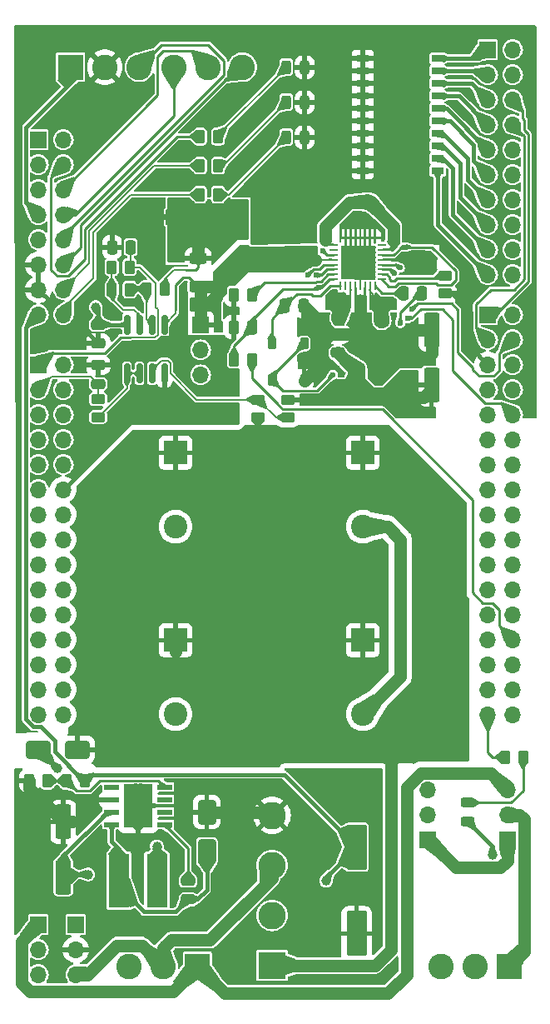
<source format=gbr>
%TF.GenerationSoftware,KiCad,Pcbnew,8.0.7*%
%TF.CreationDate,2025-01-04T12:20:44+01:00*%
%TF.ProjectId,adapater_a,61646170-6174-4657-925f-612e6b696361,1*%
%TF.SameCoordinates,Original*%
%TF.FileFunction,Copper,L1,Top*%
%TF.FilePolarity,Positive*%
%FSLAX46Y46*%
G04 Gerber Fmt 4.6, Leading zero omitted, Abs format (unit mm)*
G04 Created by KiCad (PCBNEW 8.0.7) date 2025-01-04 12:20:44*
%MOMM*%
%LPD*%
G01*
G04 APERTURE LIST*
G04 Aperture macros list*
%AMRoundRect*
0 Rectangle with rounded corners*
0 $1 Rounding radius*
0 $2 $3 $4 $5 $6 $7 $8 $9 X,Y pos of 4 corners*
0 Add a 4 corners polygon primitive as box body*
4,1,4,$2,$3,$4,$5,$6,$7,$8,$9,$2,$3,0*
0 Add four circle primitives for the rounded corners*
1,1,$1+$1,$2,$3*
1,1,$1+$1,$4,$5*
1,1,$1+$1,$6,$7*
1,1,$1+$1,$8,$9*
0 Add four rect primitives between the rounded corners*
20,1,$1+$1,$2,$3,$4,$5,0*
20,1,$1+$1,$4,$5,$6,$7,0*
20,1,$1+$1,$6,$7,$8,$9,0*
20,1,$1+$1,$8,$9,$2,$3,0*%
%AMFreePoly0*
4,1,19,0.500000,-0.750000,0.000000,-0.750000,0.000000,-0.744911,-0.071157,-0.744911,-0.207708,-0.704816,-0.327430,-0.627875,-0.420627,-0.520320,-0.479746,-0.390866,-0.500000,-0.250000,-0.500000,0.250000,-0.479746,0.390866,-0.420627,0.520320,-0.327430,0.627875,-0.207708,0.704816,-0.071157,0.744911,0.000000,0.744911,0.000000,0.750000,0.500000,0.750000,0.500000,-0.750000,0.500000,-0.750000,
$1*%
%AMFreePoly1*
4,1,19,0.000000,0.744911,0.071157,0.744911,0.207708,0.704816,0.327430,0.627875,0.420627,0.520320,0.479746,0.390866,0.500000,0.250000,0.500000,-0.250000,0.479746,-0.390866,0.420627,-0.520320,0.327430,-0.627875,0.207708,-0.704816,0.071157,-0.744911,0.000000,-0.744911,0.000000,-0.750000,-0.500000,-0.750000,-0.500000,0.750000,0.000000,0.750000,0.000000,0.744911,0.000000,0.744911,
$1*%
G04 Aperture macros list end*
%TA.AperFunction,EtchedComponent*%
%ADD10C,0.000000*%
%TD*%
%TA.AperFunction,ComponentPad*%
%ADD11R,2.400000X2.400000*%
%TD*%
%TA.AperFunction,ComponentPad*%
%ADD12C,2.400000*%
%TD*%
%TA.AperFunction,SMDPad,CuDef*%
%ADD13RoundRect,0.250000X0.650000X-1.000000X0.650000X1.000000X-0.650000X1.000000X-0.650000X-1.000000X0*%
%TD*%
%TA.AperFunction,SMDPad,CuDef*%
%ADD14RoundRect,0.250000X-0.262500X-0.450000X0.262500X-0.450000X0.262500X0.450000X-0.262500X0.450000X0*%
%TD*%
%TA.AperFunction,ComponentPad*%
%ADD15R,1.700000X1.700000*%
%TD*%
%TA.AperFunction,ComponentPad*%
%ADD16O,1.700000X1.700000*%
%TD*%
%TA.AperFunction,ComponentPad*%
%ADD17R,2.600000X2.600000*%
%TD*%
%TA.AperFunction,ComponentPad*%
%ADD18C,2.600000*%
%TD*%
%TA.AperFunction,SMDPad,CuDef*%
%ADD19RoundRect,0.250000X0.262500X0.450000X-0.262500X0.450000X-0.262500X-0.450000X0.262500X-0.450000X0*%
%TD*%
%TA.AperFunction,SMDPad,CuDef*%
%ADD20RoundRect,0.243750X0.243750X0.456250X-0.243750X0.456250X-0.243750X-0.456250X0.243750X-0.456250X0*%
%TD*%
%TA.AperFunction,SMDPad,CuDef*%
%ADD21RoundRect,0.250000X0.250000X0.475000X-0.250000X0.475000X-0.250000X-0.475000X0.250000X-0.475000X0*%
%TD*%
%TA.AperFunction,SMDPad,CuDef*%
%ADD22RoundRect,0.250000X-0.475000X0.250000X-0.475000X-0.250000X0.475000X-0.250000X0.475000X0.250000X0*%
%TD*%
%TA.AperFunction,SMDPad,CuDef*%
%ADD23RoundRect,0.225000X-0.225000X-0.375000X0.225000X-0.375000X0.225000X0.375000X-0.225000X0.375000X0*%
%TD*%
%TA.AperFunction,SMDPad,CuDef*%
%ADD24RoundRect,0.250000X-0.450000X0.262500X-0.450000X-0.262500X0.450000X-0.262500X0.450000X0.262500X0*%
%TD*%
%TA.AperFunction,SMDPad,CuDef*%
%ADD25R,2.150000X5.500000*%
%TD*%
%TA.AperFunction,SMDPad,CuDef*%
%ADD26RoundRect,0.250000X0.450000X-0.262500X0.450000X0.262500X-0.450000X0.262500X-0.450000X-0.262500X0*%
%TD*%
%TA.AperFunction,SMDPad,CuDef*%
%ADD27FreePoly0,180.000000*%
%TD*%
%TA.AperFunction,SMDPad,CuDef*%
%ADD28FreePoly1,180.000000*%
%TD*%
%TA.AperFunction,SMDPad,CuDef*%
%ADD29RoundRect,0.250001X-0.799999X2.049999X-0.799999X-2.049999X0.799999X-2.049999X0.799999X2.049999X0*%
%TD*%
%TA.AperFunction,SMDPad,CuDef*%
%ADD30RoundRect,0.250000X-0.250000X-0.475000X0.250000X-0.475000X0.250000X0.475000X-0.250000X0.475000X0*%
%TD*%
%TA.AperFunction,SMDPad,CuDef*%
%ADD31RoundRect,0.243750X0.456250X-0.243750X0.456250X0.243750X-0.456250X0.243750X-0.456250X-0.243750X0*%
%TD*%
%TA.AperFunction,SMDPad,CuDef*%
%ADD32RoundRect,0.250000X-0.550000X1.500000X-0.550000X-1.500000X0.550000X-1.500000X0.550000X1.500000X0*%
%TD*%
%TA.AperFunction,SMDPad,CuDef*%
%ADD33RoundRect,0.062500X-0.062500X0.375000X-0.062500X-0.375000X0.062500X-0.375000X0.062500X0.375000X0*%
%TD*%
%TA.AperFunction,SMDPad,CuDef*%
%ADD34RoundRect,0.062500X-0.375000X0.062500X-0.375000X-0.062500X0.375000X-0.062500X0.375000X0.062500X0*%
%TD*%
%TA.AperFunction,HeatsinkPad*%
%ADD35R,3.500000X3.500000*%
%TD*%
%TA.AperFunction,SMDPad,CuDef*%
%ADD36R,1.270000X0.760000*%
%TD*%
%TA.AperFunction,SMDPad,CuDef*%
%ADD37RoundRect,0.250000X-1.000000X-0.650000X1.000000X-0.650000X1.000000X0.650000X-1.000000X0.650000X0*%
%TD*%
%TA.AperFunction,SMDPad,CuDef*%
%ADD38RoundRect,0.150000X0.150000X-0.825000X0.150000X0.825000X-0.150000X0.825000X-0.150000X-0.825000X0*%
%TD*%
%TA.AperFunction,SMDPad,CuDef*%
%ADD39R,1.550000X0.600000*%
%TD*%
%TA.AperFunction,ComponentPad*%
%ADD40C,0.600000*%
%TD*%
%TA.AperFunction,SMDPad,CuDef*%
%ADD41R,2.600000X3.100000*%
%TD*%
%TA.AperFunction,SMDPad,CuDef*%
%ADD42R,2.950000X4.500000*%
%TD*%
%TA.AperFunction,SMDPad,CuDef*%
%ADD43RoundRect,0.250000X0.550000X-1.500000X0.550000X1.500000X-0.550000X1.500000X-0.550000X-1.500000X0*%
%TD*%
%TA.AperFunction,SMDPad,CuDef*%
%ADD44RoundRect,0.250000X0.625000X-0.312500X0.625000X0.312500X-0.625000X0.312500X-0.625000X-0.312500X0*%
%TD*%
%TA.AperFunction,ComponentPad*%
%ADD45R,2.800000X2.800000*%
%TD*%
%TA.AperFunction,ComponentPad*%
%ADD46C,2.800000*%
%TD*%
%TA.AperFunction,ViaPad*%
%ADD47C,1.000000*%
%TD*%
%TA.AperFunction,ViaPad*%
%ADD48C,1.600000*%
%TD*%
%TA.AperFunction,ViaPad*%
%ADD49C,0.600000*%
%TD*%
%TA.AperFunction,Conductor*%
%ADD50C,1.300000*%
%TD*%
%TA.AperFunction,Conductor*%
%ADD51C,0.400000*%
%TD*%
%TA.AperFunction,Conductor*%
%ADD52C,0.200000*%
%TD*%
%TA.AperFunction,Conductor*%
%ADD53C,0.250000*%
%TD*%
G04 APERTURE END LIST*
D10*
%TA.AperFunction,EtchedComponent*%
%TO.C,JP104*%
G36*
X-44368000Y40142000D02*
G01*
X-44868000Y40142000D01*
X-44868000Y40742000D01*
X-44368000Y40742000D01*
X-44368000Y40142000D01*
G37*
%TD.AperFunction*%
%TD*%
D11*
%TO.P,C101,1*%
%TO.N,/V_zwischenkreis*%
X-43490000Y-2562220D03*
D12*
%TO.P,C101,2*%
%TO.N,GNDPWR*%
X-43490000Y-10062220D03*
%TD*%
D13*
%TO.P,D102,1,K*%
%TO.N,Net-(D102-K)*%
X-40315000Y-24010000D03*
%TO.P,D102,2,A*%
%TO.N,GNDPWR*%
X-40315000Y-20010000D03*
%TD*%
D14*
%TO.P,R110,1*%
%TO.N,/PG2_LD_yl*%
X-40997000Y45678000D03*
%TO.P,R110,2*%
%TO.N,Net-(D106-A)*%
X-39172000Y45678000D03*
%TD*%
D15*
%TO.P,J105,1,Pin_1*%
%TO.N,VDDA*%
X-11740000Y30536000D03*
D16*
%TO.P,J105,2,Pin_2*%
%TO.N,/PF13*%
X-9200000Y30536000D03*
%TO.P,J105,3,Pin_3*%
%TO.N,GNDA*%
X-11740000Y27996000D03*
%TO.P,J105,4,Pin_4*%
%TO.N,/PE9_IN2*%
X-9200000Y27996000D03*
%TO.P,J105,5,Pin_5*%
%TO.N,GND*%
X-11740000Y25456000D03*
%TO.P,J105,6,Pin_6*%
%TO.N,/PE11*%
X-9200000Y25456000D03*
%TO.P,J105,7,Pin_7*%
%TO.N,/PB1*%
X-11740000Y22916000D03*
%TO.P,J105,8,Pin_8*%
%TO.N,/PF14*%
X-9200000Y22916000D03*
%TO.P,J105,9,Pin_9*%
%TO.N,/PC2*%
X-11740000Y20376000D03*
%TO.P,J105,10,Pin_10*%
%TO.N,/PE13_IN1*%
X-9200000Y20376000D03*
%TO.P,J105,11,Pin_11*%
%TO.N,/PF4*%
X-11740000Y17836000D03*
%TO.P,J105,12,Pin_12*%
%TO.N,/PF15*%
X-9200000Y17836000D03*
%TO.P,J105,13,Pin_13*%
%TO.N,/PB6*%
X-11740000Y15296000D03*
%TO.P,J105,14,Pin_14*%
%TO.N,/PG14*%
X-9200000Y15296000D03*
%TO.P,J105,15,Pin_15*%
%TO.N,/PB2*%
X-11740000Y12756000D03*
%TO.P,J105,16,Pin_16*%
%TO.N,/PG9*%
X-9200000Y12756000D03*
%TO.P,J105,17,Pin_17*%
%TO.N,GND*%
X-11740000Y10216000D03*
%TO.P,J105,18,Pin_18*%
%TO.N,/PE8*%
X-9200000Y10216000D03*
%TO.P,J105,19,Pin_19*%
%TO.N,/PD13*%
X-11740000Y7676000D03*
%TO.P,J105,20,Pin_20*%
%TO.N,/PE7*%
X-9200000Y7676000D03*
%TO.P,J105,21,Pin_21*%
%TO.N,/PD12*%
X-11740000Y5136000D03*
%TO.P,J105,22,Pin_22*%
%TO.N,GND*%
X-9200000Y5136000D03*
%TO.P,J105,23,Pin_23*%
%TO.N,/PD11*%
X-11740000Y2596000D03*
%TO.P,J105,24,Pin_24*%
%TO.N,/PE10*%
X-9200000Y2596000D03*
%TO.P,J105,25,Pin_25*%
%TO.N,/PE2a*%
X-11740000Y56000D03*
%TO.P,J105,26,Pin_26*%
%TO.N,/PE12*%
X-9200000Y56000D03*
%TO.P,J105,27,Pin_27*%
%TO.N,GND*%
X-11740000Y-2484000D03*
%TO.P,J105,28,Pin_28*%
%TO.N,/PE14_EN*%
X-9200000Y-2484000D03*
%TO.P,J105,29,Pin_29*%
%TO.N,/PA0*%
X-11740000Y-5024000D03*
%TO.P,J105,30,Pin_30*%
%TO.N,/PE15*%
X-9200000Y-5024000D03*
%TO.P,J105,31,Pin_31*%
%TO.N,/PB0*%
X-11740000Y-7564000D03*
%TO.P,J105,32,Pin_32*%
%TO.N,/PB10*%
X-9200000Y-7564000D03*
%TO.P,J105,33,Pin_33*%
%TO.N,/PE0_LD_gr*%
X-11740000Y-10104000D03*
%TO.P,J105,34,Pin_34*%
%TO.N,/PB11*%
X-9200000Y-10104000D03*
%TD*%
D17*
%TO.P,J202,1,Pin_1*%
%TO.N,+3V3*%
X-54188000Y55682000D03*
D18*
%TO.P,J202,2,Pin_2*%
%TO.N,GND*%
X-50688000Y55682000D03*
%TO.P,J202,3,Pin_3*%
%TO.N,/TRACK_MOSI*%
X-47188000Y55682000D03*
%TO.P,J202,4,Pin_4*%
%TO.N,/TRACK_MISO*%
X-43688000Y55682000D03*
%TO.P,J202,5,Pin_5*%
%TO.N,/TRACK_CLK*%
X-40188000Y55682000D03*
%TO.P,J202,6,Pin_6*%
%TO.N,/TRACK_CS*%
X-36688000Y55682000D03*
%TD*%
D15*
%TO.P,J104,1,Pin_1*%
%TO.N,/PC6*%
X-11740000Y57460000D03*
D16*
%TO.P,J104,2,Pin_2*%
%TO.N,/PB8*%
X-9200000Y57460000D03*
%TO.P,J104,3,Pin_3*%
%TO.N,/PB15*%
X-11740000Y54920000D03*
%TO.P,J104,4,Pin_4*%
%TO.N,/PB9*%
X-9200000Y54920000D03*
%TO.P,J104,5,Pin_5*%
%TO.N,/PB13*%
X-11740000Y52380000D03*
%TO.P,J104,6,Pin_6*%
%TO.N,VDDA*%
X-9200000Y52380000D03*
%TO.P,J104,7,Pin_7*%
%TO.N,/PB12*%
X-11740000Y49840000D03*
%TO.P,J104,8,Pin_8*%
%TO.N,GNDA*%
X-9200000Y49840000D03*
%TO.P,J104,9,Pin_9*%
%TO.N,/PA15*%
X-11740000Y47300000D03*
%TO.P,J104,10,Pin_10*%
%TO.N,/PA5*%
X-9200000Y47300000D03*
%TO.P,J104,11,Pin_11*%
%TO.N,/PC7*%
X-11740000Y44760000D03*
%TO.P,J104,12,Pin_12*%
%TO.N,/PA6*%
X-9200000Y44760000D03*
%TO.P,J104,13,Pin_13*%
%TO.N,/PB5*%
X-11740000Y42220000D03*
%TO.P,J104,14,Pin_14*%
%TO.N,/PA7*%
X-9200000Y42220000D03*
%TO.P,J104,15,Pin_15*%
%TO.N,/PB3*%
X-11740000Y39680000D03*
%TO.P,J104,16,Pin_16*%
%TO.N,/PD14*%
X-9200000Y39680000D03*
%TO.P,J104,17,Pin_17*%
%TO.N,/PA4*%
X-11740000Y37140000D03*
%TO.P,J104,18,Pin_18*%
%TO.N,/PD15*%
X-9200000Y37140000D03*
%TO.P,J104,19,Pin_19*%
%TO.N,/PB4*%
X-11740000Y34600000D03*
%TO.P,J104,20,Pin_20*%
%TO.N,/PF12*%
X-9200000Y34600000D03*
%TD*%
D17*
%TO.P,J101,1,Pin_1*%
%TO.N,/V_drive*%
X-41260000Y-35705000D03*
D18*
%TO.P,J101,2,Pin_2*%
%TO.N,/GND_PWR*%
X-44760000Y-35705000D03*
%TO.P,J101,3,Pin_3*%
%TO.N,/V_switch*%
X-48260000Y-35705000D03*
%TD*%
D15*
%TO.P,J102,1,Pin_1*%
%TO.N,unconnected-(J102-Pin_1-Pad1)*%
X-57460000Y48316000D03*
D16*
%TO.P,J102,2,Pin_2*%
%TO.N,/PC8*%
X-54920000Y48316000D03*
%TO.P,J102,3,Pin_3*%
%TO.N,/IOREF*%
X-57460000Y45776000D03*
%TO.P,J102,4,Pin_4*%
%TO.N,/PC9_LD_red*%
X-54920000Y45776000D03*
%TO.P,J102,5,Pin_5*%
%TO.N,/RESET*%
X-57460000Y43236000D03*
%TO.P,J102,6,Pin_6*%
%TO.N,/TRACK_CLK*%
X-54920000Y43236000D03*
%TO.P,J102,7,Pin_7*%
%TO.N,+3V3*%
X-57460000Y40696000D03*
%TO.P,J102,8,Pin_8*%
%TO.N,/TRACK_MISO*%
X-54920000Y40696000D03*
%TO.P,J102,9,Pin_9*%
%TO.N,+5V*%
X-57460000Y38156000D03*
%TO.P,J102,10,Pin_10*%
%TO.N,/TRACK_MOSI*%
X-54920000Y38156000D03*
%TO.P,J102,11,Pin_11*%
%TO.N,GND*%
X-57460000Y35616000D03*
%TO.P,J102,12,Pin_12*%
%TO.N,/TRACK_CS*%
X-54920000Y35616000D03*
%TO.P,J102,13,Pin_13*%
%TO.N,GND*%
X-57460000Y33076000D03*
%TO.P,J102,14,Pin_14*%
%TO.N,/PG2_LD_yl*%
X-54920000Y33076000D03*
%TO.P,J102,15,Pin_15*%
%TO.N,VCC*%
X-57460000Y30536000D03*
%TO.P,J102,16,Pin_16*%
%TO.N,/PG3_LD_gr*%
X-54920000Y30536000D03*
%TD*%
D14*
%TO.P,R113,1*%
%TO.N,Net-(R104-Pad1)*%
X-49990500Y35362000D03*
%TO.P,R113,2*%
%TO.N,/ADC_current*%
X-48165500Y35362000D03*
%TD*%
D15*
%TO.P,JP103,1,A*%
%TO.N,/Driver/V_TRACK*%
X-9708000Y-22804000D03*
D16*
%TO.P,JP103,2,C*%
%TO.N,/Connector/V_drive*%
X-9708000Y-20264000D03*
%TO.P,JP103,3,B*%
%TO.N,/V_drive*%
X-9708000Y-17724000D03*
%TD*%
D19*
%TO.P,R301,1*%
%TO.N,/PE14_EN*%
X-35719500Y25964000D03*
%TO.P,R301,2*%
%TO.N,Net-(U301-ENB)*%
X-37544500Y25964000D03*
%TD*%
D15*
%TO.P,JP101,1,A*%
%TO.N,unconnected-(JP101-A-Pad1)*%
X-53650000Y-31440000D03*
D16*
%TO.P,JP101,2,C*%
%TO.N,GNDPWR*%
X-53650000Y-33980000D03*
%TO.P,JP101,3,B*%
%TO.N,/GND_PWR*%
X-53650000Y-36520000D03*
%TD*%
D20*
%TO.P,D107,1,K*%
%TO.N,GND*%
X-30360500Y48570000D03*
%TO.P,D107,2,A*%
%TO.N,Net-(D107-A)*%
X-32235500Y48570000D03*
%TD*%
D21*
%TO.P,C301,1*%
%TO.N,Net-(U301-ENB)*%
X-35682000Y29266000D03*
%TO.P,C301,2*%
%TO.N,GND*%
X-37582000Y29266000D03*
%TD*%
D22*
%TO.P,C106,1*%
%TO.N,Net-(U101-BOOT)*%
X-42220000Y-26995000D03*
%TO.P,C106,2*%
%TO.N,Net-(D102-K)*%
X-42220000Y-28895000D03*
%TD*%
D15*
%TO.P,J103,1,Pin_1*%
%TO.N,/ADC_current*%
X-57460000Y25456000D03*
D16*
%TO.P,J103,2,Pin_2*%
%TO.N,/PD7*%
X-54920000Y25456000D03*
%TO.P,J103,3,Pin_3*%
%TO.N,/ADC_voltage*%
X-57460000Y22916000D03*
%TO.P,J103,4,Pin_4*%
%TO.N,/PD6*%
X-54920000Y22916000D03*
%TO.P,J103,5,Pin_5*%
%TO.N,/PC3*%
X-57460000Y20376000D03*
%TO.P,J103,6,Pin_6*%
%TO.N,/PD5*%
X-54920000Y20376000D03*
%TO.P,J103,7,Pin_7*%
%TO.N,/PF3*%
X-57460000Y17836000D03*
%TO.P,J103,8,Pin_8*%
%TO.N,/PD4*%
X-54920000Y17836000D03*
%TO.P,J103,9,Pin_9*%
%TO.N,/PF5*%
X-57460000Y15296000D03*
%TO.P,J103,10,Pin_10*%
%TO.N,/PD3*%
X-54920000Y15296000D03*
%TO.P,J103,11,Pin_11*%
%TO.N,/PF10*%
X-57460000Y12756000D03*
%TO.P,J103,12,Pin_12*%
%TO.N,GND*%
X-54920000Y12756000D03*
%TO.P,J103,13,Pin_13*%
%TO.N,unconnected-(J103-Pin_13-Pad13)*%
X-57460000Y10216000D03*
%TO.P,J103,14,Pin_14*%
%TO.N,/PE2*%
X-54920000Y10216000D03*
%TO.P,J103,15,Pin_15*%
%TO.N,unconnected-(J103-Pin_15-Pad15)*%
X-57460000Y7676000D03*
%TO.P,J103,16,Pin_16*%
%TO.N,/PE4*%
X-54920000Y7676000D03*
%TO.P,J103,17,Pin_17*%
%TO.N,/PF2*%
X-57460000Y5136000D03*
%TO.P,J103,18,Pin_18*%
%TO.N,/PE5*%
X-54920000Y5136000D03*
%TO.P,J103,19,Pin_19*%
%TO.N,/PF1*%
X-57460000Y2596000D03*
%TO.P,J103,20,Pin_20*%
%TO.N,/PE6*%
X-54920000Y2596000D03*
%TO.P,J103,21,Pin_21*%
%TO.N,/PF0*%
X-57460000Y56000D03*
%TO.P,J103,22,Pin_22*%
%TO.N,/PE3*%
X-54920000Y56000D03*
%TO.P,J103,23,Pin_23*%
%TO.N,GND*%
X-57460000Y-2484000D03*
%TO.P,J103,24,Pin_24*%
%TO.N,/PF8*%
X-54920000Y-2484000D03*
%TO.P,J103,25,Pin_25*%
%TO.N,/PD0*%
X-57460000Y-5024000D03*
%TO.P,J103,26,Pin_26*%
%TO.N,/PF7*%
X-54920000Y-5024000D03*
%TO.P,J103,27,Pin_27*%
%TO.N,/PD1*%
X-57460000Y-7564000D03*
%TO.P,J103,28,Pin_28*%
%TO.N,/PF9*%
X-54920000Y-7564000D03*
%TO.P,J103,29,Pin_29*%
%TO.N,/PG0*%
X-57460000Y-10104000D03*
%TO.P,J103,30,Pin_30*%
%TO.N,/PG1*%
X-54920000Y-10104000D03*
%TD*%
D23*
%TO.P,D302,1,K*%
%TO.N,Net-(D301-A)*%
X-33710000Y23932000D03*
%TO.P,D302,2,A*%
%TO.N,/V_zwischenkreis*%
X-30410000Y23932000D03*
%TD*%
D24*
%TO.P,R302,1*%
%TO.N,Net-(U301-PROGCL_A)*%
X-16058000Y34496500D03*
%TO.P,R302,2*%
%TO.N,GND*%
X-16058000Y32671500D03*
%TD*%
D25*
%TO.P,L101,1,1*%
%TO.N,Net-(D102-K)*%
X-49245000Y-26995000D03*
%TO.P,L101,2,2*%
%TO.N,VCC*%
X-45395000Y-26995000D03*
%TD*%
D26*
%TO.P,R112,1*%
%TO.N,Net-(U102A--)*%
X-51364000Y20122000D03*
%TO.P,R112,2*%
%TO.N,/ADC_voltage*%
X-51364000Y21947000D03*
%TD*%
D19*
%TO.P,R102,1*%
%TO.N,Net-(U101-VSENSE)*%
X-56547500Y-16835000D03*
%TO.P,R102,2*%
%TO.N,GNDPWR*%
X-58372500Y-16835000D03*
%TD*%
D14*
%TO.P,R108,1*%
%TO.N,/PE0_LD_gr*%
X-9962000Y-14422000D03*
%TO.P,R108,2*%
%TO.N,Net-(D104-A)*%
X-8137000Y-14422000D03*
%TD*%
D27*
%TO.P,JP104,1,A*%
%TO.N,GNDPWR*%
X-43968000Y40442000D03*
D28*
%TO.P,JP104,2,B*%
%TO.N,GND*%
X-45268000Y40442000D03*
%TD*%
D17*
%TO.P,J201,1,Pin_1*%
%TO.N,/Connector/V_drive*%
X-9510000Y-35705000D03*
D18*
%TO.P,J201,2,Pin_2*%
%TO.N,/Connector/GND_PWR*%
X-13010000Y-35705000D03*
%TO.P,J201,3,Pin_3*%
%TO.N,/Connector/V_switch*%
X-16510000Y-35705000D03*
%TD*%
D20*
%TO.P,D105,1,K*%
%TO.N,GND*%
X-30360500Y55682000D03*
%TO.P,D105,2,A*%
%TO.N,Net-(D105-A)*%
X-32235500Y55682000D03*
%TD*%
D29*
%TO.P,C107,1*%
%TO.N,VCC*%
X-25075000Y-23566000D03*
%TO.P,C107,2*%
%TO.N,GNDPWR*%
X-25075000Y-32366000D03*
%TD*%
D26*
%TO.P,R106,1*%
%TO.N,/V_zwischenkreis*%
X-35108000Y20075000D03*
%TO.P,R106,2*%
%TO.N,Net-(U102A-+)*%
X-35108000Y21900000D03*
%TD*%
D30*
%TO.P,C110,1*%
%TO.N,GND*%
X-49962000Y37394000D03*
%TO.P,C110,2*%
%TO.N,/ADC_current*%
X-48062000Y37394000D03*
%TD*%
D15*
%TO.P,JP106,1,A*%
%TO.N,/Driver/GND_SENSE*%
X-40950000Y29505000D03*
D16*
%TO.P,JP106,2,C*%
%TO.N,/Connector/GND_PWR*%
X-40950000Y26965000D03*
%TO.P,JP106,3,B*%
%TO.N,/Driver/GND_TRACK*%
X-40950000Y24425000D03*
%TD*%
D20*
%TO.P,D106,1,K*%
%TO.N,GND*%
X-30360500Y52126000D03*
%TO.P,D106,2,A*%
%TO.N,Net-(D106-A)*%
X-32235500Y52126000D03*
%TD*%
D31*
%TO.P,D104,1,K*%
%TO.N,GND*%
X-13772000Y-20947500D03*
%TO.P,D104,2,A*%
%TO.N,Net-(D104-A)*%
X-13772000Y-19072500D03*
%TD*%
D23*
%TO.P,D301,1,K*%
%TO.N,Net-(D301-K)*%
X-33710000Y27615000D03*
%TO.P,D301,2,A*%
%TO.N,Net-(D301-A)*%
X-30410000Y27615000D03*
%TD*%
D22*
%TO.P,C303,1*%
%TO.N,/V_zwischenkreis*%
X-26980000Y28565000D03*
%TO.P,C303,2*%
%TO.N,GNDPWR*%
X-26980000Y26665000D03*
%TD*%
D14*
%TO.P,R105,1*%
%TO.N,Net-(U102B--)*%
X-46434500Y33137500D03*
%TO.P,R105,2*%
%TO.N,GNDPWR*%
X-44609500Y33137500D03*
%TD*%
D11*
%TO.P,C104,1*%
%TO.N,/V_zwischenkreis*%
X-43490000Y16487780D03*
D12*
%TO.P,C104,2*%
%TO.N,GNDPWR*%
X-43490000Y8987780D03*
%TD*%
D32*
%TO.P,C302,1*%
%TO.N,/V_zwischenkreis*%
X-17455000Y29012000D03*
%TO.P,C302,2*%
%TO.N,GNDPWR*%
X-17455000Y23412000D03*
%TD*%
D11*
%TO.P,C103,1*%
%TO.N,/V_zwischenkreis*%
X-24440000Y16487780D03*
D12*
%TO.P,C103,2*%
%TO.N,GNDPWR*%
X-24440000Y8987780D03*
%TD*%
D33*
%TO.P,U301,1,GND*%
%TO.N,GNDPWR*%
X-23198000Y38307500D03*
%TO.P,U301,2,GND*%
X-23698000Y38307500D03*
%TO.P,U301,3,GND*%
X-24198000Y38307500D03*
%TO.P,U301,4,GND*%
X-24698000Y38307500D03*
%TO.P,U301,5,GND*%
X-25198000Y38307500D03*
%TO.P,U301,6,GND*%
X-25698000Y38307500D03*
%TO.P,U301,7,GND*%
X-26198000Y38307500D03*
%TO.P,U301,8,GND*%
X-26698000Y38307500D03*
D34*
%TO.P,U301,9,OUT1_B*%
%TO.N,/Driver/V_TRACK*%
X-27385500Y37620000D03*
%TO.P,U301,10,NC*%
%TO.N,unconnected-(U301-NC-Pad10)*%
X-27385500Y37120000D03*
%TO.P,U301,11,OCD_B*%
%TO.N,Net-(U301-ENB)*%
X-27385500Y36620000D03*
%TO.P,U301,12,SENSE_B*%
%TO.N,/Driver/GND_SENSE*%
X-27385500Y36120000D03*
%TO.P,U301,13,IN1_B*%
%TO.N,/PE13_IN1*%
X-27385500Y35620000D03*
%TO.P,U301,14,IN2_B*%
%TO.N,/PE9_IN2*%
X-27385500Y35120000D03*
%TO.P,U301,15,PROGCL_B*%
%TO.N,Net-(U301-PROGCL_B)*%
X-27385500Y34620000D03*
%TO.P,U301,16,ENB*%
%TO.N,Net-(U301-ENB)*%
X-27385500Y34120000D03*
D33*
%TO.P,U301,17,VBOOT*%
%TO.N,Net-(D301-K)*%
X-26698000Y33432500D03*
%TO.P,U301,18,NC*%
%TO.N,unconnected-(U301-NC-Pad18)*%
X-26198000Y33432500D03*
%TO.P,U301,19,OUT2_B*%
%TO.N,/Driver/GND_TRACK*%
X-25698000Y33432500D03*
%TO.P,U301,20,VsB*%
%TO.N,/V_zwischenkreis*%
X-25198000Y33432500D03*
%TO.P,U301,21,GND*%
%TO.N,GNDPWR*%
X-24698000Y33432500D03*
%TO.P,U301,22,VsA*%
%TO.N,/V_zwischenkreis*%
X-24198000Y33432500D03*
%TO.P,U301,23,OUT2_A*%
%TO.N,/Driver/GND_TRACK*%
X-23698000Y33432500D03*
%TO.P,U301,24,VCP*%
%TO.N,Net-(U301-VCP)*%
X-23198000Y33432500D03*
D34*
%TO.P,U301,25,EN_A*%
%TO.N,Net-(U301-ENB)*%
X-22510500Y34120000D03*
%TO.P,U301,26,PROGCL_A*%
%TO.N,Net-(U301-PROGCL_A)*%
X-22510500Y34620000D03*
%TO.P,U301,27,IN1_A*%
%TO.N,/PE13_IN1*%
X-22510500Y35120000D03*
%TO.P,U301,28,IN2_A*%
%TO.N,/PE9_IN2*%
X-22510500Y35620000D03*
%TO.P,U301,29,SENSE_A*%
%TO.N,/Driver/GND_SENSE*%
X-22510500Y36120000D03*
%TO.P,U301,30,OCD_A*%
%TO.N,Net-(U301-ENB)*%
X-22510500Y36620000D03*
%TO.P,U301,31,OUT1_A*%
%TO.N,/Driver/V_TRACK*%
X-22510500Y37120000D03*
%TO.P,U301,32,NC*%
%TO.N,unconnected-(U301-NC-Pad32)*%
X-22510500Y37620000D03*
D35*
%TO.P,U301,33,GND*%
%TO.N,GNDPWR*%
X-24948000Y35870000D03*
%TD*%
D11*
%TO.P,C102,1*%
%TO.N,/V_zwischenkreis*%
X-24440000Y-2562220D03*
D12*
%TO.P,C102,2*%
%TO.N,GNDPWR*%
X-24440000Y-10062220D03*
%TD*%
D26*
%TO.P,R107,1*%
%TO.N,Net-(U102A-+)*%
X-32060000Y20075000D03*
%TO.P,R107,2*%
%TO.N,GNDPWR*%
X-32060000Y21900000D03*
%TD*%
D14*
%TO.P,R109,1*%
%TO.N,/PC9_LD_red*%
X-40997000Y48628000D03*
%TO.P,R109,2*%
%TO.N,Net-(D105-A)*%
X-39172000Y48628000D03*
%TD*%
%TO.P,R111,1*%
%TO.N,/PG3_LD_gr*%
X-40997000Y42728000D03*
%TO.P,R111,2*%
%TO.N,Net-(D107-A)*%
X-39172000Y42728000D03*
%TD*%
D22*
%TO.P,C109,1*%
%TO.N,GND*%
X-51364000Y25390000D03*
%TO.P,C109,2*%
%TO.N,/ADC_voltage*%
X-51364000Y23490000D03*
%TD*%
D36*
%TO.P,SW101,1*%
%TO.N,GND*%
X-24440000Y56571000D03*
%TO.P,SW101,2*%
X-24440000Y55301000D03*
%TO.P,SW101,3*%
X-24440000Y54031000D03*
%TO.P,SW101,4*%
X-24440000Y52761000D03*
%TO.P,SW101,5*%
X-24440000Y51491000D03*
%TO.P,SW101,6*%
X-24440000Y50221000D03*
%TO.P,SW101,7*%
X-24440000Y48951000D03*
%TO.P,SW101,8*%
X-24440000Y47681000D03*
%TO.P,SW101,9*%
X-24440000Y46411000D03*
%TO.P,SW101,10*%
X-24440000Y45141000D03*
%TO.P,SW101,11*%
%TO.N,/PB4*%
X-16820000Y45141000D03*
%TO.P,SW101,12*%
%TO.N,/PA4*%
X-16820000Y46411000D03*
%TO.P,SW101,13*%
%TO.N,/PB3*%
X-16820000Y47681000D03*
%TO.P,SW101,14*%
%TO.N,/PB5*%
X-16820000Y48951000D03*
%TO.P,SW101,15*%
%TO.N,/PC7*%
X-16820000Y50221000D03*
%TO.P,SW101,16*%
%TO.N,/PA15*%
X-16820000Y51491000D03*
%TO.P,SW101,17*%
%TO.N,/PB12*%
X-16820000Y52761000D03*
%TO.P,SW101,18*%
%TO.N,/PB13*%
X-16820000Y54031000D03*
%TO.P,SW101,19*%
%TO.N,/PB15*%
X-16820000Y55301000D03*
%TO.P,SW101,20*%
%TO.N,/PC6*%
X-16820000Y56571000D03*
%TD*%
D14*
%TO.P,R104,1*%
%TO.N,Net-(R104-Pad1)*%
X-49990500Y33076000D03*
%TO.P,R104,2*%
%TO.N,Net-(U102B--)*%
X-48165500Y33076000D03*
%TD*%
D19*
%TO.P,R303,1*%
%TO.N,Net-(U301-PROGCL_B)*%
X-35719500Y32568000D03*
%TO.P,R303,2*%
%TO.N,GND*%
X-37544500Y32568000D03*
%TD*%
D30*
%TO.P,C305,1*%
%TO.N,Net-(D301-K)*%
X-32375000Y31425000D03*
%TO.P,C305,2*%
%TO.N,/V_zwischenkreis*%
X-30475000Y31425000D03*
%TD*%
D37*
%TO.P,D103,1,K*%
%TO.N,Net-(D103-K)*%
X-57460000Y-13660000D03*
%TO.P,D103,2,A*%
%TO.N,/V_zwischenkreis*%
X-53460000Y-13660000D03*
%TD*%
D21*
%TO.P,C304,1*%
%TO.N,Net-(D301-A)*%
X-18410000Y32695000D03*
%TO.P,C304,2*%
%TO.N,Net-(U301-VCP)*%
X-20310000Y32695000D03*
%TD*%
D19*
%TO.P,R101,1*%
%TO.N,VCC*%
X-52737500Y-16835000D03*
%TO.P,R101,2*%
%TO.N,Net-(U101-VSENSE)*%
X-54562500Y-16835000D03*
%TD*%
D38*
%TO.P,U102,1*%
%TO.N,Net-(U102A--)*%
X-48443000Y24566500D03*
%TO.P,U102,2,-*%
X-47173000Y24566500D03*
%TO.P,U102,3,+*%
%TO.N,Net-(U102A-+)*%
X-45903000Y24566500D03*
%TO.P,U102,4,V-*%
%TO.N,GND*%
X-44633000Y24566500D03*
%TO.P,U102,5,+*%
%TO.N,/Driver/GND_SENSE*%
X-44633000Y29516500D03*
%TO.P,U102,6,-*%
%TO.N,Net-(U102B--)*%
X-45903000Y29516500D03*
%TO.P,U102,7*%
%TO.N,Net-(R104-Pad1)*%
X-47173000Y29516500D03*
%TO.P,U102,8,V+*%
%TO.N,+3V3*%
X-48443000Y29516500D03*
%TD*%
D39*
%TO.P,U101,1,BOOT*%
%TO.N,Net-(U101-BOOT)*%
X-44600000Y-21280000D03*
%TO.P,U101,2,NC*%
%TO.N,unconnected-(U101-NC-Pad2)*%
X-44600000Y-20010000D03*
%TO.P,U101,3,NC*%
%TO.N,unconnected-(U101-NC-Pad3)*%
X-44600000Y-18740000D03*
%TO.P,U101,4,VSENSE*%
%TO.N,Net-(U101-VSENSE)*%
X-44600000Y-17470000D03*
%TO.P,U101,5,EN*%
%TO.N,unconnected-(U101-EN-Pad5)*%
X-50000000Y-17470000D03*
%TO.P,U101,6,GND*%
%TO.N,GNDPWR*%
X-50000000Y-18740000D03*
%TO.P,U101,7,VIN*%
%TO.N,Net-(D103-K)*%
X-50000000Y-20010000D03*
%TO.P,U101,8,PH*%
%TO.N,Net-(D102-K)*%
X-50000000Y-21280000D03*
D40*
%TO.P,U101,9,GNDPAD*%
%TO.N,GNDPWR*%
X-46700000Y-21175000D03*
X-46700000Y-19975000D03*
X-46700000Y-18675000D03*
X-46700000Y-17575000D03*
D41*
X-47300000Y-19375000D03*
D42*
X-47300000Y-19375000D03*
D40*
X-47900000Y-21175000D03*
X-47900000Y-19975000D03*
X-47900000Y-18675000D03*
X-47900000Y-17575000D03*
%TD*%
D43*
%TO.P,C105,1*%
%TO.N,Net-(D103-K)*%
X-54920000Y-26620000D03*
%TO.P,C105,2*%
%TO.N,GNDPWR*%
X-54920000Y-21020000D03*
%TD*%
D44*
%TO.P,R103,1*%
%TO.N,/Driver/GND_SENSE*%
X-41204000Y33360750D03*
%TO.P,R103,2*%
%TO.N,GNDPWR*%
X-41204000Y36285750D03*
%TD*%
D15*
%TO.P,JP102,1,A*%
%TO.N,/V_drive*%
X-57460000Y-31440000D03*
D16*
%TO.P,JP102,2,C*%
%TO.N,Net-(JP102-C)*%
X-57460000Y-33980000D03*
%TO.P,JP102,3,B*%
%TO.N,/V_switch*%
X-57460000Y-36520000D03*
%TD*%
D45*
%TO.P,D101,1,+*%
%TO.N,/V_zwischenkreis*%
X-33670523Y-35590000D03*
D46*
%TO.P,D101,2*%
%TO.N,Net-(JP102-C)*%
X-33670523Y-30510000D03*
%TO.P,D101,3*%
%TO.N,/GND_PWR*%
X-33670523Y-25430000D03*
%TO.P,D101,4,-*%
%TO.N,GNDPWR*%
X-33670523Y-20350000D03*
%TD*%
D15*
%TO.P,JP105,1,A*%
%TO.N,/Driver/V_TRACK*%
X-17836000Y-22819000D03*
D16*
%TO.P,JP105,2,C*%
%TO.N,/Connector/V_switch*%
X-17836000Y-20279000D03*
%TO.P,JP105,3,B*%
%TO.N,/V_switch*%
X-17836000Y-17739000D03*
%TD*%
D22*
%TO.P,C108,1*%
%TO.N,+3V3*%
X-51364000Y29515500D03*
%TO.P,C108,2*%
%TO.N,GND*%
X-51364000Y27615500D03*
%TD*%
D47*
%TO.N,GND*%
X-48824000Y26980000D03*
X-27297500Y51110000D03*
X-11232000Y-24328000D03*
%TO.N,+3V3*%
X-51618000Y31298000D03*
%TO.N,VCC*%
X-45395000Y-23502500D03*
X-28170000Y-26995000D03*
D48*
%TO.N,GNDPWR*%
X-24969536Y25034009D03*
X-38410000Y38410000D03*
X-25075000Y40315000D03*
D49*
%TO.N,Net-(U301-ENB)*%
X-28895000Y33271075D03*
X-28528916Y37040335D03*
X-20122000Y37394000D03*
%TO.N,Net-(D301-A)*%
X-27488000Y24440000D03*
X-20630000Y29660000D03*
D48*
%TO.N,/Driver/V_TRACK*%
X-23756547Y41965000D03*
%TO.N,/Driver/GND_TRACK*%
X-22517415Y29942028D03*
X-26857453Y30210444D03*
%TO.N,/Driver/GND_SENSE*%
X-32377500Y36187500D03*
X-18725000Y35870000D03*
D47*
%TO.N,Net-(D103-K)*%
X-52380000Y-26360000D03*
X-55555000Y-15565000D03*
D48*
%TO.N,/V_zwischenkreis*%
X-23170000Y24440000D03*
D49*
%TO.N,/PE9_IN2*%
X-20661273Y35293604D03*
X-29186231Y34520238D03*
X-19420942Y31104942D03*
%TO.N,/PE13_IN1*%
X-19892916Y30127665D03*
X-21257730Y34760460D03*
X-30046551Y34543802D03*
%TD*%
D50*
%TO.N,/V_zwischenkreis*%
X-21582500Y-33980000D02*
X-21582500Y-14930000D01*
X-23192500Y-35590000D02*
X-21582500Y-33980000D01*
X-33670523Y-35590000D02*
X-23192500Y-35590000D01*
D51*
%TO.N,VCC*%
X-45395000Y-26995000D02*
X-45395000Y-23502500D01*
X-45077500Y-23502500D02*
X-45395000Y-23502500D01*
%TO.N,Net-(D102-K)*%
X-40315000Y-27947500D02*
X-40315000Y-24010000D01*
X-41262500Y-28895000D02*
X-40315000Y-27947500D01*
X-42220000Y-28895000D02*
X-41262500Y-28895000D01*
D50*
%TO.N,/GND_PWR*%
X-43920977Y-33027500D02*
X-39997500Y-33027500D01*
X-39997500Y-33027500D02*
X-33670523Y-26700523D01*
X-44760000Y-33866523D02*
X-43920977Y-33027500D01*
X-33670523Y-26700523D02*
X-33670523Y-25430000D01*
X-44760000Y-35705000D02*
X-44760000Y-33866523D01*
D51*
%TO.N,VCC*%
X-25075000Y-23566000D02*
X-28170000Y-26661000D01*
X-28170000Y-26661000D02*
X-28170000Y-26995000D01*
D50*
%TO.N,GNDPWR*%
X-34010523Y-20010000D02*
X-33670523Y-20350000D01*
X-40315000Y-20010000D02*
X-34010523Y-20010000D01*
D51*
%TO.N,GND*%
X-57460000Y33076000D02*
X-56210000Y31826000D01*
X-37544500Y32568000D02*
X-37544500Y29303500D01*
X-13772000Y-20947500D02*
X-11232000Y-23487500D01*
X-44633000Y24566500D02*
X-44633000Y23043000D01*
X-49962000Y37394000D02*
X-51364000Y37394000D01*
X-51364000Y27615500D02*
X-53670000Y29921500D01*
X-56210000Y30058233D02*
X-55417767Y29266000D01*
X-53670000Y30018233D02*
X-53670000Y30048000D01*
D52*
X-30360500Y55682000D02*
X-30360500Y48570000D01*
D51*
X-13440000Y30753500D02*
X-13440000Y27156000D01*
X-51364000Y33994767D02*
X-51364000Y37394000D01*
X-49962000Y37394000D02*
X-49962000Y39050000D01*
X-53670000Y31688767D02*
X-51364000Y33994767D01*
X-49962000Y39050000D02*
X-48570000Y40442000D01*
X-44633000Y23043000D02*
X-54920000Y12756000D01*
X-13440000Y27156000D02*
X-11740000Y25456000D01*
X-48570000Y40442000D02*
X-45268000Y40442000D01*
X-16058000Y32671500D02*
X-15358000Y32671500D01*
X-56210000Y31826000D02*
X-56210000Y30058233D01*
X-15358000Y32671500D02*
X-13440000Y30753500D01*
X-11232000Y-23487500D02*
X-11232000Y-24328000D01*
X-55417767Y29266000D02*
X-54422233Y29266000D01*
X-54422233Y29266000D02*
X-53670000Y30018233D01*
X-53670000Y29921500D02*
X-53670000Y31688767D01*
X-24440000Y45141000D02*
X-24440000Y56571000D01*
%TO.N,+3V3*%
X-58710000Y41946000D02*
X-57460000Y40696000D01*
X-51364000Y29515500D02*
X-51364000Y31044000D01*
X-54188000Y54088000D02*
X-58710000Y49566000D01*
X-54188000Y55682000D02*
X-54188000Y54088000D01*
X-48443000Y29516500D02*
X-51363000Y29516500D01*
X-51364000Y31044000D02*
X-51618000Y31298000D01*
X-58710000Y49566000D02*
X-58710000Y41946000D01*
%TO.N,VCC*%
X-58730000Y29266000D02*
X-57460000Y30536000D01*
X-32441000Y-16200000D02*
X-25075000Y-23566000D01*
X-52861166Y-16835000D02*
X-55810000Y-13886166D01*
X-52102500Y-16200000D02*
X-32441000Y-16200000D01*
X-55810000Y-12733834D02*
X-57189834Y-11354000D01*
X-57189834Y-11354000D02*
X-57977767Y-11354000D01*
X-55810000Y-13886166D02*
X-55810000Y-12733834D01*
X-57977767Y-11354000D02*
X-58730000Y-10601767D01*
X-52737500Y-16835000D02*
X-52102500Y-16200000D01*
X-58730000Y-10601767D02*
X-58730000Y29266000D01*
D50*
%TO.N,/Connector/V_drive*%
X-8008000Y-34203000D02*
X-9510000Y-35705000D01*
X-8008000Y-20761919D02*
X-8008000Y-34203000D01*
X-9708000Y-20264000D02*
X-8505919Y-20264000D01*
X-8505919Y-20264000D02*
X-8008000Y-20761919D01*
D53*
%TO.N,/TRACK_MOSI*%
X-47188000Y55682000D02*
X-44902000Y57968000D01*
X-38563000Y54862833D02*
X-54920000Y38505833D01*
X-40175902Y57968000D02*
X-38563000Y56355098D01*
X-38563000Y56355098D02*
X-38563000Y54862833D01*
X-44902000Y57968000D02*
X-40175902Y57968000D01*
%TO.N,/TRACK_MISO*%
X-43688000Y50725919D02*
X-53717919Y40696000D01*
X-43688000Y55682000D02*
X-43688000Y50725919D01*
X-53717919Y40696000D02*
X-54920000Y40696000D01*
%TO.N,/TRACK_CS*%
X-53147000Y37389000D02*
X-53147000Y39642437D01*
X-53147000Y39642437D02*
X-37107437Y55682000D01*
X-54920000Y35616000D02*
X-53147000Y37389000D01*
%TO.N,/TRACK_CLK*%
X-44784604Y57307000D02*
X-45326000Y56765604D01*
X-40188000Y55682000D02*
X-41813000Y57307000D01*
X-45326000Y56765604D02*
X-45326000Y52830000D01*
X-41813000Y57307000D02*
X-44784604Y57307000D01*
X-45326000Y52830000D02*
X-54920000Y43236000D01*
D52*
%TO.N,GNDPWR*%
X-43647750Y35077250D02*
X-42474000Y35077250D01*
D50*
X-24969536Y23906083D02*
X-24969536Y25034009D01*
X-20630000Y7676000D02*
X-20630000Y-6252220D01*
D52*
X-44609500Y33137500D02*
X-44609500Y34115500D01*
D50*
X-17455000Y22910000D02*
X-18255000Y22110000D01*
X-41204000Y37521000D02*
X-40950000Y37775000D01*
D52*
X-23198000Y38307500D02*
X-26698000Y38307500D01*
D50*
X-40315000Y38410000D02*
X-40442000Y38410000D01*
X-40950000Y37775000D02*
X-40315000Y38410000D01*
D53*
X-42474000Y35077250D02*
X-41458000Y35077250D01*
D52*
X-24698000Y33432500D02*
X-24698000Y35620000D01*
D50*
X-24440000Y8987780D02*
X-21941780Y8987780D01*
D52*
X-31552000Y21900000D02*
X-28103545Y21900000D01*
D50*
X-40442000Y38410000D02*
X-42474000Y40442000D01*
X-25349009Y25034009D02*
X-24969536Y25034009D01*
X-54920000Y-21020000D02*
X-54011042Y-21020000D01*
X-40315000Y38410000D02*
X-38410000Y38410000D01*
X-26980000Y26665000D02*
X-25349009Y25034009D01*
D52*
X-44609500Y34115500D02*
X-43647750Y35077250D01*
D50*
X-42474000Y40442000D02*
X-43907909Y40442000D01*
X-20630000Y-6252220D02*
X-24440000Y-10062220D01*
X-58372500Y-17567500D02*
X-58372500Y-16835000D01*
X-21941780Y8987780D02*
X-20630000Y7676000D01*
D53*
X-41204000Y35331250D02*
X-41204000Y36285750D01*
D50*
X-18255000Y22110000D02*
X-23173453Y22110000D01*
X-54920000Y-21020000D02*
X-58372500Y-17567500D01*
D52*
X-28103545Y21900000D02*
X-24969536Y25034009D01*
D50*
X-41204000Y36251000D02*
X-41204000Y37521000D01*
D53*
X-41458000Y35077250D02*
X-41204000Y35331250D01*
D50*
X-41204000Y36285750D02*
X-41204000Y36251000D01*
X-23173453Y22110000D02*
X-24969536Y23906083D01*
D53*
%TO.N,Net-(U301-ENB)*%
X-35682000Y29200000D02*
X-37544500Y27337500D01*
X-32545983Y33127017D02*
X-29039058Y33127017D01*
X-16828100Y33584000D02*
X-15437900Y33584000D01*
X-28671924Y33271075D02*
X-28895000Y33271075D01*
X-20805100Y33745000D02*
X-16989100Y33745000D01*
X-16989100Y33745000D02*
X-16828100Y33584000D01*
X-35682000Y29991000D02*
X-32545983Y33127017D01*
X-21277000Y36620000D02*
X-20503000Y37394000D01*
X-20503000Y37394000D02*
X-20122000Y37394000D01*
X-37544500Y27337500D02*
X-37544500Y25964000D01*
X-27385500Y34120000D02*
X-27822999Y34120000D01*
X-21788500Y33398000D02*
X-21152100Y33398000D01*
X-22510500Y36620000D02*
X-21277000Y36620000D01*
X-14985950Y34957050D02*
X-17422900Y37394000D01*
X-14985950Y34035950D02*
X-14985950Y34957050D01*
X-21152100Y33398000D02*
X-20805100Y33745000D01*
X-17422900Y37394000D02*
X-20122000Y37394000D01*
X-27822999Y34120000D02*
X-28671924Y33271075D01*
X-28108581Y36620000D02*
X-28528916Y37040335D01*
X-35682000Y29266000D02*
X-35682000Y29991000D01*
X-15437900Y33584000D02*
X-14985950Y34035950D01*
X-27385500Y36620000D02*
X-28108581Y36620000D01*
X-29039058Y33127017D02*
X-28895000Y33271075D01*
X-22510500Y34120000D02*
X-21788500Y33398000D01*
%TO.N,Net-(D301-A)*%
X-18714768Y32695000D02*
X-20630000Y30779768D01*
X-29098000Y22830000D02*
X-27488000Y24440000D01*
X-33710000Y24315000D02*
X-30410000Y27615000D01*
X-20630000Y30779768D02*
X-20630000Y29660000D01*
X-32608000Y22830000D02*
X-29098000Y22830000D01*
X-33710000Y23932000D02*
X-32608000Y22830000D01*
%TO.N,Net-(U301-VCP)*%
X-20310000Y32695000D02*
X-22460500Y32695000D01*
X-22460500Y32695000D02*
X-23198000Y33432500D01*
%TO.N,Net-(D301-K)*%
X-33710000Y30090000D02*
X-32375000Y31425000D01*
X-28746604Y32451000D02*
X-29524884Y32451000D01*
X-27765104Y33432500D02*
X-28746604Y32451000D01*
X-29699884Y32626000D02*
X-31174000Y32626000D01*
X-29524884Y32451000D02*
X-29699884Y32626000D01*
X-26698000Y33432500D02*
X-27765104Y33432500D01*
X-33710000Y27615000D02*
X-33710000Y30090000D01*
X-31174000Y32626000D02*
X-32375000Y31425000D01*
D52*
%TO.N,/Driver/V_TRACK*%
X-22510500Y37120000D02*
X-21793000Y37120000D01*
X-21793000Y37120000D02*
X-21276614Y37636386D01*
D50*
X-25758453Y41965000D02*
X-23756547Y41965000D01*
D52*
X-27714000Y37620000D02*
X-28250000Y38156000D01*
D50*
X-28250000Y39473453D02*
X-25758453Y41965000D01*
X-23756547Y41965000D02*
X-21276614Y39485067D01*
X-28250000Y38156000D02*
X-28250000Y39473453D01*
X-9708000Y-24954000D02*
X-10432000Y-25678000D01*
X-21276614Y39485067D02*
X-21276614Y38156000D01*
X-9708000Y-22804000D02*
X-9708000Y-24954000D01*
X-10432000Y-25678000D02*
X-14947000Y-25678000D01*
D52*
X-21276614Y37636386D02*
X-21276614Y38156000D01*
D50*
X-14947000Y-25678000D02*
X-17821000Y-22804000D01*
D52*
%TO.N,/Driver/GND_TRACK*%
X-25698000Y31369897D02*
X-25698000Y33432500D01*
D50*
X-22662000Y31552000D02*
X-22662000Y30086613D01*
D51*
X-22916000Y32060000D02*
X-22662000Y31806000D01*
X-26857453Y31748049D02*
X-26472000Y32133502D01*
D52*
X-23698000Y33432500D02*
X-23698000Y32842000D01*
X-23698000Y32842000D02*
X-22916000Y32060000D01*
D51*
X-26857453Y30210444D02*
X-26857453Y31748049D01*
D52*
X-26857453Y30210444D02*
X-25698000Y31369897D01*
D50*
X-22662000Y30086613D02*
X-22517415Y29942028D01*
D51*
X-22662000Y31806000D02*
X-22662000Y31552000D01*
D50*
%TO.N,/Driver/GND_SENSE*%
X-40950000Y33106750D02*
X-41204000Y33360750D01*
D52*
X-27385500Y36120000D02*
X-29262000Y36120000D01*
D50*
X-39435188Y33360750D02*
X-41204000Y33360750D01*
D52*
X-19042500Y36187500D02*
X-18725000Y35870000D01*
D53*
X-42728000Y34315250D02*
X-42158500Y34315250D01*
D50*
X-40950000Y29505000D02*
X-40950000Y33106750D01*
X-29262000Y36120000D02*
X-29770000Y36120000D01*
D52*
X-29262000Y36120000D02*
X-29266000Y36124000D01*
X-43490000Y30659500D02*
X-43490000Y31044000D01*
D53*
X-43490000Y33553250D02*
X-42728000Y34315250D01*
X-42158500Y34315250D02*
X-41204000Y33360750D01*
D50*
X-36608438Y36187500D02*
X-32377500Y36187500D01*
X-32314000Y36124000D02*
X-32377500Y36187500D01*
X-39435188Y33360750D02*
X-36608438Y36187500D01*
D52*
X-22443000Y36187500D02*
X-19042500Y36187500D01*
D50*
X-29770000Y36120000D02*
X-29774000Y36124000D01*
D52*
X-22510500Y36120000D02*
X-22443000Y36187500D01*
D50*
X-29774000Y36124000D02*
X-32314000Y36124000D01*
D53*
X-43490000Y31044000D02*
X-43490000Y33553250D01*
D52*
X-44633000Y29516500D02*
X-43490000Y30659500D01*
D53*
%TO.N,Net-(U301-PROGCL_A)*%
X-21540866Y33935236D02*
X-21251260Y33935236D01*
X-21748000Y34344740D02*
X-21748000Y34142370D01*
X-20991496Y34195000D02*
X-16359500Y34195000D01*
X-21748000Y34142370D02*
X-21540866Y33935236D01*
X-22023260Y34620000D02*
X-21748000Y34344740D01*
X-21251260Y33935236D02*
X-20991496Y34195000D01*
X-22510500Y34620000D02*
X-22023260Y34620000D01*
%TO.N,Net-(U301-PROGCL_B)*%
X-27973208Y34620000D02*
X-28697133Y33896075D01*
X-28697133Y33896075D02*
X-29153884Y33896075D01*
X-34454508Y33832992D02*
X-35719500Y32568000D01*
X-29216967Y33832992D02*
X-34454508Y33832992D01*
X-27385500Y34620000D02*
X-27973208Y34620000D01*
X-29153884Y33896075D02*
X-29216967Y33832992D01*
D51*
%TO.N,Net-(D102-K)*%
X-49245000Y-26995000D02*
X-49245000Y-23780000D01*
X-50000000Y-23025000D02*
X-50000000Y-21280000D01*
X-49245000Y-23780000D02*
X-50000000Y-23025000D01*
X-46690000Y-30145000D02*
X-49245000Y-27590000D01*
X-42220000Y-28895000D02*
X-43470000Y-30145000D01*
X-43470000Y-30145000D02*
X-46690000Y-30145000D01*
D53*
%TO.N,Net-(U101-BOOT)*%
X-44600000Y-21280000D02*
X-42220000Y-23660000D01*
X-42220000Y-23660000D02*
X-42220000Y-26995000D01*
%TO.N,Net-(U101-VSENSE)*%
X-53537500Y-17860000D02*
X-54562500Y-16835000D01*
X-51169900Y-16800000D02*
X-52229900Y-17860000D01*
X-44600000Y-17470000D02*
X-45270000Y-16800000D01*
X-56547500Y-16835000D02*
X-54562500Y-16835000D01*
X-52229900Y-17860000D02*
X-53537500Y-17860000D01*
X-45270000Y-16800000D02*
X-51169900Y-16800000D01*
%TO.N,Net-(U102B--)*%
X-46434500Y33137500D02*
X-46434500Y31829500D01*
D52*
X-46434500Y30048000D02*
X-46434500Y31829500D01*
X-45903000Y29516500D02*
X-46434500Y30048000D01*
D53*
X-48570000Y33137500D02*
X-46434500Y33137500D01*
D50*
%TO.N,/GND_PWR*%
X-49482919Y-33555000D02*
X-52447919Y-36520000D01*
X-44760000Y-35705000D02*
X-46910000Y-33555000D01*
X-46910000Y-33555000D02*
X-49482919Y-33555000D01*
X-52447919Y-36520000D02*
X-53650000Y-36520000D01*
D51*
%TO.N,Net-(D103-K)*%
X-52380000Y-26360000D02*
X-54660000Y-26360000D01*
X-54920000Y-24455000D02*
X-54920000Y-26620000D01*
X-57460000Y-13660000D02*
X-55555000Y-15565000D01*
X-50475000Y-20010000D02*
X-54920000Y-24455000D01*
D50*
%TO.N,/V_drive*%
X-41260000Y-35705000D02*
X-43775000Y-38220000D01*
X-59160000Y-37397000D02*
X-59160000Y-33140000D01*
X-41260000Y-35705000D02*
X-38540000Y-38425000D01*
X-58337000Y-38220000D02*
X-59160000Y-37397000D01*
X-21900000Y-38425000D02*
X-19995000Y-36520000D01*
X-18540164Y-16039000D02*
X-11393000Y-16039000D01*
X-11393000Y-16039000D02*
X-9708000Y-17724000D01*
X-19995000Y-17493836D02*
X-18540164Y-16039000D01*
X-59160000Y-33140000D02*
X-57460000Y-31440000D01*
X-38540000Y-38425000D02*
X-21900000Y-38425000D01*
X-43775000Y-38220000D02*
X-58337000Y-38220000D01*
X-19995000Y-36520000D02*
X-19995000Y-17493836D01*
D52*
%TO.N,/PG2_LD_yl*%
X-52272000Y39083686D02*
X-52272000Y35724000D01*
X-45677686Y45678000D02*
X-52272000Y39083686D01*
X-40997000Y45678000D02*
X-45677686Y45678000D01*
X-52272000Y35724000D02*
X-54920000Y33076000D01*
%TO.N,/PG3_LD_gr*%
X-51872000Y34193873D02*
X-54920000Y31145873D01*
X-51872000Y38918000D02*
X-51872000Y34193873D01*
X-40997000Y42728000D02*
X-48062000Y42728000D01*
X-48062000Y42728000D02*
X-51872000Y38918000D01*
D53*
%TO.N,/PC9_LD_red*%
X-40997000Y48628000D02*
X-43328727Y48628000D01*
X-43328727Y48628000D02*
X-52697000Y39259727D01*
X-56190000Y44506000D02*
X-54920000Y45776000D01*
X-56190000Y35108000D02*
X-56190000Y44506000D01*
X-55523000Y34441000D02*
X-56190000Y35108000D01*
X-54433299Y34441000D02*
X-55523000Y34441000D01*
X-52697000Y39259727D02*
X-52697000Y36177299D01*
X-52697000Y36177299D02*
X-54433299Y34441000D01*
D51*
%TO.N,/PC6*%
X-16820000Y56571000D02*
X-12629000Y56571000D01*
X-12629000Y56571000D02*
X-11740000Y57460000D01*
%TO.N,/PB15*%
X-16820000Y55301000D02*
X-12121000Y55301000D01*
%TO.N,/PB12*%
X-14661000Y52761000D02*
X-11740000Y49840000D01*
X-16820000Y52761000D02*
X-14661000Y52761000D01*
%TO.N,/PA4*%
X-15296000Y40696000D02*
X-11740000Y37140000D01*
X-16820000Y46411000D02*
X-16275000Y46411000D01*
X-15296000Y45432000D02*
X-15296000Y40696000D01*
X-16275000Y46411000D02*
X-15296000Y45432000D01*
%TO.N,/PB4*%
X-16820000Y45141000D02*
X-16820000Y39680000D01*
X-16820000Y39680000D02*
X-11740000Y34600000D01*
%TO.N,/PC7*%
X-15590472Y50221000D02*
X-13172000Y47802528D01*
X-16820000Y50221000D02*
X-15590472Y50221000D01*
X-13172000Y46192000D02*
X-11740000Y44760000D01*
X-13172000Y47802528D02*
X-13172000Y46192000D01*
%TO.N,/PB13*%
X-16820000Y54031000D02*
X-13391000Y54031000D01*
X-13391000Y54031000D02*
X-11740000Y52380000D01*
%TO.N,/PB5*%
X-13772000Y44252000D02*
X-11740000Y42220000D01*
X-16820000Y48951000D02*
X-16275000Y48951000D01*
X-13772000Y46448000D02*
X-13772000Y44252000D01*
X-16275000Y48951000D02*
X-13772000Y46448000D01*
%TO.N,/PB3*%
X-14534000Y45940000D02*
X-14534000Y42474000D01*
X-14534000Y42474000D02*
X-11740000Y39680000D01*
X-16275000Y47681000D02*
X-14534000Y45940000D01*
X-16820000Y47681000D02*
X-16275000Y47681000D01*
%TO.N,/PA15*%
X-16820000Y51491000D02*
X-15931000Y51491000D01*
X-15931000Y51491000D02*
X-11740000Y47300000D01*
D53*
%TO.N,/PE0_LD_gr*%
X-9962000Y-14422000D02*
X-11232000Y-14422000D01*
X-11232000Y-14422000D02*
X-11740000Y-13914000D01*
X-11740000Y-13914000D02*
X-11740000Y-10104000D01*
%TO.N,VDDA*%
X-7575000Y33926903D02*
X-7575000Y48851396D01*
X-8025000Y50326701D02*
X-8184000Y50485701D01*
X-11740000Y30536000D02*
X-10965903Y30536000D01*
X-8184000Y51364000D02*
X-9200000Y52380000D01*
X-8184000Y50485701D02*
X-8184000Y51364000D01*
X-8025000Y49353299D02*
X-8025000Y50326701D01*
X-7575000Y48851396D02*
X-8050952Y49327348D01*
X-8050952Y49327348D02*
X-8025000Y49353299D01*
X-10965903Y30536000D02*
X-7575000Y33926903D01*
%TO.N,GNDA*%
X-11740000Y27996000D02*
X-12915000Y29171000D01*
X-9062299Y33076000D02*
X-8025000Y34113299D01*
X-11412299Y33076000D02*
X-9062299Y33076000D01*
X-12915000Y31573299D02*
X-11412299Y33076000D01*
X-8025000Y34113299D02*
X-8025000Y48665000D01*
X-12915000Y29171000D02*
X-12915000Y31573299D01*
X-8025000Y48665000D02*
X-9200000Y49840000D01*
D52*
%TO.N,/V_zwischenkreis*%
X-24198000Y33432500D02*
X-24198000Y32377500D01*
X-25198000Y33432500D02*
X-25198000Y32377500D01*
D50*
X-21598000Y26012000D02*
X-23170000Y24440000D01*
X-20757000Y27869000D02*
X-19614000Y29012000D01*
X-22777840Y27869000D02*
X-20757000Y27869000D01*
X-27705000Y28565000D02*
X-28885000Y27385000D01*
X-26980000Y28565000D02*
X-27705000Y28565000D01*
D52*
X-35108000Y20075000D02*
X-35108000Y16820000D01*
D50*
X-17455000Y26599000D02*
X-18042000Y26012000D01*
X-23418840Y28510000D02*
X-22777840Y27869000D01*
X-17455000Y29012000D02*
X-17455000Y26599000D01*
X-26980000Y28565000D02*
X-26925000Y28510000D01*
X-30475000Y31425000D02*
X-27615000Y28565000D01*
X-18042000Y26012000D02*
X-21598000Y26012000D01*
X-28885000Y25330000D02*
X-30410000Y23805000D01*
X-19614000Y29012000D02*
X-17455000Y29012000D01*
D52*
X-25198000Y33432500D02*
X-25198000Y32818000D01*
D50*
X-43490000Y-3690000D02*
X-43490000Y-2562220D01*
X-28885000Y27385000D02*
X-28885000Y25330000D01*
X-26925000Y28510000D02*
X-23418840Y28510000D01*
X-27615000Y28565000D02*
X-26980000Y28565000D01*
D53*
%TO.N,/PE9_IN2*%
X-14788000Y31044000D02*
X-15389000Y31645000D01*
X-28709366Y34520238D02*
X-29186231Y34520238D01*
X-10565000Y24853000D02*
X-11137000Y24281000D01*
X-18880884Y31645000D02*
X-19420942Y31104942D01*
X-14788000Y26726000D02*
X-14788000Y31044000D01*
X-27385500Y35120000D02*
X-28109604Y35120000D01*
X-20987669Y35620000D02*
X-22510500Y35620000D01*
X-10565000Y26631000D02*
X-10565000Y24853000D01*
X-20661273Y35293604D02*
X-20987669Y35620000D01*
X-12597000Y24281000D02*
X-13264000Y24948000D01*
X-13264000Y25202000D02*
X-14788000Y26726000D01*
X-9200000Y27996000D02*
X-10565000Y26631000D01*
X-11137000Y24281000D02*
X-12597000Y24281000D01*
X-15389000Y31645000D02*
X-18880884Y31645000D01*
X-13264000Y24948000D02*
X-13264000Y25202000D01*
X-28109604Y35120000D02*
X-28709366Y34520238D01*
%TO.N,/PE13_IN1*%
X-29445115Y35145238D02*
X-30046551Y34543802D01*
X-9200000Y20376000D02*
X-10375000Y21551000D01*
X-15296000Y24810299D02*
X-15296000Y30028000D01*
X-21617270Y35120000D02*
X-21257730Y34760460D01*
X-18555000Y31087000D02*
X-19514335Y30127665D01*
X-27385500Y35620000D02*
X-28383142Y35620000D01*
X-28383142Y35620000D02*
X-28857904Y35145238D01*
X-19514335Y30127665D02*
X-19892916Y30127665D01*
X-16355000Y31087000D02*
X-18555000Y31087000D01*
X-28857904Y35145238D02*
X-29445115Y35145238D01*
X-10375000Y21551000D02*
X-12036701Y21551000D01*
X-22510500Y35120000D02*
X-21617270Y35120000D01*
X-12036701Y21551000D02*
X-15296000Y24810299D01*
X-15296000Y30028000D02*
X-16355000Y31087000D01*
D52*
%TO.N,Net-(U102A-+)*%
X-44033000Y24566500D02*
X-44033000Y25582052D01*
X-35108000Y21900000D02*
X-41366500Y21900000D01*
X-44973552Y25841500D02*
X-45903000Y24912052D01*
X-44292448Y25841500D02*
X-44973552Y25841500D01*
X-31552000Y20075000D02*
X-33283000Y20075000D01*
X-41366500Y21900000D02*
X-44033000Y24566500D01*
X-44033000Y25582052D02*
X-44292448Y25841500D01*
X-33283000Y20075000D02*
X-35108000Y21900000D01*
D53*
%TO.N,/PE14_EN*%
X-10565000Y-1119000D02*
X-9200000Y-2484000D01*
X-35719500Y24044100D02*
X-33085000Y21409600D01*
X-10565000Y542701D02*
X-10565000Y-1119000D01*
X-33085000Y21392400D02*
X-32605100Y20912500D01*
X-11253299Y1231000D02*
X-10565000Y542701D01*
X-32605100Y20912500D02*
X-22436500Y20912500D01*
X-12226701Y1231000D02*
X-11253299Y1231000D01*
X-22436500Y20912500D02*
X-13264000Y11740000D01*
X-35719500Y25964000D02*
X-35719500Y24044100D01*
X-33085000Y21409600D02*
X-33085000Y21392400D01*
X-13264000Y2268299D02*
X-12226701Y1231000D01*
X-13264000Y11740000D02*
X-13264000Y2268299D01*
D52*
%TO.N,/ADC_current*%
X-45522000Y31299500D02*
X-45303000Y31080500D01*
D53*
X-48570000Y28216500D02*
X-48092092Y28216500D01*
X-57460000Y25456000D02*
X-56285000Y26631000D01*
D52*
X-48165500Y35362000D02*
X-47161756Y35362000D01*
X-45303000Y28500948D02*
X-45587448Y28216500D01*
X-48095500Y28216500D02*
X-48570000Y28216500D01*
X-45587448Y28216500D02*
X-48092092Y28216500D01*
X-45303000Y31080500D02*
X-45303000Y28500948D01*
X-48062000Y37394000D02*
X-48062000Y35465500D01*
X-47161756Y35362000D02*
X-45522000Y33722244D01*
D53*
X-49111500Y28216500D02*
X-48570000Y28216500D01*
X-50697000Y26631000D02*
X-49111500Y28216500D01*
D52*
X-45522000Y33722244D02*
X-45522000Y31299500D01*
D53*
X-56285000Y26631000D02*
X-50697000Y26631000D01*
D52*
%TO.N,/ADC_voltage*%
X-56109499Y24266501D02*
X-57460000Y22916000D01*
X-56109499Y24266501D02*
X-52140501Y24266501D01*
X-52140501Y24266501D02*
X-51364000Y23490000D01*
X-51364000Y23490000D02*
X-51364000Y21947000D01*
D53*
%TO.N,Net-(D104-A)*%
X-13772000Y-19072500D02*
X-9394799Y-19072500D01*
X-9394799Y-19072500D02*
X-8137000Y-17814701D01*
X-8137000Y-17814701D02*
X-8137000Y-14422000D01*
D52*
%TO.N,Net-(D105-A)*%
X-32235500Y55682000D02*
X-39172000Y48745500D01*
%TO.N,Net-(D106-A)*%
X-38683500Y45678000D02*
X-39172000Y45678000D01*
X-32235500Y52126000D02*
X-38683500Y45678000D01*
%TO.N,Net-(D107-A)*%
X-38077500Y42728000D02*
X-32235500Y48570000D01*
X-39172000Y42728000D02*
X-38077500Y42728000D01*
%TO.N,Net-(R104-Pad1)*%
X-48850633Y31044000D02*
X-47725501Y31044000D01*
X-47173000Y30491499D02*
X-47173000Y29516500D01*
X-49990500Y32183867D02*
X-48850633Y31044000D01*
X-49990500Y33076000D02*
X-49990500Y32183867D01*
X-47725501Y31044000D02*
X-47173000Y30491499D01*
X-49990500Y35362000D02*
X-49990500Y33076000D01*
%TO.N,Net-(U102A--)*%
X-48443000Y23043000D02*
X-48443000Y24566500D01*
X-48443000Y24566500D02*
X-47173000Y24566500D01*
X-51364000Y20122000D02*
X-48443000Y23043000D01*
%TD*%
%TA.AperFunction,Conductor*%
%TO.N,GNDPWR*%
G36*
X-24928861Y41099455D02*
G01*
X-24909827Y41095669D01*
X-24792674Y41060131D01*
X-24772666Y41055143D01*
X-24770364Y41054691D01*
X-24770359Y41054689D01*
X-24756613Y41052700D01*
X-24749899Y41051727D01*
X-24188235Y40999071D01*
X-24134313Y40976735D01*
X-24025741Y40886776D01*
X-23956143Y40829109D01*
X-23224114Y40222570D01*
X-23218828Y40219551D01*
X-23197927Y40203591D01*
X-22182996Y39188660D01*
X-22155219Y39134143D01*
X-22154000Y39118656D01*
X-22154000Y38224809D01*
X-22172907Y38166618D01*
X-22174657Y38164284D01*
X-22180546Y38156663D01*
X-22180546Y38156662D01*
X-22205827Y38113531D01*
X-22217045Y38091440D01*
X-22217047Y38091434D01*
X-22229249Y38026276D01*
X-22258545Y37972560D01*
X-22313819Y37946323D01*
X-22326557Y37945500D01*
X-22474000Y37945500D01*
X-22532191Y37964407D01*
X-22568155Y38013907D01*
X-22573000Y38044500D01*
X-22573000Y38182499D01*
X-22573001Y38182500D01*
X-23072999Y38182500D01*
X-23073000Y38182499D01*
X-23073000Y37905304D01*
X-23089685Y37850302D01*
X-23138658Y37777009D01*
X-23140094Y37777969D01*
X-23172272Y37740292D01*
X-23231767Y37726008D01*
X-23288295Y37749422D01*
X-23320264Y37801591D01*
X-23323000Y37824703D01*
X-23323000Y38182499D01*
X-23323001Y38182500D01*
X-23572999Y38182500D01*
X-23573000Y38182499D01*
X-23573000Y37373375D01*
X-23488659Y37384479D01*
X-23485895Y37385623D01*
X-23483755Y37385792D01*
X-23482387Y37386158D01*
X-23482320Y37385905D01*
X-23424898Y37390430D01*
X-23410105Y37385623D01*
X-23407342Y37384479D01*
X-23323001Y37373375D01*
X-23323000Y37373376D01*
X-23323000Y37415298D01*
X-23304093Y37473489D01*
X-23254593Y37509453D01*
X-23193407Y37509453D01*
X-23143907Y37473489D01*
X-23134775Y37457180D01*
X-23133240Y37454883D01*
X-23113274Y37425001D01*
X-23096666Y37366113D01*
X-23113273Y37315001D01*
X-23133239Y37285120D01*
X-23133241Y37285114D01*
X-23148499Y37208411D01*
X-23148500Y37208401D01*
X-23148500Y37031603D01*
X-23148499Y37031596D01*
X-23133241Y36954885D01*
X-23133241Y36954884D01*
X-23133240Y36954883D01*
X-23113274Y36925001D01*
X-23096666Y36866113D01*
X-23113273Y36815001D01*
X-23133239Y36785120D01*
X-23133241Y36785114D01*
X-23148499Y36708411D01*
X-23148500Y36708401D01*
X-23148500Y36531603D01*
X-23148499Y36531596D01*
X-23133241Y36454885D01*
X-23133241Y36454884D01*
X-23133240Y36454883D01*
X-23113274Y36425001D01*
X-23096666Y36366113D01*
X-23113273Y36315001D01*
X-23133239Y36285120D01*
X-23133241Y36285114D01*
X-23148499Y36208411D01*
X-23148500Y36208401D01*
X-23148500Y36031603D01*
X-23148499Y36031596D01*
X-23133241Y35954885D01*
X-23133241Y35954884D01*
X-23133240Y35954883D01*
X-23113274Y35925001D01*
X-23096666Y35866113D01*
X-23113273Y35815001D01*
X-23133239Y35785120D01*
X-23133241Y35785114D01*
X-23148499Y35708411D01*
X-23148500Y35708401D01*
X-23148500Y35531603D01*
X-23148499Y35531596D01*
X-23133241Y35454885D01*
X-23133241Y35454884D01*
X-23133240Y35454883D01*
X-23113274Y35425001D01*
X-23096666Y35366113D01*
X-23113273Y35315001D01*
X-23133239Y35285120D01*
X-23133241Y35285114D01*
X-23148499Y35208411D01*
X-23148500Y35208401D01*
X-23148500Y35031603D01*
X-23148499Y35031596D01*
X-23133241Y34954885D01*
X-23133241Y34954884D01*
X-23133240Y34954883D01*
X-23113274Y34925001D01*
X-23096666Y34866113D01*
X-23113273Y34815001D01*
X-23133239Y34785120D01*
X-23133241Y34785114D01*
X-23148499Y34708411D01*
X-23148500Y34708401D01*
X-23148500Y34531603D01*
X-23148499Y34531596D01*
X-23133241Y34454885D01*
X-23133241Y34454884D01*
X-23133240Y34454883D01*
X-23113274Y34425001D01*
X-23096666Y34366113D01*
X-23113273Y34315001D01*
X-23133239Y34285120D01*
X-23133241Y34285114D01*
X-23148499Y34208412D01*
X-23148500Y34208400D01*
X-23148500Y34171175D01*
X-23167407Y34112984D01*
X-23216907Y34077020D01*
X-23241534Y34072355D01*
X-23269280Y34070680D01*
X-23275240Y34070500D01*
X-23286397Y34070500D01*
X-23287441Y34070397D01*
X-23299287Y34068869D01*
X-23518324Y34055650D01*
X-23543601Y34057372D01*
X-23609599Y34070500D01*
X-23609600Y34070500D01*
X-23786398Y34070500D01*
X-23786405Y34070499D01*
X-23863117Y34055241D01*
X-23863118Y34055240D01*
X-23874400Y34047702D01*
X-23923435Y34031201D01*
X-23957561Y34029142D01*
X-24016784Y34044510D01*
X-24018522Y34045645D01*
X-24032881Y34055239D01*
X-24032883Y34055240D01*
X-24032886Y34055241D01*
X-24032887Y34055241D01*
X-24109590Y34070499D01*
X-24109598Y34070500D01*
X-24109599Y34070500D01*
X-24109600Y34070500D01*
X-24286398Y34070500D01*
X-24286405Y34070499D01*
X-24363117Y34055241D01*
X-24363118Y34055240D01*
X-24401365Y34029684D01*
X-24456366Y34013000D01*
X-24939634Y34013000D01*
X-24994635Y34029684D01*
X-25032881Y34055239D01*
X-25032883Y34055240D01*
X-25032886Y34055241D01*
X-25032887Y34055241D01*
X-25109589Y34070499D01*
X-25109599Y34070500D01*
X-25109600Y34070500D01*
X-25185020Y34070500D01*
X-25243211Y34089407D01*
X-25275830Y34130073D01*
X-25378312Y34366113D01*
X-26625685Y37239114D01*
X-26631516Y37300020D01*
X-26600433Y37352722D01*
X-26547795Y37376693D01*
X-26488661Y37384478D01*
X-26488658Y37384479D01*
X-26485895Y37385623D01*
X-26483757Y37385792D01*
X-26482389Y37386158D01*
X-26482322Y37385905D01*
X-26424898Y37390430D01*
X-26410105Y37385623D01*
X-26407342Y37384479D01*
X-26323001Y37373375D01*
X-26323000Y37373376D01*
X-26323000Y38182499D01*
X-26073000Y38182499D01*
X-26073000Y37373375D01*
X-25988659Y37384479D01*
X-25985895Y37385623D01*
X-25983755Y37385792D01*
X-25982387Y37386158D01*
X-25982320Y37385905D01*
X-25924898Y37390430D01*
X-25910105Y37385623D01*
X-25907342Y37384479D01*
X-25823001Y37373375D01*
X-25823000Y37373376D01*
X-25823000Y38182499D01*
X-25573000Y38182499D01*
X-25573000Y37373375D01*
X-25488659Y37384479D01*
X-25485895Y37385623D01*
X-25483755Y37385792D01*
X-25482387Y37386158D01*
X-25482320Y37385905D01*
X-25424898Y37390430D01*
X-25410105Y37385623D01*
X-25407342Y37384479D01*
X-25323001Y37373375D01*
X-25323000Y37373376D01*
X-25323000Y38182499D01*
X-25073000Y38182499D01*
X-25073000Y37373375D01*
X-24988659Y37384479D01*
X-24985895Y37385623D01*
X-24983755Y37385792D01*
X-24982387Y37386158D01*
X-24982320Y37385905D01*
X-24924898Y37390430D01*
X-24910105Y37385623D01*
X-24907342Y37384479D01*
X-24823001Y37373375D01*
X-24823000Y37373376D01*
X-24823000Y38182499D01*
X-24573000Y38182499D01*
X-24573000Y37373375D01*
X-24488659Y37384479D01*
X-24485895Y37385623D01*
X-24483755Y37385792D01*
X-24482387Y37386158D01*
X-24482320Y37385905D01*
X-24424898Y37390430D01*
X-24410105Y37385623D01*
X-24407342Y37384479D01*
X-24323001Y37373375D01*
X-24323000Y37373376D01*
X-24323000Y38182499D01*
X-24073000Y38182499D01*
X-24073000Y37373375D01*
X-23988659Y37384479D01*
X-23985895Y37385623D01*
X-23983755Y37385792D01*
X-23982387Y37386158D01*
X-23982320Y37385905D01*
X-23924898Y37390430D01*
X-23910105Y37385623D01*
X-23907342Y37384479D01*
X-23823001Y37373375D01*
X-23823000Y37373376D01*
X-23823000Y38182499D01*
X-23823001Y38182500D01*
X-24072999Y38182500D01*
X-24073000Y38182499D01*
X-24323000Y38182499D01*
X-24323001Y38182500D01*
X-24572999Y38182500D01*
X-24573000Y38182499D01*
X-24823000Y38182499D01*
X-24823001Y38182500D01*
X-25072999Y38182500D01*
X-25073000Y38182499D01*
X-25323000Y38182499D01*
X-25323001Y38182500D01*
X-25572999Y38182500D01*
X-25573000Y38182499D01*
X-25823000Y38182499D01*
X-25823001Y38182500D01*
X-26072999Y38182500D01*
X-26073000Y38182499D01*
X-26323000Y38182499D01*
X-26323001Y38182500D01*
X-26599000Y38182500D01*
X-26657191Y38201407D01*
X-26693155Y38250907D01*
X-26698000Y38281500D01*
X-26698000Y38307500D01*
X-26724000Y38307500D01*
X-26782191Y38326407D01*
X-26818155Y38375907D01*
X-26823000Y38406500D01*
X-26823000Y39241627D01*
X-26573000Y39241627D01*
X-26573000Y38432500D01*
X-26323001Y38432500D01*
X-26323000Y38432501D01*
X-26323000Y39241626D01*
X-26323001Y39241627D01*
X-26073000Y39241627D01*
X-26073000Y38432501D01*
X-26072999Y38432500D01*
X-25823001Y38432500D01*
X-25823000Y38432501D01*
X-25823000Y39241626D01*
X-25823001Y39241627D01*
X-25573000Y39241627D01*
X-25573000Y38432501D01*
X-25572999Y38432500D01*
X-25323001Y38432500D01*
X-25323000Y38432501D01*
X-25323000Y39241626D01*
X-25323001Y39241627D01*
X-25073000Y39241627D01*
X-25073000Y38432501D01*
X-25072999Y38432500D01*
X-24823001Y38432500D01*
X-24823000Y38432501D01*
X-24823000Y39241626D01*
X-24823001Y39241627D01*
X-24573000Y39241627D01*
X-24573000Y38432501D01*
X-24572999Y38432500D01*
X-24323001Y38432500D01*
X-24323000Y38432501D01*
X-24323000Y39241626D01*
X-24323001Y39241627D01*
X-24073000Y39241627D01*
X-24073000Y38432501D01*
X-24072999Y38432500D01*
X-23823001Y38432500D01*
X-23823000Y38432501D01*
X-23823000Y39241626D01*
X-23823001Y39241627D01*
X-23573000Y39241627D01*
X-23573000Y38432501D01*
X-23572999Y38432500D01*
X-23323001Y38432500D01*
X-23323000Y38432501D01*
X-23073000Y38432501D01*
X-23072999Y38432500D01*
X-22573001Y38432500D01*
X-22573000Y38432501D01*
X-22573000Y38719369D01*
X-22573001Y38719372D01*
X-22587478Y38829339D01*
X-22587480Y38829347D01*
X-22644156Y38966175D01*
X-22644156Y38966176D01*
X-22734316Y39083675D01*
X-22734326Y39083685D01*
X-22851826Y39173845D01*
X-22988658Y39230522D01*
X-22988658Y39230523D01*
X-23073000Y39241627D01*
X-23073000Y38432501D01*
X-23323000Y38432501D01*
X-23323000Y39241626D01*
X-23323001Y39241627D01*
X-23407339Y39230523D01*
X-23407344Y39230522D01*
X-23410118Y39229372D01*
X-23412262Y39229204D01*
X-23413610Y39228842D01*
X-23413678Y39229093D01*
X-23471115Y39224574D01*
X-23485882Y39229372D01*
X-23488657Y39230522D01*
X-23488662Y39230523D01*
X-23573000Y39241627D01*
X-23823001Y39241627D01*
X-23907339Y39230523D01*
X-23907344Y39230522D01*
X-23910118Y39229372D01*
X-23912262Y39229204D01*
X-23913610Y39228842D01*
X-23913678Y39229093D01*
X-23971115Y39224574D01*
X-23985882Y39229372D01*
X-23988657Y39230522D01*
X-23988662Y39230523D01*
X-24073000Y39241627D01*
X-24323001Y39241627D01*
X-24407339Y39230523D01*
X-24407344Y39230522D01*
X-24410118Y39229372D01*
X-24412262Y39229204D01*
X-24413610Y39228842D01*
X-24413678Y39229093D01*
X-24471115Y39224574D01*
X-24485882Y39229372D01*
X-24488657Y39230522D01*
X-24488662Y39230523D01*
X-24573000Y39241627D01*
X-24823001Y39241627D01*
X-24907339Y39230523D01*
X-24907344Y39230522D01*
X-24910118Y39229372D01*
X-24912262Y39229204D01*
X-24913610Y39228842D01*
X-24913678Y39229093D01*
X-24971115Y39224574D01*
X-24985882Y39229372D01*
X-24988657Y39230522D01*
X-24988662Y39230523D01*
X-25073000Y39241627D01*
X-25323001Y39241627D01*
X-25407339Y39230523D01*
X-25407344Y39230522D01*
X-25410118Y39229372D01*
X-25412262Y39229204D01*
X-25413610Y39228842D01*
X-25413678Y39229093D01*
X-25471115Y39224574D01*
X-25485882Y39229372D01*
X-25488657Y39230522D01*
X-25488662Y39230523D01*
X-25573000Y39241627D01*
X-25823001Y39241627D01*
X-25907339Y39230523D01*
X-25907344Y39230522D01*
X-25910118Y39229372D01*
X-25912262Y39229204D01*
X-25913610Y39228842D01*
X-25913678Y39229093D01*
X-25971115Y39224574D01*
X-25985882Y39229372D01*
X-25988657Y39230522D01*
X-25988662Y39230523D01*
X-26073000Y39241627D01*
X-26323001Y39241627D01*
X-26407339Y39230523D01*
X-26407344Y39230522D01*
X-26410118Y39229372D01*
X-26412262Y39229204D01*
X-26413610Y39228842D01*
X-26413678Y39229093D01*
X-26471115Y39224574D01*
X-26485882Y39229372D01*
X-26488657Y39230522D01*
X-26488662Y39230523D01*
X-26573000Y39241627D01*
X-26823000Y39241627D01*
X-26823000Y39244622D01*
X-26850559Y39290943D01*
X-26853000Y39312793D01*
X-26853000Y39626656D01*
X-26834093Y39684847D01*
X-26824004Y39696660D01*
X-26134671Y40385993D01*
X-25440212Y41080453D01*
X-25385697Y41108228D01*
X-25360978Y41109015D01*
X-25260388Y41099585D01*
X-25240749Y41098689D01*
X-25238510Y41098694D01*
X-25218828Y41099682D01*
X-25084694Y41112892D01*
X-25065300Y41112892D01*
X-24928861Y41099455D01*
G37*
%TD.AperFunction*%
%TD*%
%TA.AperFunction,Conductor*%
%TO.N,/Driver/GND_TRACK*%
G36*
X-23573000Y32498375D02*
G01*
X-23488661Y32509478D01*
X-23488654Y32509480D01*
X-23351826Y32566156D01*
X-23351825Y32566156D01*
X-23234326Y32656316D01*
X-23234317Y32656325D01*
X-23154341Y32760552D01*
X-23103917Y32795208D01*
X-23095123Y32797381D01*
X-23087038Y32798989D01*
X-23026277Y32791797D01*
X-22997721Y32771895D01*
X-22720967Y32495141D01*
X-22720965Y32495138D01*
X-22660362Y32434535D01*
X-22588746Y32393188D01*
X-22586138Y32391682D01*
X-22503352Y32369499D01*
X-22503351Y32369499D01*
X-22411584Y32369499D01*
X-22411568Y32369500D01*
X-21417432Y32369500D01*
X-21359241Y32350593D01*
X-21358409Y32349981D01*
X-21010383Y32091533D01*
X-20975962Y32044751D01*
X-20962794Y32007120D01*
X-20959328Y32000563D01*
X-20962311Y31998987D01*
X-20947503Y31954591D01*
X-20947500Y31953821D01*
X-20947500Y31094177D01*
X-20966407Y31035986D01*
X-21015907Y31000022D01*
X-21050611Y30995913D01*
X-21050611Y30995500D01*
X-21054095Y30995500D01*
X-21054255Y30995481D01*
X-21054497Y30995500D01*
X-21054500Y30995500D01*
X-21548031Y30995500D01*
X-21548036Y30995500D01*
X-21598813Y30989127D01*
X-21598830Y30989123D01*
X-21646238Y30977032D01*
X-21668773Y30969880D01*
X-21744806Y30919053D01*
X-21744808Y30919052D01*
X-21744808Y30919051D01*
X-21786833Y30874581D01*
X-21786837Y30874577D01*
X-21786837Y30874576D01*
X-21809634Y30845649D01*
X-21841271Y30759842D01*
X-21841274Y30759832D01*
X-21849133Y30699170D01*
X-21849133Y30699167D01*
X-21849133Y30699163D01*
X-21849133Y30699162D01*
X-21847317Y30634890D01*
X-21772463Y30235640D01*
X-21770274Y30223964D01*
X-21767904Y30212983D01*
X-21765343Y30202522D01*
X-21762387Y30191722D01*
X-21736749Y30107206D01*
X-21732963Y30088173D01*
X-21727506Y30032774D01*
X-21727506Y30032771D01*
X-21726976Y30027391D01*
X-21723154Y29988576D01*
X-21722984Y29986855D01*
X-21721147Y29968200D01*
X-21720160Y29960010D01*
X-21719652Y29954500D01*
X-21719273Y29948580D01*
X-21719537Y29948564D01*
X-21719525Y29932321D01*
X-21732963Y29795886D01*
X-21736749Y29776852D01*
X-21776546Y29645658D01*
X-21783973Y29627727D01*
X-21848606Y29506810D01*
X-21859388Y29490674D01*
X-21946361Y29384697D01*
X-21960084Y29370974D01*
X-22066061Y29284001D01*
X-22082197Y29273219D01*
X-22203113Y29208587D01*
X-22221043Y29201160D01*
X-22352239Y29161361D01*
X-22371275Y29157575D01*
X-22507713Y29144138D01*
X-22527119Y29144138D01*
X-22639755Y29155231D01*
X-22663558Y29157576D01*
X-22682591Y29161361D01*
X-22748311Y29181297D01*
X-22813792Y29201161D01*
X-22831721Y29208588D01*
X-22952633Y29273217D01*
X-22968767Y29283997D01*
X-23038557Y29341272D01*
X-23074749Y29370974D01*
X-23088472Y29384697D01*
X-23175447Y29490677D01*
X-23186229Y29506814D01*
X-23237457Y29602656D01*
X-23237470Y29602677D01*
X-23237820Y29603332D01*
X-23250857Y29627722D01*
X-23258282Y29645647D01*
X-23267763Y29676903D01*
X-23277242Y29708153D01*
X-23277255Y29708190D01*
X-23280732Y29719654D01*
X-23298085Y29776859D01*
X-23301871Y29795893D01*
X-23302978Y29807130D01*
X-23316886Y29948331D01*
X-23317361Y29958369D01*
X-23317357Y29959331D01*
X-23316482Y30212997D01*
X-23315570Y30477136D01*
X-23315570Y30477309D01*
X-23315569Y30477650D01*
X-23315561Y30479819D01*
X-23314838Y30689955D01*
X-23317311Y30722451D01*
X-23322154Y30753382D01*
X-23322983Y30758287D01*
X-23323648Y30759842D01*
X-23358927Y30842383D01*
X-23366977Y30853463D01*
X-23394891Y30891883D01*
X-23419132Y30919628D01*
X-23497642Y30966536D01*
X-23497644Y30966537D01*
X-23497646Y30966538D01*
X-23555836Y30985444D01*
X-23555835Y30985444D01*
X-23619332Y30995500D01*
X-23619335Y30995500D01*
X-23706000Y30995500D01*
X-23764191Y31014407D01*
X-23800155Y31063907D01*
X-23805000Y31094500D01*
X-23805000Y32400585D01*
X-23805000Y33330000D01*
X-23573000Y33330000D01*
X-23573000Y32498375D01*
G37*
%TD.AperFunction*%
%TD*%
%TA.AperFunction,Conductor*%
%TO.N,GNDPWR*%
G36*
X-25627568Y26305943D02*
G01*
X-24838678Y25869982D01*
X-24838676Y25869982D01*
X-24679926Y25782254D01*
X-24675729Y25779754D01*
X-24675720Y25779767D01*
X-24674616Y25779100D01*
X-24674607Y25779094D01*
X-24656122Y25767927D01*
X-24534320Y25702824D01*
X-24518191Y25692047D01*
X-24490991Y25669724D01*
X-24412205Y25605066D01*
X-24398482Y25591343D01*
X-24358307Y25542390D01*
X-24312180Y25486183D01*
X-24311504Y25485360D01*
X-24300726Y25469230D01*
X-24273682Y25418634D01*
X-24273679Y25418627D01*
X-24236094Y25348310D01*
X-24228667Y25330381D01*
X-24211332Y25273238D01*
X-24191985Y25209457D01*
X-24190263Y25203783D01*
X-24186000Y25175044D01*
X-24186000Y23678000D01*
X-23805000Y23297000D01*
X-23804999Y23297000D01*
X-23489292Y23297000D01*
X-23431101Y23278093D01*
X-23419289Y23268004D01*
X-23375191Y23223907D01*
X-23331970Y23180686D01*
X-23320120Y23169731D01*
X-23308307Y23159642D01*
X-23238349Y23120464D01*
X-23180158Y23101557D01*
X-23167458Y23099546D01*
X-23116660Y23091500D01*
X-23116656Y23091500D01*
X-22576022Y23091500D01*
X-22576008Y23091500D01*
X-22559883Y23092134D01*
X-22544396Y23093353D01*
X-22467228Y23115116D01*
X-22412711Y23142893D01*
X-22386414Y23161999D01*
X-18754999Y23161999D01*
X-18754999Y21862014D01*
X-18744508Y21759313D01*
X-18744505Y21759301D01*
X-18689357Y21592876D01*
X-18597320Y21443660D01*
X-18473341Y21319681D01*
X-18324125Y21227644D01*
X-18157694Y21172494D01*
X-18054987Y21162001D01*
X-17705002Y21162001D01*
X-17705000Y21162002D01*
X-17705000Y23161999D01*
X-17705001Y23162000D01*
X-18754998Y23162000D01*
X-18754999Y23161999D01*
X-22386414Y23161999D01*
X-22360694Y23180686D01*
X-20700876Y24840504D01*
X-20646359Y24868281D01*
X-20630872Y24869500D01*
X-18854000Y24869500D01*
X-18795809Y24850593D01*
X-18759845Y24801093D01*
X-18755000Y24770500D01*
X-18755000Y23662001D01*
X-18754999Y23662000D01*
X-17554000Y23662000D01*
X-17495809Y23643093D01*
X-17459845Y23593593D01*
X-17455000Y23563000D01*
X-17455000Y23412001D01*
X-17454999Y23412000D01*
X-17304000Y23412000D01*
X-17245809Y23393093D01*
X-17209845Y23343593D01*
X-17205000Y23313000D01*
X-17205000Y21162002D01*
X-17204999Y21162001D01*
X-17116825Y21162001D01*
X-17058634Y21143094D01*
X-17022670Y21093594D01*
X-17017829Y21062290D01*
X-17018854Y20919686D01*
X-17024236Y20171544D01*
X-17024236Y20171543D01*
X-17024793Y20094201D01*
X-17025692Y20094208D01*
X-17041801Y20038468D01*
X-17090095Y20000900D01*
X-17123760Y19995000D01*
X-21017665Y19995000D01*
X-21075856Y20013907D01*
X-21087669Y20023996D01*
X-21650673Y20587000D01*
X-22236638Y21172965D01*
X-22236641Y21172967D01*
X-22236642Y21172968D01*
X-22236643Y21172969D01*
X-22310858Y21215817D01*
X-22310856Y21215817D01*
X-22345462Y21225089D01*
X-22393647Y21238000D01*
X-22393649Y21238000D01*
X-30815178Y21238000D01*
X-30873369Y21256907D01*
X-30909333Y21306407D01*
X-30909333Y21367593D01*
X-30909153Y21368140D01*
X-30870494Y21484807D01*
X-30860000Y21587513D01*
X-30860000Y21649999D01*
X-30860001Y21650000D01*
X-31961000Y21650000D01*
X-32019191Y21668907D01*
X-32055155Y21718407D01*
X-32060000Y21749000D01*
X-32060000Y22051000D01*
X-32041093Y22109191D01*
X-31991593Y22145155D01*
X-31961000Y22150000D01*
X-30860002Y22150000D01*
X-30860001Y22150001D01*
X-30860001Y22212487D01*
X-30870493Y22315188D01*
X-30870496Y22315200D01*
X-30890099Y22374360D01*
X-30890455Y22435544D01*
X-30854780Y22485253D01*
X-30796700Y22504498D01*
X-30796124Y22504500D01*
X-29055149Y22504500D01*
X-29055147Y22504500D01*
X-28972361Y22526682D01*
X-28972359Y22526684D01*
X-28972357Y22526684D01*
X-28898143Y22569532D01*
X-28898143Y22569533D01*
X-28898138Y22569535D01*
X-27726343Y23741333D01*
X-27702192Y23759069D01*
X-27365760Y23934859D01*
X-27289609Y23974649D01*
X-27284253Y23976808D01*
X-27284389Y23977106D01*
X-27277956Y23980045D01*
X-27277947Y23980047D01*
X-27184613Y24040030D01*
X-27125442Y24055583D01*
X-27080319Y24041732D01*
X-27026313Y24009464D01*
X-26968122Y23990557D01*
X-26965659Y23990167D01*
X-26904624Y23980500D01*
X-26904620Y23980500D01*
X-26387547Y23980500D01*
X-26379011Y23981825D01*
X-26325261Y23990167D01*
X-26268071Y24008357D01*
X-26235237Y24022030D01*
X-26165620Y24081341D01*
X-26129043Y24130390D01*
X-26099144Y24187310D01*
X-25986612Y24519529D01*
X-25976487Y24568062D01*
X-25972473Y24615310D01*
X-25971787Y24637315D01*
X-25994132Y24725999D01*
X-26021909Y24780516D01*
X-26036859Y24801093D01*
X-26059698Y24832528D01*
X-26059700Y24832530D01*
X-26059702Y24832533D01*
X-26654570Y25427401D01*
X-26660236Y25432855D01*
X-26665781Y25437991D01*
X-26671624Y25443200D01*
X-26680970Y25451218D01*
X-26692514Y25462921D01*
X-26697026Y25468327D01*
X-26704892Y25477199D01*
X-26705427Y25477767D01*
X-26713358Y25486189D01*
X-26723169Y25496000D01*
X-26750944Y25550514D01*
X-26741373Y25610946D01*
X-26698108Y25654211D01*
X-26653163Y25665001D01*
X-26455014Y25665001D01*
X-26352313Y25675493D01*
X-26352301Y25675496D01*
X-26185876Y25730644D01*
X-26036660Y25822681D01*
X-25912681Y25946660D01*
X-25820644Y26095876D01*
X-25769428Y26250434D01*
X-25733177Y26299724D01*
X-25674877Y26318292D01*
X-25627568Y26305943D01*
G37*
%TD.AperFunction*%
%TD*%
%TA.AperFunction,Conductor*%
%TO.N,/V_zwischenkreis*%
G36*
X-33211530Y19342795D02*
G01*
X-32881944Y19148319D01*
X-32874033Y19143651D01*
X-32874026Y19143647D01*
X-32869679Y19141744D01*
X-32854312Y19133692D01*
X-32832738Y19120385D01*
X-32832737Y19120385D01*
X-32832736Y19120384D01*
X-32789402Y19106025D01*
X-32778678Y19101911D01*
X-32760960Y19094155D01*
X-32760958Y19094155D01*
X-32760957Y19094154D01*
X-32755610Y19092546D01*
X-32724595Y19084267D01*
X-32724590Y19084267D01*
X-32723741Y19084040D01*
X-32716747Y19081950D01*
X-32664426Y19064613D01*
X-32560545Y19054000D01*
X-31559456Y19054001D01*
X-31455574Y19064613D01*
X-31287262Y19120385D01*
X-31136348Y19213470D01*
X-31026136Y19323682D01*
X-30964813Y19357166D01*
X-30938455Y19360000D01*
X-21831266Y19360000D01*
X-21764227Y19340315D01*
X-21743585Y19323681D01*
X-13933819Y11513915D01*
X-13900334Y11452592D01*
X-13897500Y11426234D01*
X-13897500Y2205901D01*
X-13873157Y2083522D01*
X-13873155Y2083514D01*
X-13825402Y1968227D01*
X-13825397Y1968218D01*
X-13756073Y1864468D01*
X-13756072Y1864467D01*
X-13756071Y1864466D01*
X-13681318Y1789713D01*
X-13647834Y1728392D01*
X-13645000Y1702033D01*
X-13645000Y-14756500D01*
X-13664685Y-14823539D01*
X-13717489Y-14869294D01*
X-13769000Y-14880500D01*
X-18631345Y-14880500D01*
X-18811448Y-14909025D01*
X-18948623Y-14953597D01*
X-18984874Y-14965376D01*
X-18984876Y-14965376D01*
X-18984876Y-14965377D01*
X-19056745Y-15001995D01*
X-19056744Y-15001996D01*
X-19147353Y-15048163D01*
X-19206597Y-15091206D01*
X-19272404Y-15114685D01*
X-19330993Y-15103681D01*
X-19356596Y-15091988D01*
X-19356601Y-15091986D01*
X-19356602Y-15091986D01*
X-19401295Y-15078862D01*
X-19423644Y-15072300D01*
X-19486695Y-15063235D01*
X-19568315Y-15051500D01*
X-20608000Y-15051500D01*
X-20608009Y-15051500D01*
X-20608010Y-15051501D01*
X-20717152Y-15063235D01*
X-20717164Y-15063237D01*
X-20768674Y-15074443D01*
X-20872821Y-15109106D01*
X-20872827Y-15109109D01*
X-20995782Y-15188128D01*
X-20995789Y-15188134D01*
X-21048582Y-15233879D01*
X-21048585Y-15233882D01*
X-21144295Y-15344335D01*
X-21144299Y-15344341D01*
X-21205018Y-15477293D01*
X-21206560Y-15481431D01*
X-21207842Y-15480953D01*
X-21242393Y-15534715D01*
X-21305950Y-15563738D01*
X-21323594Y-15565000D01*
X-21840821Y-15565000D01*
X-21907860Y-15545315D01*
X-21953615Y-15492511D01*
X-21958475Y-15480159D01*
X-21977107Y-15424179D01*
X-21977110Y-15424173D01*
X-22056129Y-15301218D01*
X-22056135Y-15301211D01*
X-22101880Y-15248418D01*
X-22101883Y-15248415D01*
X-22212336Y-15152705D01*
X-22212342Y-15152701D01*
X-22345284Y-15091987D01*
X-22347944Y-15091206D01*
X-22383518Y-15080760D01*
X-22412329Y-15072300D01*
X-22475380Y-15063235D01*
X-22557000Y-15051500D01*
X-32321566Y-15051500D01*
X-32323069Y-15051508D01*
X-32327712Y-15051536D01*
X-32330559Y-15051570D01*
X-32336747Y-15051681D01*
X-32480870Y-15075917D01*
X-32547425Y-15097193D01*
X-32547432Y-15097195D01*
X-32678892Y-15161055D01*
X-32678894Y-15161057D01*
X-32787038Y-15259366D01*
X-32831529Y-15313251D01*
X-32833197Y-15315814D01*
X-32834234Y-15317688D01*
X-32903930Y-15432036D01*
X-32955629Y-15479036D01*
X-33009812Y-15491500D01*
X-51531610Y-15491500D01*
X-51598649Y-15471815D01*
X-51634821Y-15430071D01*
X-51637252Y-15431634D01*
X-51721066Y-15301218D01*
X-51721072Y-15301211D01*
X-51766817Y-15248418D01*
X-51766820Y-15248415D01*
X-51877273Y-15152705D01*
X-51877281Y-15152700D01*
X-51966008Y-15112179D01*
X-52018812Y-15066424D01*
X-52038496Y-14999384D01*
X-52018811Y-14932345D01*
X-51996476Y-14907711D01*
X-51996763Y-14907424D01*
X-51867685Y-14778345D01*
X-51775644Y-14629124D01*
X-51775642Y-14629119D01*
X-51720495Y-14462697D01*
X-51720494Y-14462690D01*
X-51710001Y-14359986D01*
X-51710000Y-14359973D01*
X-51710000Y-13910000D01*
X-53336000Y-13910000D01*
X-53403039Y-13890315D01*
X-53448794Y-13837511D01*
X-53460000Y-13786000D01*
X-53460000Y-13660000D01*
X-53586000Y-13660000D01*
X-53653039Y-13640315D01*
X-53698794Y-13587511D01*
X-53710000Y-13536000D01*
X-53710000Y-13410000D01*
X-53210000Y-13410000D01*
X-51710001Y-13410000D01*
X-51710001Y-12960028D01*
X-51710002Y-12960013D01*
X-51720495Y-12857302D01*
X-51775642Y-12690880D01*
X-51775644Y-12690875D01*
X-51867685Y-12541654D01*
X-51991655Y-12417684D01*
X-52140876Y-12325643D01*
X-52140881Y-12325641D01*
X-52307303Y-12270494D01*
X-52307310Y-12270493D01*
X-52410014Y-12260000D01*
X-53210000Y-12260000D01*
X-53210000Y-13410000D01*
X-53710000Y-13410000D01*
X-53710000Y-12260000D01*
X-54378033Y-12260000D01*
X-54445072Y-12240315D01*
X-54490827Y-12187511D01*
X-54500771Y-12118353D01*
X-54489313Y-12081295D01*
X-54450538Y-12002428D01*
X-54431632Y-11944237D01*
X-54427299Y-11930222D01*
X-54411873Y-11822907D01*
X-54406504Y-11785561D01*
X-54406504Y-11785558D01*
X-54406503Y-11785552D01*
X-54406514Y-11444679D01*
X-54386832Y-11377641D01*
X-54341533Y-11335623D01*
X-54174424Y-11245189D01*
X-53996760Y-11106906D01*
X-53844278Y-10941268D01*
X-53721140Y-10752791D01*
X-53630704Y-10546616D01*
X-53575436Y-10328368D01*
X-53574541Y-10317568D01*
X-53556844Y-10104005D01*
X-53556844Y-10103994D01*
X-53560306Y-10062215D01*
X-45203291Y-10062215D01*
X-45203291Y-10062224D01*
X-45184157Y-10317563D01*
X-45184156Y-10317568D01*
X-45127178Y-10567207D01*
X-45127176Y-10567216D01*
X-45127174Y-10567221D01*
X-45033622Y-10805589D01*
X-44905587Y-11027351D01*
X-44842147Y-11106902D01*
X-44745928Y-11227558D01*
X-44568729Y-11391973D01*
X-44558219Y-11401725D01*
X-44346645Y-11545974D01*
X-44346640Y-11545976D01*
X-44346639Y-11545977D01*
X-44346638Y-11545978D01*
X-44224110Y-11604984D01*
X-44115939Y-11657076D01*
X-44115938Y-11657076D01*
X-44115935Y-11657078D01*
X-43871243Y-11732555D01*
X-43871242Y-11732555D01*
X-43871239Y-11732556D01*
X-43618042Y-11770719D01*
X-43618037Y-11770719D01*
X-43618034Y-11770720D01*
X-43618033Y-11770720D01*
X-43361967Y-11770720D01*
X-43361966Y-11770720D01*
X-43361959Y-11770719D01*
X-43108762Y-11732556D01*
X-43108761Y-11732555D01*
X-43108757Y-11732555D01*
X-42864065Y-11657078D01*
X-42633354Y-11545974D01*
X-42421781Y-11401725D01*
X-42234069Y-11227554D01*
X-42074413Y-11027351D01*
X-41946378Y-10805589D01*
X-41852826Y-10567221D01*
X-41795845Y-10317573D01*
X-41795314Y-10310492D01*
X-41776709Y-10062224D01*
X-41776709Y-10062215D01*
X-41795844Y-9806876D01*
X-41795845Y-9806871D01*
X-41795845Y-9806867D01*
X-41852826Y-9557219D01*
X-41946378Y-9318851D01*
X-42074413Y-9097089D01*
X-42234069Y-8896886D01*
X-42234070Y-8896885D01*
X-42234073Y-8896881D01*
X-42355011Y-8784668D01*
X-42421781Y-8722715D01*
X-42447487Y-8705189D01*
X-42633351Y-8578468D01*
X-42633362Y-8578461D01*
X-42864060Y-8467364D01*
X-42864079Y-8467357D01*
X-43108752Y-8391886D01*
X-43108762Y-8391883D01*
X-43361959Y-8353720D01*
X-43361966Y-8353720D01*
X-43618034Y-8353720D01*
X-43618042Y-8353720D01*
X-43871239Y-8391883D01*
X-43871245Y-8391885D01*
X-44115939Y-8467363D01*
X-44346638Y-8578461D01*
X-44346639Y-8578462D01*
X-44558220Y-8722715D01*
X-44745928Y-8896881D01*
X-44905587Y-9097089D01*
X-45033622Y-9318850D01*
X-45127172Y-9557213D01*
X-45127178Y-9557232D01*
X-45184156Y-9806871D01*
X-45184157Y-9806876D01*
X-45203291Y-10062215D01*
X-53560306Y-10062215D01*
X-53575435Y-9879640D01*
X-53575437Y-9879628D01*
X-53630704Y-9661385D01*
X-53673245Y-9564401D01*
X-53721140Y-9455209D01*
X-53844278Y-9266732D01*
X-53844281Y-9266729D01*
X-53844285Y-9266723D01*
X-53996757Y-9101097D01*
X-53996762Y-9101092D01*
X-54174423Y-8962812D01*
X-54174422Y-8962812D01*
X-54174424Y-8962811D01*
X-54210930Y-8943055D01*
X-54260521Y-8893836D01*
X-54275629Y-8825619D01*
X-54251459Y-8760064D01*
X-54210930Y-8724945D01*
X-54210916Y-8724936D01*
X-54174424Y-8705189D01*
X-53996760Y-8566906D01*
X-53857196Y-8415301D01*
X-53844285Y-8401276D01*
X-53844284Y-8401274D01*
X-53844278Y-8401268D01*
X-53721140Y-8212791D01*
X-53630704Y-8006616D01*
X-53575436Y-7788368D01*
X-53575435Y-7788359D01*
X-53556844Y-7564005D01*
X-53556844Y-7563994D01*
X-53575435Y-7339640D01*
X-53575437Y-7339628D01*
X-53630704Y-7121385D01*
X-53673245Y-7024401D01*
X-53721140Y-6915209D01*
X-53844278Y-6726732D01*
X-53844280Y-6726730D01*
X-53844285Y-6726723D01*
X-53996757Y-6561097D01*
X-53996762Y-6561092D01*
X-54174423Y-6422812D01*
X-54174422Y-6422812D01*
X-54174424Y-6422811D01*
X-54210930Y-6403055D01*
X-54260521Y-6353836D01*
X-54275629Y-6285619D01*
X-54251459Y-6220064D01*
X-54210930Y-6184945D01*
X-54210916Y-6184936D01*
X-54174424Y-6165189D01*
X-53996760Y-6026906D01*
X-53844278Y-5861268D01*
X-53721140Y-5672791D01*
X-53630704Y-5466616D01*
X-53575436Y-5248368D01*
X-53575435Y-5248359D01*
X-53556844Y-5024005D01*
X-53556844Y-5023994D01*
X-53575435Y-4799640D01*
X-53575437Y-4799628D01*
X-53630704Y-4581385D01*
X-53668785Y-4494569D01*
X-53721140Y-4375209D01*
X-53844278Y-4186732D01*
X-53844281Y-4186729D01*
X-53844285Y-4186723D01*
X-53996757Y-4021097D01*
X-53996762Y-4021092D01*
X-54174423Y-3882812D01*
X-54174422Y-3882812D01*
X-54174424Y-3882811D01*
X-54210930Y-3863055D01*
X-54260521Y-3813836D01*
X-54275629Y-3745619D01*
X-54251459Y-3680064D01*
X-54210930Y-3644945D01*
X-54210916Y-3644936D01*
X-54174424Y-3625189D01*
X-53996760Y-3486906D01*
X-53844278Y-3321268D01*
X-53721140Y-3132791D01*
X-53630704Y-2926616D01*
X-53575436Y-2708368D01*
X-53556844Y-2484000D01*
X-53556908Y-2483229D01*
X-53575435Y-2259640D01*
X-53575437Y-2259628D01*
X-53578124Y-2249018D01*
X-53630704Y-2041384D01*
X-53721140Y-1835209D01*
X-53729588Y-1822279D01*
X-53844277Y-1646734D01*
X-53844285Y-1646723D01*
X-53996757Y-1481097D01*
X-53996762Y-1481092D01*
X-54174423Y-1342812D01*
X-54174422Y-1342812D01*
X-54174424Y-1342811D01*
X-54210930Y-1323055D01*
X-54219676Y-1314375D01*
X-45190000Y-1314375D01*
X-45190000Y-2312220D01*
X-44038482Y-2312220D01*
X-44049111Y-2330629D01*
X-44090000Y-2483229D01*
X-44090000Y-2641211D01*
X-44049111Y-2793811D01*
X-44038482Y-2812220D01*
X-45190000Y-2812220D01*
X-45190000Y-3810064D01*
X-45183599Y-3869592D01*
X-45183597Y-3869599D01*
X-45133355Y-4004306D01*
X-45133351Y-4004313D01*
X-45047191Y-4119407D01*
X-45047188Y-4119410D01*
X-44932094Y-4205570D01*
X-44932087Y-4205574D01*
X-44797380Y-4255816D01*
X-44797373Y-4255818D01*
X-44737845Y-4262219D01*
X-44737828Y-4262220D01*
X-43740000Y-4262220D01*
X-43740000Y-3110702D01*
X-43721591Y-3121331D01*
X-43568991Y-3162220D01*
X-43411009Y-3162220D01*
X-43258409Y-3121331D01*
X-43240000Y-3110702D01*
X-43240000Y-4262220D01*
X-42242172Y-4262220D01*
X-42242156Y-4262219D01*
X-42182628Y-4255818D01*
X-42182621Y-4255816D01*
X-42047914Y-4205574D01*
X-42047907Y-4205570D01*
X-41932813Y-4119410D01*
X-41932810Y-4119407D01*
X-41846650Y-4004313D01*
X-41846646Y-4004306D01*
X-41796404Y-3869599D01*
X-41796402Y-3869592D01*
X-41790001Y-3810064D01*
X-41790000Y-3810047D01*
X-41790000Y-2812220D01*
X-42941518Y-2812220D01*
X-42930889Y-2793811D01*
X-42890000Y-2641211D01*
X-42890000Y-2483229D01*
X-42930889Y-2330629D01*
X-42941518Y-2312220D01*
X-41790000Y-2312220D01*
X-41790000Y-1314392D01*
X-41790001Y-1314375D01*
X-26140000Y-1314375D01*
X-26140000Y-2312220D01*
X-24988482Y-2312220D01*
X-24999111Y-2330629D01*
X-25040000Y-2483229D01*
X-25040000Y-2641211D01*
X-24999111Y-2793811D01*
X-24988482Y-2812220D01*
X-26140000Y-2812220D01*
X-26140000Y-3810064D01*
X-26133599Y-3869592D01*
X-26133597Y-3869599D01*
X-26083355Y-4004306D01*
X-26083351Y-4004313D01*
X-25997191Y-4119407D01*
X-25997188Y-4119410D01*
X-25882094Y-4205570D01*
X-25882087Y-4205574D01*
X-25747380Y-4255816D01*
X-25747373Y-4255818D01*
X-25687845Y-4262219D01*
X-25687828Y-4262220D01*
X-24690000Y-4262220D01*
X-24690000Y-3110702D01*
X-24671591Y-3121331D01*
X-24518991Y-3162220D01*
X-24361009Y-3162220D01*
X-24208409Y-3121331D01*
X-24190000Y-3110702D01*
X-24190000Y-4262220D01*
X-23192172Y-4262220D01*
X-23192156Y-4262219D01*
X-23132628Y-4255818D01*
X-23132621Y-4255816D01*
X-22997914Y-4205574D01*
X-22997907Y-4205570D01*
X-22882813Y-4119410D01*
X-22882810Y-4119407D01*
X-22796650Y-4004313D01*
X-22796646Y-4004306D01*
X-22746404Y-3869599D01*
X-22746402Y-3869592D01*
X-22740001Y-3810064D01*
X-22740000Y-3810047D01*
X-22740000Y-2812220D01*
X-23891518Y-2812220D01*
X-23880889Y-2793811D01*
X-23840000Y-2641211D01*
X-23840000Y-2483229D01*
X-23880889Y-2330629D01*
X-23891518Y-2312220D01*
X-22740000Y-2312220D01*
X-22740000Y-1314392D01*
X-22740001Y-1314375D01*
X-22746402Y-1254847D01*
X-22746404Y-1254840D01*
X-22796646Y-1120133D01*
X-22796650Y-1120126D01*
X-22882810Y-1005032D01*
X-22882813Y-1005029D01*
X-22997907Y-918869D01*
X-22997914Y-918865D01*
X-23132621Y-868623D01*
X-23132628Y-868621D01*
X-23192156Y-862220D01*
X-24190000Y-862220D01*
X-24190000Y-2013737D01*
X-24208409Y-2003109D01*
X-24361009Y-1962220D01*
X-24518991Y-1962220D01*
X-24671591Y-2003109D01*
X-24690000Y-2013737D01*
X-24690000Y-862220D01*
X-25687845Y-862220D01*
X-25747373Y-868621D01*
X-25747380Y-868623D01*
X-25882087Y-918865D01*
X-25882094Y-918869D01*
X-25997188Y-1005029D01*
X-25997191Y-1005032D01*
X-26083351Y-1120126D01*
X-26083355Y-1120133D01*
X-26133597Y-1254840D01*
X-26133599Y-1254847D01*
X-26140000Y-1314375D01*
X-41790001Y-1314375D01*
X-41796402Y-1254847D01*
X-41796404Y-1254840D01*
X-41846646Y-1120133D01*
X-41846650Y-1120126D01*
X-41932810Y-1005032D01*
X-41932813Y-1005029D01*
X-42047907Y-918869D01*
X-42047914Y-918865D01*
X-42182621Y-868623D01*
X-42182628Y-868621D01*
X-42242156Y-862220D01*
X-43240000Y-862220D01*
X-43240000Y-2013737D01*
X-43258409Y-2003109D01*
X-43411009Y-1962220D01*
X-43568991Y-1962220D01*
X-43721591Y-2003109D01*
X-43740000Y-2013737D01*
X-43740000Y-862220D01*
X-44737845Y-862220D01*
X-44797373Y-868621D01*
X-44797380Y-868623D01*
X-44932087Y-918865D01*
X-44932094Y-918869D01*
X-45047188Y-1005029D01*
X-45047191Y-1005032D01*
X-45133351Y-1120126D01*
X-45133355Y-1120133D01*
X-45183597Y-1254840D01*
X-45183599Y-1254847D01*
X-45190000Y-1314375D01*
X-54219676Y-1314375D01*
X-54260521Y-1273836D01*
X-54275629Y-1205619D01*
X-54251459Y-1140064D01*
X-54210930Y-1104945D01*
X-54210916Y-1104936D01*
X-54174424Y-1085189D01*
X-53996760Y-946906D01*
X-53844278Y-781268D01*
X-53721140Y-592791D01*
X-53630704Y-386616D01*
X-53575436Y-168368D01*
X-53575435Y-168359D01*
X-53556844Y55995D01*
X-53556844Y56006D01*
X-53575435Y280360D01*
X-53575437Y280372D01*
X-53630704Y498615D01*
X-53673245Y595599D01*
X-53721140Y704791D01*
X-53844278Y893268D01*
X-53844281Y893271D01*
X-53844285Y893277D01*
X-53996757Y1058903D01*
X-53996762Y1058908D01*
X-54174423Y1197188D01*
X-54174422Y1197188D01*
X-54174424Y1197189D01*
X-54210930Y1216945D01*
X-54260521Y1266164D01*
X-54275629Y1334381D01*
X-54251459Y1399936D01*
X-54210930Y1435055D01*
X-54210916Y1435064D01*
X-54174424Y1454811D01*
X-53996760Y1593094D01*
X-53844278Y1758732D01*
X-53721140Y1947209D01*
X-53630704Y2153384D01*
X-53575436Y2371632D01*
X-53575435Y2371641D01*
X-53556844Y2595995D01*
X-53556844Y2596006D01*
X-53575435Y2820360D01*
X-53575437Y2820372D01*
X-53630704Y3038615D01*
X-53673245Y3135599D01*
X-53721140Y3244791D01*
X-53844278Y3433268D01*
X-53844281Y3433271D01*
X-53844285Y3433277D01*
X-53996757Y3598903D01*
X-53996762Y3598908D01*
X-54174423Y3737188D01*
X-54174428Y3737192D01*
X-54210932Y3756947D01*
X-54260522Y3806167D01*
X-54275629Y3874384D01*
X-54251458Y3939939D01*
X-54210931Y3975055D01*
X-54174424Y3994811D01*
X-53996760Y4133094D01*
X-53844278Y4298732D01*
X-53721140Y4487209D01*
X-53630704Y4693384D01*
X-53575436Y4911632D01*
X-53575435Y4911641D01*
X-53556844Y5135995D01*
X-53556844Y5136006D01*
X-53575435Y5360360D01*
X-53575437Y5360372D01*
X-53630704Y5578615D01*
X-53673245Y5675599D01*
X-53721140Y5784791D01*
X-53844278Y5973268D01*
X-53844281Y5973271D01*
X-53844285Y5973277D01*
X-53996757Y6138903D01*
X-53996762Y6138908D01*
X-54174423Y6277188D01*
X-54174428Y6277192D01*
X-54210932Y6296947D01*
X-54260522Y6346167D01*
X-54275629Y6414384D01*
X-54251458Y6479939D01*
X-54210931Y6515055D01*
X-54174424Y6534811D01*
X-53996760Y6673094D01*
X-53844278Y6838732D01*
X-53721140Y7027209D01*
X-53630704Y7233384D01*
X-53575436Y7451632D01*
X-53575435Y7451641D01*
X-53556844Y7675995D01*
X-53556844Y7676006D01*
X-53575435Y7900360D01*
X-53575437Y7900372D01*
X-53630704Y8118615D01*
X-53673245Y8215599D01*
X-53721140Y8324791D01*
X-53844278Y8513268D01*
X-53844281Y8513271D01*
X-53844285Y8513277D01*
X-53996757Y8678903D01*
X-53996762Y8678908D01*
X-54174423Y8817188D01*
X-54174428Y8817192D01*
X-54210932Y8836947D01*
X-54260522Y8886167D01*
X-54275629Y8954384D01*
X-54263314Y8987785D01*
X-45203291Y8987785D01*
X-45203291Y8987776D01*
X-45184157Y8732437D01*
X-45184156Y8732432D01*
X-45127178Y8482793D01*
X-45127176Y8482784D01*
X-45127174Y8482779D01*
X-45033622Y8244411D01*
X-44905587Y8022649D01*
X-44808065Y7900360D01*
X-44745928Y7822442D01*
X-44588094Y7675995D01*
X-44558219Y7648275D01*
X-44346645Y7504026D01*
X-44346640Y7504024D01*
X-44346639Y7504023D01*
X-44346638Y7504022D01*
X-44224110Y7445016D01*
X-44115939Y7392924D01*
X-44115938Y7392924D01*
X-44115935Y7392922D01*
X-43871243Y7317445D01*
X-43871242Y7317445D01*
X-43871239Y7317444D01*
X-43618042Y7279281D01*
X-43618037Y7279281D01*
X-43618034Y7279280D01*
X-43618033Y7279280D01*
X-43361967Y7279280D01*
X-43361966Y7279280D01*
X-43361959Y7279281D01*
X-43108762Y7317444D01*
X-43108761Y7317445D01*
X-43108757Y7317445D01*
X-42864065Y7392922D01*
X-42633354Y7504026D01*
X-42421781Y7648275D01*
X-42234069Y7822446D01*
X-42074413Y8022649D01*
X-41946378Y8244411D01*
X-41852826Y8482779D01*
X-41795845Y8732427D01*
X-41789493Y8817189D01*
X-41776709Y8987776D01*
X-41776709Y8987785D01*
X-26153291Y8987785D01*
X-26153291Y8987776D01*
X-26134157Y8732437D01*
X-26134156Y8732432D01*
X-26077178Y8482793D01*
X-26077176Y8482784D01*
X-26077174Y8482779D01*
X-25983622Y8244411D01*
X-25855587Y8022649D01*
X-25758065Y7900360D01*
X-25695928Y7822442D01*
X-25538094Y7675995D01*
X-25508219Y7648275D01*
X-25296645Y7504026D01*
X-25296640Y7504024D01*
X-25296639Y7504023D01*
X-25296638Y7504022D01*
X-25174110Y7445016D01*
X-25065939Y7392924D01*
X-25065938Y7392924D01*
X-25065935Y7392922D01*
X-24821243Y7317445D01*
X-24821242Y7317445D01*
X-24821239Y7317444D01*
X-24568042Y7279281D01*
X-24568037Y7279281D01*
X-24568034Y7279280D01*
X-24568033Y7279280D01*
X-24311967Y7279280D01*
X-24311966Y7279280D01*
X-24311959Y7279281D01*
X-24058762Y7317444D01*
X-24058761Y7317445D01*
X-24058757Y7317445D01*
X-23814065Y7392922D01*
X-23692158Y7451629D01*
X-23579172Y7506039D01*
X-23578783Y7505232D01*
X-23551671Y7515842D01*
X-22440291Y7766274D01*
X-22370566Y7761808D01*
X-22325354Y7732988D01*
X-21824819Y7232453D01*
X-21791334Y7171130D01*
X-21788500Y7144772D01*
X-21788500Y-5720991D01*
X-21808185Y-5788030D01*
X-21824819Y-5808672D01*
X-23646988Y-7630840D01*
X-23668682Y-7648143D01*
X-24867720Y-8401794D01*
X-24897157Y-8415301D01*
X-25065939Y-8467363D01*
X-25296638Y-8578461D01*
X-25296639Y-8578462D01*
X-25508220Y-8722715D01*
X-25695928Y-8896881D01*
X-25855587Y-9097089D01*
X-25983622Y-9318850D01*
X-26077172Y-9557213D01*
X-26077178Y-9557232D01*
X-26134156Y-9806871D01*
X-26134157Y-9806876D01*
X-26153291Y-10062215D01*
X-26153291Y-10062224D01*
X-26134157Y-10317563D01*
X-26134156Y-10317568D01*
X-26077178Y-10567207D01*
X-26077176Y-10567216D01*
X-26077174Y-10567221D01*
X-25983622Y-10805589D01*
X-25855587Y-11027351D01*
X-25792147Y-11106902D01*
X-25695928Y-11227558D01*
X-25518729Y-11391973D01*
X-25508219Y-11401725D01*
X-25296645Y-11545974D01*
X-25296640Y-11545976D01*
X-25296639Y-11545977D01*
X-25296638Y-11545978D01*
X-25174110Y-11604984D01*
X-25065939Y-11657076D01*
X-25065938Y-11657076D01*
X-25065935Y-11657078D01*
X-24821243Y-11732555D01*
X-24821242Y-11732555D01*
X-24821239Y-11732556D01*
X-24568042Y-11770719D01*
X-24568037Y-11770719D01*
X-24568034Y-11770720D01*
X-24568033Y-11770720D01*
X-24311967Y-11770720D01*
X-24311966Y-11770720D01*
X-24311959Y-11770719D01*
X-24058762Y-11732556D01*
X-24058761Y-11732555D01*
X-24058757Y-11732555D01*
X-23814065Y-11657078D01*
X-23583354Y-11545974D01*
X-23371781Y-11401725D01*
X-23184069Y-11227554D01*
X-23024413Y-11027351D01*
X-22896378Y-10805589D01*
X-22833594Y-10645617D01*
X-22802831Y-10567235D01*
X-22802828Y-10567226D01*
X-22802826Y-10567221D01*
X-22790407Y-10512806D01*
X-22774322Y-10474132D01*
X-22026172Y-9291040D01*
X-22009058Y-9269643D01*
X-19746345Y-7006932D01*
X-19639161Y-6859406D01*
X-19571561Y-6726732D01*
X-19556376Y-6696930D01*
X-19500026Y-6523503D01*
X-19484078Y-6422811D01*
X-19471500Y-6343401D01*
X-19471500Y7767182D01*
X-19500026Y7947284D01*
X-19537667Y8063129D01*
X-19556376Y8120710D01*
X-19556378Y8120713D01*
X-19556378Y8120715D01*
X-19639163Y8283187D01*
X-19669390Y8324791D01*
X-19746346Y8430712D01*
X-19875288Y8559654D01*
X-21187068Y9871434D01*
X-21334594Y9978618D01*
X-21406131Y10015068D01*
X-21497066Y10061403D01*
X-21670497Y10117755D01*
X-21850599Y10146280D01*
X-21850604Y10146280D01*
X-22146872Y10146280D01*
X-22174130Y10149313D01*
X-23545227Y10458270D01*
X-23545242Y10458272D01*
X-23551669Y10459720D01*
X-23578790Y10470320D01*
X-23579174Y10469521D01*
X-23814060Y10582636D01*
X-23814079Y10582643D01*
X-24058752Y10658114D01*
X-24058762Y10658117D01*
X-24311959Y10696280D01*
X-24311966Y10696280D01*
X-24568034Y10696280D01*
X-24568042Y10696280D01*
X-24821239Y10658117D01*
X-24821245Y10658115D01*
X-25065939Y10582637D01*
X-25296638Y10471539D01*
X-25296639Y10471538D01*
X-25296645Y10471535D01*
X-25296645Y10471534D01*
X-25301198Y10468430D01*
X-25508220Y10327285D01*
X-25695928Y10153119D01*
X-25855587Y9952911D01*
X-25983622Y9731150D01*
X-26077172Y9492787D01*
X-26077178Y9492768D01*
X-26134156Y9243129D01*
X-26134157Y9243124D01*
X-26153291Y8987785D01*
X-41776709Y8987785D01*
X-41795844Y9243124D01*
X-41795845Y9243129D01*
X-41795845Y9243133D01*
X-41852826Y9492781D01*
X-41946378Y9731149D01*
X-42074413Y9952911D01*
X-42234069Y10153114D01*
X-42234070Y10153115D01*
X-42234073Y10153119D01*
X-42355011Y10265332D01*
X-42421781Y10327285D01*
X-42430083Y10332945D01*
X-42633351Y10471532D01*
X-42633362Y10471539D01*
X-42864060Y10582636D01*
X-42864079Y10582643D01*
X-43108752Y10658114D01*
X-43108762Y10658117D01*
X-43361959Y10696280D01*
X-43361966Y10696280D01*
X-43618034Y10696280D01*
X-43618042Y10696280D01*
X-43871239Y10658117D01*
X-43871245Y10658115D01*
X-44115939Y10582637D01*
X-44346638Y10471539D01*
X-44346639Y10471538D01*
X-44346645Y10471535D01*
X-44346645Y10471534D01*
X-44351198Y10468430D01*
X-44558220Y10327285D01*
X-44745928Y10153119D01*
X-44905587Y9952911D01*
X-45033622Y9731150D01*
X-45127172Y9492787D01*
X-45127178Y9492768D01*
X-45184156Y9243129D01*
X-45184157Y9243124D01*
X-45203291Y8987785D01*
X-54263314Y8987785D01*
X-54251458Y9019939D01*
X-54210931Y9055055D01*
X-54174424Y9074811D01*
X-53996760Y9213094D01*
X-53844278Y9378732D01*
X-53721140Y9567209D01*
X-53630704Y9773384D01*
X-53575436Y9991632D01*
X-53575435Y9991641D01*
X-53556844Y10215995D01*
X-53556844Y10216006D01*
X-53575435Y10440360D01*
X-53575437Y10440372D01*
X-53611463Y10582636D01*
X-53630704Y10658616D01*
X-53721140Y10864791D01*
X-53844278Y11053268D01*
X-53844281Y11053271D01*
X-53844285Y11053277D01*
X-53996757Y11218903D01*
X-53996762Y11218908D01*
X-54174423Y11357188D01*
X-54174422Y11357188D01*
X-54174424Y11357189D01*
X-54210930Y11376945D01*
X-54260521Y11426164D01*
X-54275629Y11494381D01*
X-54251459Y11559936D01*
X-54210930Y11595055D01*
X-54210916Y11595064D01*
X-54174424Y11614811D01*
X-53996760Y11753094D01*
X-53844278Y11918732D01*
X-53721140Y12107209D01*
X-53630704Y12313384D01*
X-53575436Y12531632D01*
X-53573955Y12549505D01*
X-53556844Y12755995D01*
X-53556844Y12756006D01*
X-53575435Y12980354D01*
X-53575436Y12980368D01*
X-53582030Y13006406D01*
X-53579407Y13076221D01*
X-53549508Y13124523D01*
X-48938405Y17735625D01*
X-45190000Y17735625D01*
X-45190000Y16737780D01*
X-44038482Y16737780D01*
X-44049111Y16719371D01*
X-44090000Y16566771D01*
X-44090000Y16408789D01*
X-44049111Y16256189D01*
X-44038482Y16237780D01*
X-45190000Y16237780D01*
X-45190000Y15239936D01*
X-45183599Y15180408D01*
X-45183597Y15180401D01*
X-45133355Y15045694D01*
X-45133351Y15045687D01*
X-45047191Y14930593D01*
X-45047188Y14930590D01*
X-44932094Y14844430D01*
X-44932087Y14844426D01*
X-44797380Y14794184D01*
X-44797373Y14794182D01*
X-44737845Y14787781D01*
X-44737828Y14787780D01*
X-43740000Y14787780D01*
X-43740000Y15939298D01*
X-43721591Y15928669D01*
X-43568991Y15887780D01*
X-43411009Y15887780D01*
X-43258409Y15928669D01*
X-43240000Y15939298D01*
X-43240000Y14787780D01*
X-42242172Y14787780D01*
X-42242156Y14787781D01*
X-42182628Y14794182D01*
X-42182621Y14794184D01*
X-42047914Y14844426D01*
X-42047907Y14844430D01*
X-41932813Y14930590D01*
X-41932810Y14930593D01*
X-41846650Y15045687D01*
X-41846646Y15045694D01*
X-41796404Y15180401D01*
X-41796402Y15180408D01*
X-41790001Y15239936D01*
X-41790000Y15239953D01*
X-41790000Y16237780D01*
X-42941518Y16237780D01*
X-42930889Y16256189D01*
X-42890000Y16408789D01*
X-42890000Y16566771D01*
X-42930889Y16719371D01*
X-42941518Y16737780D01*
X-41790000Y16737780D01*
X-41790000Y17735608D01*
X-41790001Y17735625D01*
X-26140000Y17735625D01*
X-26140000Y16737780D01*
X-24988482Y16737780D01*
X-24999111Y16719371D01*
X-25040000Y16566771D01*
X-25040000Y16408789D01*
X-24999111Y16256189D01*
X-24988482Y16237780D01*
X-26140000Y16237780D01*
X-26140000Y15239936D01*
X-26133599Y15180408D01*
X-26133597Y15180401D01*
X-26083355Y15045694D01*
X-26083351Y15045687D01*
X-25997191Y14930593D01*
X-25997188Y14930590D01*
X-25882094Y14844430D01*
X-25882087Y14844426D01*
X-25747380Y14794184D01*
X-25747373Y14794182D01*
X-25687845Y14787781D01*
X-25687828Y14787780D01*
X-24690000Y14787780D01*
X-24690000Y15939298D01*
X-24671591Y15928669D01*
X-24518991Y15887780D01*
X-24361009Y15887780D01*
X-24208409Y15928669D01*
X-24190000Y15939298D01*
X-24190000Y14787780D01*
X-23192172Y14787780D01*
X-23192156Y14787781D01*
X-23132628Y14794182D01*
X-23132621Y14794184D01*
X-22997914Y14844426D01*
X-22997907Y14844430D01*
X-22882813Y14930590D01*
X-22882810Y14930593D01*
X-22796650Y15045687D01*
X-22796646Y15045694D01*
X-22746404Y15180401D01*
X-22746402Y15180408D01*
X-22740001Y15239936D01*
X-22740000Y15239953D01*
X-22740000Y16237780D01*
X-23891518Y16237780D01*
X-23880889Y16256189D01*
X-23840000Y16408789D01*
X-23840000Y16566771D01*
X-23880889Y16719371D01*
X-23891518Y16737780D01*
X-22740000Y16737780D01*
X-22740000Y17735608D01*
X-22740001Y17735625D01*
X-22746402Y17795153D01*
X-22746404Y17795160D01*
X-22796646Y17929867D01*
X-22796650Y17929874D01*
X-22882810Y18044968D01*
X-22882813Y18044971D01*
X-22997907Y18131131D01*
X-22997914Y18131135D01*
X-23132621Y18181377D01*
X-23132628Y18181379D01*
X-23192156Y18187780D01*
X-24190000Y18187780D01*
X-24190000Y17036263D01*
X-24208409Y17046891D01*
X-24361009Y17087780D01*
X-24518991Y17087780D01*
X-24671591Y17046891D01*
X-24690000Y17036263D01*
X-24690000Y18187780D01*
X-25687845Y18187780D01*
X-25747373Y18181379D01*
X-25747380Y18181377D01*
X-25882087Y18131135D01*
X-25882094Y18131131D01*
X-25997188Y18044971D01*
X-25997191Y18044968D01*
X-26083351Y17929874D01*
X-26083355Y17929867D01*
X-26133597Y17795160D01*
X-26133599Y17795153D01*
X-26140000Y17735625D01*
X-41790001Y17735625D01*
X-41796402Y17795153D01*
X-41796404Y17795160D01*
X-41846646Y17929867D01*
X-41846650Y17929874D01*
X-41932810Y18044968D01*
X-41932813Y18044971D01*
X-42047907Y18131131D01*
X-42047914Y18131135D01*
X-42182621Y18181377D01*
X-42182628Y18181379D01*
X-42242156Y18187780D01*
X-43240000Y18187780D01*
X-43240000Y17036263D01*
X-43258409Y17046891D01*
X-43411009Y17087780D01*
X-43568991Y17087780D01*
X-43721591Y17046891D01*
X-43740000Y17036263D01*
X-43740000Y18187780D01*
X-44737845Y18187780D01*
X-44797373Y18181379D01*
X-44797380Y18181377D01*
X-44932087Y18131135D01*
X-44932094Y18131131D01*
X-45047188Y18044971D01*
X-45047191Y18044968D01*
X-45133351Y17929874D01*
X-45133355Y17929867D01*
X-45183597Y17795160D01*
X-45183599Y17795153D01*
X-45190000Y17735625D01*
X-48938405Y17735625D01*
X-47863849Y18810181D01*
X-47802526Y18843666D01*
X-47776168Y18846500D01*
X-37112008Y18846500D01*
X-37112000Y18846500D01*
X-37031678Y18852821D01*
X-37001085Y18857666D01*
X-36908845Y18881208D01*
X-36779578Y18949415D01*
X-36730078Y18985379D01*
X-36706853Y19003289D01*
X-36608025Y19110970D01*
X-36608026Y19110970D01*
X-36608024Y19110971D01*
X-36546553Y19236000D01*
X-36543538Y19242132D01*
X-36533080Y19274318D01*
X-36493643Y19331993D01*
X-36429284Y19359192D01*
X-36415149Y19360000D01*
X-33274543Y19360000D01*
X-33211530Y19342795D01*
G37*
%TD.AperFunction*%
%TD*%
%TA.AperFunction,Conductor*%
%TO.N,/Driver/GND_SENSE*%
G36*
X-18554789Y37068441D02*
G01*
X-17561056Y37034175D01*
X-17503553Y37013274D01*
X-17494465Y37005238D01*
X-16819784Y36330557D01*
X-16792007Y36276040D01*
X-16801578Y36215608D01*
X-16825188Y36185534D01*
X-16833203Y36178633D01*
X-16833204Y36178631D01*
X-16880673Y36100464D01*
X-16880675Y36100460D01*
X-16899998Y36042416D01*
X-16910512Y35978994D01*
X-16910514Y35978978D01*
X-16915355Y35306208D01*
X-16915354Y35306198D01*
X-16908401Y35251701D01*
X-16908399Y35251688D01*
X-16894872Y35201039D01*
X-16894857Y35200991D01*
X-16886040Y35175063D01*
X-16886039Y35175060D01*
X-16866196Y35147199D01*
X-16847839Y35088832D01*
X-16867180Y35030978D01*
X-16904543Y34980354D01*
X-16913500Y34969841D01*
X-17224352Y34652727D01*
X-17289741Y34586020D01*
X-17324856Y34550198D01*
X-17379093Y34521878D01*
X-17395554Y34520500D01*
X-20672331Y34520500D01*
X-20730522Y34539407D01*
X-20766486Y34588907D01*
X-20770323Y34633589D01*
X-20759597Y34708193D01*
X-20732601Y34763100D01*
X-20678487Y34791654D01*
X-20661605Y34793104D01*
X-20589314Y34793104D01*
X-20589312Y34793104D01*
X-20451220Y34833651D01*
X-20330145Y34911461D01*
X-20235896Y35020231D01*
X-20176108Y35151147D01*
X-20162821Y35243560D01*
X-20155626Y35293602D01*
X-20155626Y35293607D01*
X-20176108Y35436061D01*
X-20182058Y35449089D01*
X-20235896Y35566977D01*
X-20330145Y35675747D01*
X-20330146Y35675748D01*
X-20330147Y35675749D01*
X-20451216Y35753555D01*
X-20451218Y35753556D01*
X-20451220Y35753557D01*
X-20475269Y35760619D01*
X-20493824Y35768181D01*
X-20499662Y35771283D01*
X-20731669Y35841025D01*
X-20773171Y35865829D01*
X-20787807Y35880465D01*
X-20787810Y35880467D01*
X-20787812Y35880469D01*
X-20862027Y35923317D01*
X-20862025Y35923317D01*
X-20894148Y35931924D01*
X-20944816Y35945500D01*
X-20944818Y35945500D01*
X-21091507Y35945500D01*
X-21101484Y35946004D01*
X-21102858Y35946143D01*
X-21102859Y35946143D01*
X-21109525Y35945918D01*
X-21109527Y35945961D01*
X-21114993Y35945500D01*
X-21488108Y35945500D01*
X-21546299Y35964407D01*
X-21562540Y35979225D01*
X-21576374Y35995000D01*
X-22411500Y35995000D01*
X-22469691Y36013907D01*
X-22505655Y36063407D01*
X-22510500Y36094000D01*
X-22510500Y36146000D01*
X-22491593Y36204191D01*
X-22442093Y36240155D01*
X-22411500Y36245000D01*
X-21576374Y36245000D01*
X-21562540Y36260775D01*
X-21509957Y36292059D01*
X-21488108Y36294500D01*
X-21234149Y36294500D01*
X-21234147Y36294500D01*
X-21151361Y36316682D01*
X-21151359Y36316684D01*
X-21151357Y36316684D01*
X-21077143Y36359532D01*
X-21077143Y36359533D01*
X-21077138Y36359535D01*
X-20535978Y36900697D01*
X-20481463Y36928472D01*
X-20453524Y36928904D01*
X-20216672Y36898862D01*
X-20201256Y36895643D01*
X-20193961Y36893500D01*
X-20180655Y36893500D01*
X-20168197Y36892713D01*
X-20161008Y36891801D01*
X-20161004Y36891801D01*
X-20160999Y36891800D01*
X-20148340Y36890591D01*
X-20148319Y36890590D01*
X-20148312Y36890589D01*
X-20147043Y36890507D01*
X-20147042Y36890507D01*
X-20145708Y36890425D01*
X-20135467Y36892141D01*
X-20119114Y36893500D01*
X-20050040Y36893500D01*
X-20050039Y36893500D01*
X-19961115Y36919611D01*
X-19943861Y36923047D01*
X-19935519Y36923947D01*
X-19489055Y37063965D01*
X-19459430Y37068500D01*
X-18558201Y37068500D01*
X-18554789Y37068441D01*
G37*
%TD.AperFunction*%
%TD*%
%TA.AperFunction,Conductor*%
%TO.N,/Driver/GND_TRACK*%
G36*
X-27061554Y33088093D02*
G01*
X-27025590Y33038593D01*
X-27022647Y33027313D01*
X-27008241Y32954885D01*
X-27008240Y32954882D01*
X-26950506Y32868477D01*
X-26950112Y32867888D01*
X-26863117Y32809760D01*
X-26786401Y32794500D01*
X-26609600Y32794501D01*
X-26532883Y32809760D01*
X-26503002Y32829727D01*
X-26444114Y32846335D01*
X-26392999Y32829727D01*
X-26363117Y32809760D01*
X-26300885Y32797381D01*
X-26247503Y32767485D01*
X-26241659Y32760551D01*
X-26161685Y32656326D01*
X-26161675Y32656316D01*
X-26044175Y32566156D01*
X-25907347Y32509480D01*
X-25907339Y32509478D01*
X-25796078Y32494830D01*
X-25740853Y32468489D01*
X-25711658Y32414718D01*
X-25710000Y32396677D01*
X-25710000Y30976414D01*
X-25728907Y30918223D01*
X-25744798Y30901054D01*
X-25752300Y30894663D01*
X-25752301Y30894662D01*
X-25752303Y30894660D01*
X-25770119Y30870769D01*
X-25788878Y30845615D01*
X-25818779Y30788693D01*
X-26113482Y29918667D01*
X-26119939Y29903760D01*
X-26188642Y29775228D01*
X-26199423Y29759093D01*
X-26237445Y29712762D01*
X-26246867Y29701281D01*
X-26246868Y29701280D01*
X-26246869Y29701280D01*
X-26271887Y29662678D01*
X-26271889Y29662674D01*
X-26291550Y29623278D01*
X-26291563Y29623251D01*
X-26299039Y29606421D01*
X-26299040Y29606416D01*
X-26312595Y29515980D01*
X-26312596Y29515978D01*
X-26311745Y29504753D01*
X-26308883Y29466980D01*
X-26323338Y29407528D01*
X-26369979Y29367926D01*
X-26407599Y29360500D01*
X-26658350Y29360500D01*
X-26696236Y29368036D01*
X-26731915Y29382815D01*
X-26731921Y29382817D01*
X-26896231Y29415500D01*
X-26896233Y29415500D01*
X-27221703Y29415500D01*
X-27279894Y29434407D01*
X-27291707Y29444496D01*
X-27458090Y29610879D01*
X-27485545Y29663483D01*
X-27489358Y29684841D01*
X-27510423Y29745587D01*
X-27590900Y29896148D01*
X-27598323Y29914068D01*
X-27622997Y29995412D01*
X-27622997Y29995413D01*
X-27638122Y30045273D01*
X-27641908Y30064308D01*
X-27646715Y30113119D01*
X-27655345Y30200748D01*
X-27655345Y30220143D01*
X-27641908Y30356587D01*
X-27638122Y30375621D01*
X-27594800Y30518431D01*
X-27590248Y30530526D01*
X-27574466Y30565367D01*
X-27570051Y30575882D01*
X-27566077Y30586134D01*
X-27552185Y30660407D01*
X-27552185Y30721593D01*
X-27552186Y30721596D01*
X-27552186Y30721611D01*
X-27554692Y30749442D01*
X-27555488Y30758287D01*
X-27591432Y30842383D01*
X-27627396Y30891883D01*
X-27651637Y30919628D01*
X-27730147Y30966536D01*
X-27730149Y30966537D01*
X-27730151Y30966538D01*
X-27788341Y30985444D01*
X-27788340Y30985444D01*
X-27851837Y30995500D01*
X-27851840Y30995500D01*
X-28151000Y30995500D01*
X-28209191Y31014407D01*
X-28245155Y31063907D01*
X-28250000Y31094500D01*
X-28250000Y32446270D01*
X-28231093Y32504461D01*
X-28221008Y32516270D01*
X-27659274Y33078005D01*
X-27604757Y33105781D01*
X-27589270Y33107000D01*
X-27119745Y33107000D01*
X-27061554Y33088093D01*
G37*
%TD.AperFunction*%
%TD*%
%TA.AperFunction,Conductor*%
%TO.N,/Driver/GND_SENSE*%
G36*
X-36059749Y37629093D02*
G01*
X-36034002Y37597233D01*
X-36032182Y37598297D01*
X-36029376Y37593500D01*
X-36029374Y37593497D01*
X-35992756Y37544479D01*
X-35968151Y37517060D01*
X-35889025Y37471198D01*
X-35830589Y37453065D01*
X-35809484Y37450009D01*
X-35766966Y37443852D01*
X-35766963Y37443852D01*
X-35766957Y37443851D01*
X-35766952Y37443852D01*
X-35766950Y37443851D01*
X-29141316Y37531832D01*
X-29141295Y37531833D01*
X-29141267Y37531833D01*
X-29134581Y37532031D01*
X-29128127Y37532327D01*
X-29128126Y37532328D01*
X-29123840Y37532524D01*
X-29123788Y37531390D01*
X-29068397Y37521225D01*
X-29026200Y37476918D01*
X-29016502Y37432075D01*
X-29022864Y37126874D01*
X-29023850Y37114848D01*
X-29034563Y37040337D01*
X-29034563Y37040331D01*
X-29027077Y36988262D01*
X-29026091Y36972111D01*
X-29055368Y35567675D01*
X-29075484Y35509891D01*
X-29125722Y35474966D01*
X-29154346Y35470738D01*
X-29402262Y35470738D01*
X-29487968Y35470738D01*
X-29538637Y35457162D01*
X-29570759Y35448555D01*
X-29644973Y35405707D01*
X-29644978Y35405703D01*
X-29808205Y35242476D01*
X-29832360Y35224736D01*
X-30244953Y35009149D01*
X-30250302Y35006987D01*
X-30250168Y35006694D01*
X-30256610Y35003753D01*
X-30377679Y34925946D01*
X-30377681Y34925944D01*
X-30449349Y34843234D01*
X-30501745Y34811638D01*
X-30524962Y34809068D01*
X-36124000Y34854000D01*
X-37480504Y33497496D01*
X-37535021Y33469719D01*
X-37550508Y33468500D01*
X-37861275Y33468500D01*
X-37891695Y33465647D01*
X-37891704Y33465645D01*
X-38019884Y33420793D01*
X-38129145Y33340155D01*
X-38129155Y33340145D01*
X-38209793Y33230884D01*
X-38254645Y33102704D01*
X-38254647Y33102695D01*
X-38257500Y33072275D01*
X-38257500Y32761508D01*
X-38276407Y32703317D01*
X-38286496Y32691505D01*
X-38664000Y32314001D01*
X-38664000Y32077474D01*
X-38682907Y32019283D01*
X-38711894Y31993378D01*
X-38711885Y31993365D01*
X-38712005Y31993279D01*
X-38714134Y31991375D01*
X-38716374Y31990105D01*
X-38765884Y31954133D01*
X-38793628Y31929893D01*
X-38840536Y31851383D01*
X-38840538Y31851380D01*
X-38859444Y31793191D01*
X-38869500Y31729694D01*
X-38869500Y30169822D01*
X-38869355Y30162097D01*
X-38869070Y30154594D01*
X-38869070Y30154592D01*
X-38853802Y30084274D01*
X-38853801Y30084272D01*
X-38845585Y30064273D01*
X-38830552Y30027679D01*
X-38813554Y29994992D01*
X-38748350Y29930863D01*
X-38748348Y29930862D01*
X-38748347Y29930861D01*
X-38748345Y29930859D01*
X-38711029Y29907843D01*
X-38671427Y29861203D01*
X-38664000Y29823582D01*
X-38664000Y28808500D01*
X-38682907Y28750309D01*
X-38732407Y28714345D01*
X-38763000Y28709500D01*
X-39501000Y28709500D01*
X-39559191Y28728407D01*
X-39595155Y28777907D01*
X-39600000Y28808500D01*
X-39600000Y29254999D01*
X-39600001Y29255000D01*
X-40516988Y29255000D01*
X-40484075Y29312007D01*
X-40450000Y29439174D01*
X-40450000Y29570826D01*
X-40484075Y29697993D01*
X-40516988Y29755000D01*
X-39600001Y29755000D01*
X-39600000Y29755001D01*
X-39600000Y30402825D01*
X-39606402Y30462371D01*
X-39606404Y30462382D01*
X-39656647Y30597089D01*
X-39656648Y30597091D01*
X-39742808Y30712185D01*
X-39742816Y30712193D01*
X-39857910Y30798353D01*
X-39857912Y30798354D01*
X-39992619Y30848597D01*
X-39992630Y30848599D01*
X-40052176Y30855000D01*
X-40699999Y30855000D01*
X-40700000Y30854999D01*
X-40700000Y29938012D01*
X-40757007Y29970925D01*
X-40884174Y30005000D01*
X-41015826Y30005000D01*
X-41142993Y29970925D01*
X-41200000Y29938012D01*
X-41200000Y30854999D01*
X-41200001Y30855000D01*
X-41847828Y30855000D01*
X-41904919Y30848863D01*
X-41964798Y30861443D01*
X-42005846Y30906816D01*
X-42014500Y30947296D01*
X-42014500Y32202466D01*
X-41995593Y32260657D01*
X-41946093Y32296621D01*
X-41905436Y32300953D01*
X-41878986Y32298251D01*
X-41454002Y32298251D01*
X-41454000Y32298252D01*
X-41454000Y33110749D01*
X-40954000Y33110749D01*
X-40954000Y32298252D01*
X-40953999Y32298251D01*
X-40529014Y32298251D01*
X-40426313Y32308743D01*
X-40426301Y32308746D01*
X-40259876Y32363894D01*
X-40110660Y32455931D01*
X-39986681Y32579910D01*
X-39894644Y32729126D01*
X-39839494Y32895557D01*
X-39829000Y32998263D01*
X-39829000Y33110749D01*
X-39829001Y33110750D01*
X-40953999Y33110750D01*
X-40954000Y33110749D01*
X-41454000Y33110749D01*
X-41454000Y33261750D01*
X-41435093Y33319941D01*
X-41385593Y33355905D01*
X-41355000Y33360750D01*
X-41204001Y33360750D01*
X-41204000Y33360751D01*
X-41204000Y33511750D01*
X-41185093Y33569941D01*
X-41135593Y33605905D01*
X-41105000Y33610750D01*
X-39829002Y33610750D01*
X-39829001Y33610751D01*
X-39829001Y33723230D01*
X-39829584Y33728933D01*
X-39816692Y33788745D01*
X-39771105Y33829556D01*
X-39731097Y33838000D01*
X-39680001Y33838000D01*
X-39680000Y33838000D01*
X-39680000Y34812992D01*
X-39661093Y34871183D01*
X-39651004Y34882996D01*
X-36914996Y37619004D01*
X-36860479Y37646781D01*
X-36844992Y37648000D01*
X-36117940Y37648000D01*
X-36059749Y37629093D01*
G37*
%TD.AperFunction*%
%TD*%
%TA.AperFunction,Conductor*%
%TO.N,GND*%
G36*
X-6827809Y59905593D02*
G01*
X-6791845Y59856093D01*
X-6787000Y59825500D01*
X-6787000Y20094000D01*
X-6805907Y20035809D01*
X-6855407Y19999845D01*
X-6886000Y19995000D01*
X-8084319Y19995000D01*
X-8142510Y20013907D01*
X-8178474Y20063407D01*
X-8179056Y20122737D01*
X-8164701Y20170063D01*
X-8164699Y20170071D01*
X-8144417Y20375997D01*
X-8144417Y20376004D01*
X-8164699Y20581930D01*
X-8164700Y20581935D01*
X-8193109Y20675588D01*
X-8224768Y20779954D01*
X-8322315Y20962450D01*
X-8453590Y21122410D01*
X-8483958Y21147332D01*
X-8613548Y21253684D01*
X-8796046Y21351232D01*
X-8806876Y21354517D01*
X-8818599Y21358900D01*
X-8821405Y21360157D01*
X-10172095Y21812004D01*
X-10190186Y21820153D01*
X-10208379Y21830657D01*
X-10249358Y21854317D01*
X-10249361Y21854318D01*
X-10332147Y21876500D01*
X-10332149Y21876500D01*
X-10383546Y21876500D01*
X-10387359Y21876708D01*
X-10392843Y21876544D01*
X-10395786Y21876500D01*
X-11074035Y21876500D01*
X-11132226Y21895407D01*
X-11168190Y21944907D01*
X-11168190Y22006093D01*
X-11136840Y22052028D01*
X-11089151Y22091167D01*
X-10993590Y22169590D01*
X-10862315Y22329550D01*
X-10764768Y22512046D01*
X-10704700Y22710066D01*
X-10704699Y22710071D01*
X-10684417Y22915997D01*
X-10684417Y22916004D01*
X-10255583Y22916004D01*
X-10255583Y22915997D01*
X-10235302Y22710071D01*
X-10235301Y22710066D01*
X-10175232Y22512046D01*
X-10077684Y22329548D01*
X-9987294Y22219407D01*
X-9946410Y22169590D01*
X-9946405Y22169586D01*
X-9786453Y22038317D01*
X-9786452Y22038317D01*
X-9786450Y22038315D01*
X-9603954Y21940768D01*
X-9466003Y21898922D01*
X-9405935Y21880700D01*
X-9405930Y21880699D01*
X-9200003Y21860417D01*
X-9200000Y21860417D01*
X-9199997Y21860417D01*
X-8994071Y21880699D01*
X-8994066Y21880700D01*
X-8796046Y21940768D01*
X-8613550Y22038315D01*
X-8453590Y22169590D01*
X-8322315Y22329550D01*
X-8224768Y22512046D01*
X-8164700Y22710066D01*
X-8164699Y22710071D01*
X-8144417Y22915997D01*
X-8144417Y22916004D01*
X-8164699Y23121930D01*
X-8164700Y23121935D01*
X-8190953Y23208479D01*
X-8224768Y23319954D01*
X-8322315Y23502450D01*
X-8322947Y23503220D01*
X-8453586Y23662405D01*
X-8453590Y23662410D01*
X-8469984Y23675864D01*
X-8613548Y23793684D01*
X-8796046Y23891232D01*
X-8994066Y23951301D01*
X-8994071Y23951302D01*
X-9199997Y23971583D01*
X-9200003Y23971583D01*
X-9405930Y23951302D01*
X-9405935Y23951301D01*
X-9603955Y23891232D01*
X-9786453Y23793684D01*
X-9946405Y23662415D01*
X-9946415Y23662405D01*
X-10077684Y23502453D01*
X-10175232Y23319955D01*
X-10235301Y23121935D01*
X-10235302Y23121930D01*
X-10255583Y22916004D01*
X-10684417Y22916004D01*
X-10704699Y23121930D01*
X-10704700Y23121935D01*
X-10730953Y23208479D01*
X-10764768Y23319954D01*
X-10862315Y23502450D01*
X-10862947Y23503220D01*
X-10993586Y23662405D01*
X-10993590Y23662410D01*
X-11009984Y23675864D01*
X-11138724Y23781518D01*
X-11171711Y23833049D01*
X-11168109Y23894128D01*
X-11129294Y23941425D01*
X-11099963Y23952132D01*
X-11100415Y23953821D01*
X-11094149Y23955500D01*
X-11094147Y23955500D01*
X-11011361Y23977682D01*
X-11011359Y23977684D01*
X-11011357Y23977684D01*
X-10937143Y24020532D01*
X-10937143Y24020533D01*
X-10937138Y24020535D01*
X-10304535Y24653138D01*
X-10286338Y24684656D01*
X-10261684Y24727357D01*
X-10261684Y24727359D01*
X-10261682Y24727361D01*
X-10239500Y24810147D01*
X-10239500Y24810149D01*
X-10237821Y24816415D01*
X-10235029Y24815667D01*
X-10213880Y24860043D01*
X-10160119Y24889255D01*
X-10099454Y24881289D01*
X-10065518Y24854724D01*
X-9962180Y24728806D01*
X-9946410Y24709590D01*
X-9946405Y24709586D01*
X-9786453Y24578317D01*
X-9786452Y24578317D01*
X-9786450Y24578315D01*
X-9603954Y24480768D01*
X-9469974Y24440126D01*
X-9405935Y24420700D01*
X-9405930Y24420699D01*
X-9200003Y24400417D01*
X-9200000Y24400417D01*
X-9199997Y24400417D01*
X-8994071Y24420699D01*
X-8994066Y24420700D01*
X-8979891Y24425000D01*
X-8796046Y24480768D01*
X-8613550Y24578315D01*
X-8453590Y24709590D01*
X-8322315Y24869550D01*
X-8224768Y25052046D01*
X-8164700Y25250066D01*
X-8164699Y25250071D01*
X-8144417Y25455997D01*
X-8144417Y25456004D01*
X-8164699Y25661930D01*
X-8164700Y25661935D01*
X-8185976Y25732073D01*
X-8224768Y25859954D01*
X-8322315Y26042450D01*
X-8334123Y26056838D01*
X-8453586Y26202405D01*
X-8453590Y26202410D01*
X-8461821Y26209165D01*
X-8613548Y26333684D01*
X-8796046Y26431232D01*
X-8994066Y26491301D01*
X-8994071Y26491302D01*
X-9199997Y26511583D01*
X-9200003Y26511583D01*
X-9405930Y26491302D01*
X-9405935Y26491301D01*
X-9603955Y26431232D01*
X-9786453Y26333684D01*
X-9946405Y26202415D01*
X-9946415Y26202405D01*
X-10063972Y26059160D01*
X-10115503Y26026173D01*
X-10176583Y26029775D01*
X-10223879Y26068590D01*
X-10239500Y26121965D01*
X-10239500Y26443615D01*
X-10220593Y26501806D01*
X-10173296Y26537025D01*
X-8818300Y27012713D01*
X-8813146Y27014601D01*
X-8812556Y27014826D01*
X-8812554Y27014828D01*
X-8807698Y27016679D01*
X-8807620Y27016474D01*
X-8799671Y27019669D01*
X-8796046Y27020768D01*
X-8613550Y27118315D01*
X-8453590Y27249590D01*
X-8322315Y27409550D01*
X-8224768Y27592046D01*
X-8164700Y27790066D01*
X-8164699Y27790071D01*
X-8144417Y27995997D01*
X-8144417Y27996004D01*
X-8164699Y28201930D01*
X-8164700Y28201935D01*
X-8209896Y28350927D01*
X-8224768Y28399954D01*
X-8322315Y28582450D01*
X-8324742Y28585407D01*
X-8453586Y28742405D01*
X-8453590Y28742410D01*
X-8453596Y28742415D01*
X-8613548Y28873684D01*
X-8796046Y28971232D01*
X-8994066Y29031301D01*
X-8994071Y29031302D01*
X-9199997Y29051583D01*
X-9200003Y29051583D01*
X-9405930Y29031302D01*
X-9405935Y29031301D01*
X-9603955Y28971232D01*
X-9786453Y28873684D01*
X-9946405Y28742415D01*
X-9946415Y28742405D01*
X-10077684Y28582453D01*
X-10175232Y28399955D01*
X-10177510Y28392444D01*
X-10182494Y28379406D01*
X-10183288Y28377702D01*
X-10570438Y27274908D01*
X-10665227Y27004905D01*
X-10688634Y26967695D01*
X-10825465Y26830863D01*
X-10825469Y26830858D01*
X-10868318Y26756640D01*
X-10868319Y26756639D01*
X-10868318Y26756638D01*
X-10891051Y26671798D01*
X-10924375Y26620483D01*
X-10981497Y26598557D01*
X-11040597Y26614393D01*
X-11043460Y26616324D01*
X-11062420Y26629599D01*
X-11062422Y26629601D01*
X-11276511Y26729431D01*
X-11483214Y26784817D01*
X-11534528Y26818141D01*
X-11556455Y26875263D01*
X-11540619Y26934363D01*
X-11493069Y26972868D01*
X-11486337Y26975179D01*
X-11336046Y27020768D01*
X-11153550Y27118315D01*
X-10993590Y27249590D01*
X-10862315Y27409550D01*
X-10764768Y27592046D01*
X-10704700Y27790066D01*
X-10704699Y27790071D01*
X-10684417Y27995997D01*
X-10684417Y27996004D01*
X-10704699Y28201930D01*
X-10704700Y28201935D01*
X-10749896Y28350927D01*
X-10764768Y28399954D01*
X-10862315Y28582450D01*
X-10864742Y28585407D01*
X-10993586Y28742405D01*
X-10993590Y28742410D01*
X-10993596Y28742415D01*
X-11153548Y28873684D01*
X-11336046Y28971232D01*
X-11336045Y28971232D01*
X-11352188Y28976129D01*
X-11361992Y28979677D01*
X-11365892Y28981326D01*
X-12364078Y29291972D01*
X-12414022Y29327317D01*
X-12433652Y29385268D01*
X-12415471Y29443689D01*
X-12366422Y29480266D01*
X-12334660Y29485500D01*
X-10870253Y29485500D01*
X-10870252Y29485500D01*
X-10811769Y29497133D01*
X-10745448Y29541448D01*
X-10701133Y29607769D01*
X-10689500Y29666252D01*
X-10689500Y29900610D01*
X-10675017Y29952165D01*
X-10418427Y30372803D01*
X-10371983Y30412634D01*
X-10310996Y30417559D01*
X-10258762Y30385696D01*
X-10236986Y30334694D01*
X-10236250Y30334840D01*
X-10235555Y30331342D01*
X-10235388Y30330953D01*
X-10235302Y30330071D01*
X-10235301Y30330066D01*
X-10175232Y30132046D01*
X-10077684Y29949548D01*
X-9976044Y29825699D01*
X-9946410Y29789590D01*
X-9946405Y29789586D01*
X-9786453Y29658317D01*
X-9786452Y29658317D01*
X-9786450Y29658315D01*
X-9603954Y29560768D01*
X-9466003Y29518922D01*
X-9405935Y29500700D01*
X-9405930Y29500699D01*
X-9200003Y29480417D01*
X-9200000Y29480417D01*
X-9199997Y29480417D01*
X-8994071Y29500699D01*
X-8994066Y29500700D01*
X-8796046Y29560768D01*
X-8613550Y29658315D01*
X-8453590Y29789590D01*
X-8322315Y29949550D01*
X-8224768Y30132046D01*
X-8164700Y30330066D01*
X-8164699Y30330071D01*
X-8144417Y30535997D01*
X-8144417Y30536004D01*
X-8164699Y30741930D01*
X-8164700Y30741935D01*
X-8191890Y30831569D01*
X-8224768Y30939954D01*
X-8322315Y31122450D01*
X-8328050Y31129438D01*
X-8453586Y31282405D01*
X-8453590Y31282410D01*
X-8457945Y31285984D01*
X-8613548Y31413684D01*
X-8796046Y31511232D01*
X-8994066Y31571301D01*
X-8994071Y31571302D01*
X-9199997Y31591583D01*
X-9200012Y31591583D01*
X-9201964Y31591391D01*
X-9202839Y31591583D01*
X-9204864Y31591583D01*
X-9204864Y31592028D01*
X-9261726Y31604511D01*
X-9302363Y31650252D01*
X-9308352Y31711144D01*
X-9281661Y31759917D01*
X-7314535Y33727041D01*
X-7314261Y33727516D01*
X-7271684Y33801260D01*
X-7271684Y33801262D01*
X-7271682Y33801264D01*
X-7249500Y33884050D01*
X-7249500Y33969756D01*
X-7249500Y48800556D01*
X-7249499Y48800569D01*
X-7249499Y48894250D01*
X-7249500Y48894252D01*
X-7265377Y48953503D01*
X-7271682Y48977035D01*
X-7313798Y49049981D01*
X-7314535Y49051258D01*
X-7375138Y49111861D01*
X-7375141Y49111863D01*
X-7378596Y49115319D01*
X-7378602Y49115324D01*
X-7670504Y49407227D01*
X-7698281Y49461743D01*
X-7699500Y49477230D01*
X-7699500Y50369553D01*
X-7699500Y50369554D01*
X-7721682Y50452339D01*
X-7721682Y50452340D01*
X-7721682Y50452341D01*
X-7764532Y50526559D01*
X-7764536Y50526564D01*
X-7829504Y50591533D01*
X-7857281Y50646050D01*
X-7858500Y50661536D01*
X-7858500Y51406852D01*
X-7858500Y51406853D01*
X-7872161Y51457838D01*
X-7872161Y51457839D01*
X-7872161Y51457840D01*
X-7880682Y51489639D01*
X-7880684Y51489643D01*
X-7923532Y51563858D01*
X-7923537Y51563864D01*
X-7938629Y51578957D01*
X-7965277Y51627531D01*
X-8017748Y51864206D01*
X-8152978Y52474180D01*
X-8154848Y52485905D01*
X-8164699Y52585929D01*
X-8164700Y52585935D01*
X-8209515Y52733671D01*
X-8224768Y52783954D01*
X-8322315Y52966450D01*
X-8332988Y52979455D01*
X-8453586Y53126405D01*
X-8453590Y53126410D01*
X-8453596Y53126415D01*
X-8613548Y53257684D01*
X-8796046Y53355232D01*
X-8994066Y53415301D01*
X-8994071Y53415302D01*
X-9199997Y53435583D01*
X-9200003Y53435583D01*
X-9405930Y53415302D01*
X-9405935Y53415301D01*
X-9603955Y53355232D01*
X-9786453Y53257684D01*
X-9946405Y53126415D01*
X-9946415Y53126405D01*
X-10077684Y52966453D01*
X-10175232Y52783955D01*
X-10235301Y52585935D01*
X-10235302Y52585930D01*
X-10255583Y52380004D01*
X-10255583Y52379997D01*
X-10235302Y52174071D01*
X-10235301Y52174066D01*
X-10175232Y51976046D01*
X-10077684Y51793548D01*
X-10034559Y51741000D01*
X-9946410Y51633590D01*
X-9946405Y51633586D01*
X-9786453Y51502317D01*
X-9786452Y51502317D01*
X-9786450Y51502315D01*
X-9603954Y51404768D01*
X-9603949Y51404767D01*
X-9599452Y51402903D01*
X-9599523Y51402733D01*
X-9596306Y51401413D01*
X-9596189Y51401699D01*
X-9591682Y51399869D01*
X-8571254Y50985532D01*
X-8524453Y50946123D01*
X-8509500Y50893806D01*
X-8509500Y50827241D01*
X-8528407Y50769050D01*
X-8577907Y50733086D01*
X-8639093Y50733086D01*
X-8655169Y50739931D01*
X-8796046Y50815232D01*
X-8994066Y50875301D01*
X-8994071Y50875302D01*
X-9199997Y50895583D01*
X-9200003Y50895583D01*
X-9405930Y50875302D01*
X-9405935Y50875301D01*
X-9603955Y50815232D01*
X-9786453Y50717684D01*
X-9946405Y50586415D01*
X-9946415Y50586405D01*
X-10077684Y50426453D01*
X-10175232Y50243955D01*
X-10235301Y50045935D01*
X-10235302Y50045930D01*
X-10255583Y49840004D01*
X-10255583Y49839997D01*
X-10235302Y49634071D01*
X-10235301Y49634066D01*
X-10175232Y49436046D01*
X-10077684Y49253548D01*
X-9964242Y49115318D01*
X-9946410Y49093590D01*
X-9946405Y49093586D01*
X-9786453Y48962317D01*
X-9786452Y48962317D01*
X-9786450Y48962315D01*
X-9603954Y48864768D01*
X-9587806Y48859870D01*
X-9578004Y48856322D01*
X-9574124Y48854683D01*
X-9574115Y48854678D01*
X-8420082Y48495531D01*
X-8370138Y48460186D01*
X-8350508Y48402235D01*
X-8350500Y48401003D01*
X-8350500Y48171124D01*
X-8369407Y48112933D01*
X-8418907Y48076969D01*
X-8480093Y48076969D01*
X-8512305Y48094596D01*
X-8566690Y48139228D01*
X-8613548Y48177684D01*
X-8796046Y48275232D01*
X-8994066Y48335301D01*
X-8994071Y48335302D01*
X-9199997Y48355583D01*
X-9200003Y48355583D01*
X-9405930Y48335302D01*
X-9405935Y48335301D01*
X-9603955Y48275232D01*
X-9786453Y48177684D01*
X-9946405Y48046415D01*
X-9946415Y48046405D01*
X-10077684Y47886453D01*
X-10175232Y47703955D01*
X-10235301Y47505935D01*
X-10235302Y47505930D01*
X-10255583Y47300004D01*
X-10255583Y47299997D01*
X-10235302Y47094071D01*
X-10235301Y47094066D01*
X-10175232Y46896046D01*
X-10077684Y46713548D01*
X-9954744Y46563745D01*
X-9946410Y46553590D01*
X-9946405Y46553586D01*
X-9786453Y46422317D01*
X-9786452Y46422317D01*
X-9786450Y46422315D01*
X-9603954Y46324768D01*
X-9512450Y46297011D01*
X-9405935Y46264700D01*
X-9405930Y46264699D01*
X-9200003Y46244417D01*
X-9200000Y46244417D01*
X-9199997Y46244417D01*
X-8994071Y46264699D01*
X-8994066Y46264700D01*
X-8796046Y46324768D01*
X-8613550Y46422315D01*
X-8512303Y46505406D01*
X-8455329Y46527705D01*
X-8396126Y46512257D01*
X-8357310Y46464960D01*
X-8350500Y46428877D01*
X-8350500Y45631124D01*
X-8369407Y45572933D01*
X-8418907Y45536969D01*
X-8480093Y45536969D01*
X-8512305Y45554596D01*
X-8566690Y45599228D01*
X-8613548Y45637684D01*
X-8796046Y45735232D01*
X-8994066Y45795301D01*
X-8994071Y45795302D01*
X-9199997Y45815583D01*
X-9200003Y45815583D01*
X-9405930Y45795302D01*
X-9405935Y45795301D01*
X-9603955Y45735232D01*
X-9786453Y45637684D01*
X-9946405Y45506415D01*
X-9946415Y45506405D01*
X-10077684Y45346453D01*
X-10175232Y45163955D01*
X-10235301Y44965935D01*
X-10235302Y44965930D01*
X-10255583Y44760004D01*
X-10255583Y44759997D01*
X-10235302Y44554071D01*
X-10235301Y44554066D01*
X-10175232Y44356046D01*
X-10077684Y44173548D01*
X-9954744Y44023745D01*
X-9946410Y44013590D01*
X-9917162Y43989587D01*
X-9786453Y43882317D01*
X-9786452Y43882317D01*
X-9786450Y43882315D01*
X-9603954Y43784768D01*
X-9467020Y43743230D01*
X-9405935Y43724700D01*
X-9405930Y43724699D01*
X-9200003Y43704417D01*
X-9200000Y43704417D01*
X-9199997Y43704417D01*
X-8994071Y43724699D01*
X-8994066Y43724700D01*
X-8796046Y43784768D01*
X-8613550Y43882315D01*
X-8512303Y43965406D01*
X-8455329Y43987705D01*
X-8396126Y43972257D01*
X-8357310Y43924960D01*
X-8350500Y43888877D01*
X-8350500Y43091124D01*
X-8369407Y43032933D01*
X-8418907Y42996969D01*
X-8480093Y42996969D01*
X-8512305Y43014596D01*
X-8600248Y43086768D01*
X-8613548Y43097684D01*
X-8796046Y43195232D01*
X-8994066Y43255301D01*
X-8994071Y43255302D01*
X-9199997Y43275583D01*
X-9200003Y43275583D01*
X-9405930Y43255302D01*
X-9405935Y43255301D01*
X-9603955Y43195232D01*
X-9786453Y43097684D01*
X-9946405Y42966415D01*
X-9946415Y42966405D01*
X-10077684Y42806453D01*
X-10175232Y42623955D01*
X-10235301Y42425935D01*
X-10235302Y42425930D01*
X-10255583Y42220004D01*
X-10255583Y42219997D01*
X-10235302Y42014071D01*
X-10235301Y42014066D01*
X-10175232Y41816046D01*
X-10077684Y41633548D01*
X-9986338Y41522243D01*
X-9946410Y41473590D01*
X-9946405Y41473586D01*
X-9786453Y41342317D01*
X-9786452Y41342317D01*
X-9786450Y41342315D01*
X-9603954Y41244768D01*
X-9467020Y41203230D01*
X-9405935Y41184700D01*
X-9405930Y41184699D01*
X-9200003Y41164417D01*
X-9200000Y41164417D01*
X-9199997Y41164417D01*
X-8994071Y41184699D01*
X-8994066Y41184700D01*
X-8970001Y41192000D01*
X-8796046Y41244768D01*
X-8613550Y41342315D01*
X-8512303Y41425406D01*
X-8455329Y41447705D01*
X-8396126Y41432257D01*
X-8357310Y41384960D01*
X-8350500Y41348877D01*
X-8350500Y40551124D01*
X-8369407Y40492933D01*
X-8418907Y40456969D01*
X-8480093Y40456969D01*
X-8512305Y40474596D01*
X-8574661Y40525770D01*
X-8613548Y40557684D01*
X-8796046Y40655232D01*
X-8994066Y40715301D01*
X-8994071Y40715302D01*
X-9199997Y40735583D01*
X-9200003Y40735583D01*
X-9405930Y40715302D01*
X-9405935Y40715301D01*
X-9603955Y40655232D01*
X-9786453Y40557684D01*
X-9946405Y40426415D01*
X-9946415Y40426405D01*
X-10077684Y40266453D01*
X-10175232Y40083955D01*
X-10235301Y39885935D01*
X-10235302Y39885930D01*
X-10255583Y39680004D01*
X-10255583Y39679997D01*
X-10235302Y39474071D01*
X-10235301Y39474066D01*
X-10175232Y39276046D01*
X-10077684Y39093548D01*
X-9949802Y38937723D01*
X-9946410Y38933590D01*
X-9946405Y38933586D01*
X-9786453Y38802317D01*
X-9786452Y38802317D01*
X-9786450Y38802315D01*
X-9603954Y38704768D01*
X-9467020Y38663230D01*
X-9405935Y38644700D01*
X-9405930Y38644699D01*
X-9200003Y38624417D01*
X-9200000Y38624417D01*
X-9199997Y38624417D01*
X-8994071Y38644699D01*
X-8994066Y38644700D01*
X-8796046Y38704768D01*
X-8613550Y38802315D01*
X-8512303Y38885406D01*
X-8455329Y38907705D01*
X-8396126Y38892257D01*
X-8357310Y38844960D01*
X-8350500Y38808877D01*
X-8350500Y38011124D01*
X-8369407Y37952933D01*
X-8418907Y37916969D01*
X-8480093Y37916969D01*
X-8512305Y37934596D01*
X-8557215Y37971452D01*
X-8613548Y38017684D01*
X-8796046Y38115232D01*
X-8994066Y38175301D01*
X-8994071Y38175302D01*
X-9199997Y38195583D01*
X-9200003Y38195583D01*
X-9405930Y38175302D01*
X-9405935Y38175301D01*
X-9603955Y38115232D01*
X-9786453Y38017684D01*
X-9946405Y37886415D01*
X-9946415Y37886405D01*
X-10077684Y37726453D01*
X-10175232Y37543955D01*
X-10235301Y37345935D01*
X-10235302Y37345930D01*
X-10255583Y37140004D01*
X-10255583Y37139997D01*
X-10235302Y36934071D01*
X-10235301Y36934066D01*
X-10175232Y36736046D01*
X-10077684Y36553548D01*
X-9949802Y36397723D01*
X-9946410Y36393590D01*
X-9946405Y36393586D01*
X-9786453Y36262317D01*
X-9786452Y36262317D01*
X-9786450Y36262315D01*
X-9603954Y36164768D01*
X-9503002Y36134145D01*
X-9405935Y36104700D01*
X-9405930Y36104699D01*
X-9200003Y36084417D01*
X-9200000Y36084417D01*
X-9199997Y36084417D01*
X-8994071Y36104699D01*
X-8994066Y36104700D01*
X-8972836Y36111140D01*
X-8796046Y36164768D01*
X-8613550Y36262315D01*
X-8512303Y36345406D01*
X-8455329Y36367705D01*
X-8396126Y36352257D01*
X-8357310Y36304960D01*
X-8350500Y36268877D01*
X-8350500Y35471124D01*
X-8369407Y35412933D01*
X-8418907Y35376969D01*
X-8480093Y35376969D01*
X-8512305Y35394596D01*
X-8571967Y35443559D01*
X-8613548Y35477684D01*
X-8796046Y35575232D01*
X-8994066Y35635301D01*
X-8994071Y35635302D01*
X-9199997Y35655583D01*
X-9200003Y35655583D01*
X-9405930Y35635302D01*
X-9405935Y35635301D01*
X-9603955Y35575232D01*
X-9786453Y35477684D01*
X-9946405Y35346415D01*
X-9946415Y35346405D01*
X-10077684Y35186453D01*
X-10175232Y35003955D01*
X-10235301Y34805935D01*
X-10235302Y34805930D01*
X-10255583Y34600004D01*
X-10255583Y34599997D01*
X-10235302Y34394071D01*
X-10235301Y34394066D01*
X-10175232Y34196046D01*
X-10077684Y34013548D01*
X-9971408Y33884050D01*
X-9946410Y33853590D01*
X-9946405Y33853586D01*
X-9786453Y33722317D01*
X-9786452Y33722317D01*
X-9786450Y33722315D01*
X-9603954Y33624768D01*
X-9509457Y33596103D01*
X-9506602Y33595237D01*
X-9456405Y33560252D01*
X-9436359Y33502444D01*
X-9454120Y33443893D01*
X-9502904Y33406964D01*
X-9535340Y33401500D01*
X-11404660Y33401500D01*
X-11462851Y33420407D01*
X-11498815Y33469907D01*
X-11498815Y33531093D01*
X-11462851Y33580593D01*
X-11433398Y33595237D01*
X-11430543Y33596103D01*
X-11336046Y33624768D01*
X-11153550Y33722315D01*
X-10993590Y33853590D01*
X-10862315Y34013550D01*
X-10764768Y34196046D01*
X-10704700Y34394066D01*
X-10704699Y34394071D01*
X-10684417Y34599997D01*
X-10684417Y34600004D01*
X-10704699Y34805930D01*
X-10704700Y34805935D01*
X-10745728Y34941186D01*
X-10764768Y35003954D01*
X-10862315Y35186450D01*
X-10881232Y35209500D01*
X-10985423Y35336458D01*
X-10993590Y35346410D01*
X-11017459Y35365999D01*
X-11153548Y35477684D01*
X-11336046Y35575232D01*
X-11340532Y35577090D01*
X-11340486Y35577202D01*
X-11344287Y35578754D01*
X-11344384Y35578512D01*
X-11417628Y35608012D01*
X-12021627Y35851280D01*
X-12068106Y35870000D01*
X-12678100Y36115684D01*
X-12711118Y36137511D01*
X-16390504Y39816897D01*
X-16418281Y39871414D01*
X-16419500Y39886901D01*
X-16419500Y44301974D01*
X-16409970Y44344355D01*
X-16375136Y44417893D01*
X-16334405Y44503882D01*
X-16292407Y44548376D01*
X-16244935Y44560500D01*
X-16165253Y44560500D01*
X-16165252Y44560500D01*
X-16106769Y44572133D01*
X-16040448Y44616448D01*
X-15996133Y44682769D01*
X-15984500Y44741252D01*
X-15984500Y45315099D01*
X-15965593Y45373290D01*
X-15916093Y45409254D01*
X-15854907Y45409254D01*
X-15815496Y45385103D01*
X-15725496Y45295103D01*
X-15697719Y45240586D01*
X-15696500Y45225099D01*
X-15696500Y40748727D01*
X-15696500Y40643273D01*
X-15673567Y40557685D01*
X-15669206Y40541408D01*
X-15616484Y40450092D01*
X-15616483Y40450091D01*
X-15616482Y40450090D01*
X-15616480Y40450087D01*
X-14446934Y39280541D01*
X-13277509Y38111116D01*
X-13255682Y38078099D01*
X-13228707Y38011124D01*
X-13164401Y37851462D01*
X-13158862Y37837711D01*
X-13158862Y37837710D01*
X-12720381Y36749025D01*
X-12719876Y36747781D01*
X-12717916Y36743007D01*
X-12718300Y36742850D01*
X-12717310Y36740452D01*
X-12717094Y36740541D01*
X-12715233Y36736048D01*
X-12617684Y36553548D01*
X-12489802Y36397723D01*
X-12486410Y36393590D01*
X-12486405Y36393586D01*
X-12326453Y36262317D01*
X-12326452Y36262317D01*
X-12326450Y36262315D01*
X-12143954Y36164768D01*
X-12043002Y36134145D01*
X-11945935Y36104700D01*
X-11945930Y36104699D01*
X-11740003Y36084417D01*
X-11740000Y36084417D01*
X-11739997Y36084417D01*
X-11534071Y36104699D01*
X-11534066Y36104700D01*
X-11512836Y36111140D01*
X-11336046Y36164768D01*
X-11153550Y36262315D01*
X-10993590Y36393590D01*
X-10862315Y36553550D01*
X-10764768Y36736046D01*
X-10704700Y36934066D01*
X-10704699Y36934071D01*
X-10684417Y37139997D01*
X-10684417Y37140004D01*
X-10704699Y37345930D01*
X-10704700Y37345935D01*
X-10737749Y37454883D01*
X-10764768Y37543954D01*
X-10862315Y37726450D01*
X-10871232Y37737315D01*
X-10993586Y37886405D01*
X-10993590Y37886410D01*
X-10993596Y37886415D01*
X-11153548Y38017684D01*
X-11336046Y38115232D01*
X-11340532Y38117090D01*
X-11340486Y38117202D01*
X-11344287Y38118754D01*
X-11344384Y38118512D01*
X-11437454Y38155997D01*
X-12021627Y38391280D01*
X-12068106Y38410000D01*
X-12678100Y38655684D01*
X-12711118Y38677511D01*
X-14866504Y40832897D01*
X-14894281Y40887414D01*
X-14895500Y40902901D01*
X-14895500Y42030100D01*
X-14876593Y42088291D01*
X-14827093Y42124255D01*
X-14765907Y42124255D01*
X-14726499Y42100106D01*
X-14058649Y41432257D01*
X-13277509Y40651117D01*
X-13255682Y40618099D01*
X-13158862Y40377710D01*
X-12720381Y39289025D01*
X-12719876Y39287781D01*
X-12717916Y39283007D01*
X-12718300Y39282850D01*
X-12717310Y39280452D01*
X-12717094Y39280541D01*
X-12715233Y39276048D01*
X-12715232Y39276046D01*
X-12674701Y39200219D01*
X-12617684Y39093548D01*
X-12489802Y38937723D01*
X-12486410Y38933590D01*
X-12486405Y38933586D01*
X-12326453Y38802317D01*
X-12326452Y38802317D01*
X-12326450Y38802315D01*
X-12143954Y38704768D01*
X-12007020Y38663230D01*
X-11945935Y38644700D01*
X-11945930Y38644699D01*
X-11740003Y38624417D01*
X-11740000Y38624417D01*
X-11739997Y38624417D01*
X-11534071Y38644699D01*
X-11534066Y38644700D01*
X-11336046Y38704768D01*
X-11153550Y38802315D01*
X-10993590Y38933590D01*
X-10862315Y39093550D01*
X-10764768Y39276046D01*
X-10704700Y39474066D01*
X-10704699Y39474071D01*
X-10684417Y39679997D01*
X-10684417Y39680004D01*
X-10704699Y39885930D01*
X-10704700Y39885935D01*
X-10732349Y39977082D01*
X-10764768Y40083954D01*
X-10862315Y40266450D01*
X-10883323Y40292048D01*
X-10993586Y40426405D01*
X-10993590Y40426410D01*
X-11004709Y40435535D01*
X-11153548Y40557684D01*
X-11336046Y40655232D01*
X-11340532Y40657090D01*
X-11340486Y40657202D01*
X-11344287Y40658754D01*
X-11344384Y40658512D01*
X-11446715Y40699727D01*
X-12021627Y40931280D01*
X-12182863Y40996220D01*
X-12678101Y41195684D01*
X-12711119Y41217511D01*
X-14104504Y42610897D01*
X-14132281Y42665414D01*
X-14133500Y42680901D01*
X-14133500Y43808100D01*
X-14114593Y43866291D01*
X-14065093Y43902255D01*
X-14003907Y43902255D01*
X-13964499Y43878106D01*
X-13586548Y43500155D01*
X-13277509Y43191116D01*
X-13255682Y43158099D01*
X-13231036Y43096907D01*
X-13172280Y42951024D01*
X-13158862Y42917711D01*
X-13158862Y42917710D01*
X-12720381Y41829025D01*
X-12719876Y41827781D01*
X-12717916Y41823007D01*
X-12718300Y41822850D01*
X-12717310Y41820452D01*
X-12717094Y41820541D01*
X-12715233Y41816048D01*
X-12715232Y41816046D01*
X-12669935Y41731302D01*
X-12617684Y41633548D01*
X-12526338Y41522243D01*
X-12486410Y41473590D01*
X-12486405Y41473586D01*
X-12326453Y41342317D01*
X-12326452Y41342317D01*
X-12326450Y41342315D01*
X-12143954Y41244768D01*
X-12007020Y41203230D01*
X-11945935Y41184700D01*
X-11945930Y41184699D01*
X-11740003Y41164417D01*
X-11740000Y41164417D01*
X-11739997Y41164417D01*
X-11534071Y41184699D01*
X-11534066Y41184700D01*
X-11510001Y41192000D01*
X-11336046Y41244768D01*
X-11153550Y41342315D01*
X-10993590Y41473590D01*
X-10862315Y41633550D01*
X-10764768Y41816046D01*
X-10704700Y42014066D01*
X-10704699Y42014071D01*
X-10684417Y42219997D01*
X-10684417Y42220004D01*
X-10704699Y42425930D01*
X-10704700Y42425935D01*
X-10732349Y42517082D01*
X-10764768Y42623954D01*
X-10862315Y42806450D01*
X-10873926Y42820598D01*
X-10993586Y42966405D01*
X-10993590Y42966410D01*
X-11069247Y43028500D01*
X-11153548Y43097684D01*
X-11336046Y43195232D01*
X-11340532Y43197090D01*
X-11340486Y43197202D01*
X-11344287Y43198754D01*
X-11344384Y43198512D01*
X-11380255Y43212960D01*
X-12021627Y43471280D01*
X-12093319Y43500155D01*
X-12678100Y43735684D01*
X-12711118Y43757511D01*
X-13342504Y44388897D01*
X-13370281Y44443414D01*
X-13371500Y44458901D01*
X-13371500Y45474868D01*
X-13352593Y45533059D01*
X-13303093Y45569023D01*
X-13241907Y45569023D01*
X-13192407Y45533059D01*
X-13180673Y45511863D01*
X-13158862Y45457710D01*
X-12720381Y44369025D01*
X-12719876Y44367781D01*
X-12717916Y44363007D01*
X-12718300Y44362850D01*
X-12717310Y44360452D01*
X-12717094Y44360541D01*
X-12715233Y44356048D01*
X-12715232Y44356046D01*
X-12669935Y44271302D01*
X-12617684Y44173548D01*
X-12494744Y44023745D01*
X-12486410Y44013590D01*
X-12457162Y43989587D01*
X-12326453Y43882317D01*
X-12326452Y43882317D01*
X-12326450Y43882315D01*
X-12143954Y43784768D01*
X-12007020Y43743230D01*
X-11945935Y43724700D01*
X-11945930Y43724699D01*
X-11740003Y43704417D01*
X-11740000Y43704417D01*
X-11739997Y43704417D01*
X-11534071Y43724699D01*
X-11534066Y43724700D01*
X-11336046Y43784768D01*
X-11153550Y43882315D01*
X-10993590Y44013590D01*
X-10862315Y44173550D01*
X-10764768Y44356046D01*
X-10704700Y44554066D01*
X-10704699Y44554071D01*
X-10684417Y44759997D01*
X-10684417Y44760004D01*
X-10704699Y44965930D01*
X-10704700Y44965935D01*
X-10758502Y45143297D01*
X-10764768Y45163954D01*
X-10862315Y45346450D01*
X-10864001Y45348504D01*
X-10993586Y45506405D01*
X-10993590Y45506410D01*
X-10993596Y45506415D01*
X-11153548Y45637684D01*
X-11336046Y45735232D01*
X-11340532Y45737090D01*
X-11340486Y45737202D01*
X-11344287Y45738754D01*
X-11344384Y45738512D01*
X-11437454Y45775997D01*
X-12021627Y46011280D01*
X-12110083Y46046907D01*
X-12678100Y46275684D01*
X-12711118Y46297511D01*
X-12742504Y46328897D01*
X-12770281Y46383414D01*
X-12771500Y46398901D01*
X-12771500Y46624288D01*
X-12752593Y46682479D01*
X-12703093Y46718443D01*
X-12641907Y46718443D01*
X-12595973Y46687094D01*
X-12486410Y46553590D01*
X-12486405Y46553586D01*
X-12326453Y46422317D01*
X-12326452Y46422317D01*
X-12326450Y46422315D01*
X-12143954Y46324768D01*
X-12052450Y46297011D01*
X-11945935Y46264700D01*
X-11945930Y46264699D01*
X-11740003Y46244417D01*
X-11740000Y46244417D01*
X-11739997Y46244417D01*
X-11534071Y46264699D01*
X-11534066Y46264700D01*
X-11336046Y46324768D01*
X-11153550Y46422315D01*
X-10993590Y46553590D01*
X-10862315Y46713550D01*
X-10764768Y46896046D01*
X-10704700Y47094066D01*
X-10704699Y47094071D01*
X-10684417Y47299997D01*
X-10684417Y47300004D01*
X-10704699Y47505930D01*
X-10704700Y47505935D01*
X-10740445Y47623770D01*
X-10764768Y47703954D01*
X-10862315Y47886450D01*
X-10903112Y47936161D01*
X-10993586Y48046405D01*
X-10993590Y48046410D01*
X-11035431Y48080748D01*
X-11153548Y48177684D01*
X-11336046Y48275232D01*
X-11340532Y48277090D01*
X-11340486Y48277202D01*
X-11344287Y48278754D01*
X-11344384Y48278512D01*
X-11371584Y48289467D01*
X-11683877Y48415247D01*
X-11803985Y48463622D01*
X-12678100Y48815684D01*
X-12711118Y48837511D01*
X-14117562Y50243955D01*
X-15685087Y51811480D01*
X-15685090Y51811482D01*
X-15685091Y51811483D01*
X-15685092Y51811484D01*
X-15776409Y51864206D01*
X-15776407Y51864206D01*
X-15878276Y51891501D01*
X-15884707Y51892347D01*
X-15884506Y51893875D01*
X-15923833Y51904147D01*
X-15970566Y51930349D01*
X-16004465Y51961700D01*
X-16015610Y51978379D01*
X-16040448Y52015552D01*
X-16076113Y52039383D01*
X-16113992Y52087433D01*
X-16116394Y52148571D01*
X-16082401Y52199445D01*
X-16063492Y52211168D01*
X-15931651Y52273619D01*
X-15768353Y52350971D01*
X-15725974Y52360500D01*
X-14867901Y52360500D01*
X-14809710Y52341593D01*
X-14797897Y52331504D01*
X-13277509Y50811116D01*
X-13255682Y50778099D01*
X-13178475Y50586405D01*
X-13158862Y50537711D01*
X-13158862Y50537710D01*
X-12720381Y49449025D01*
X-12719876Y49447781D01*
X-12717916Y49443007D01*
X-12718300Y49442850D01*
X-12717310Y49440452D01*
X-12717094Y49440541D01*
X-12715233Y49436048D01*
X-12715232Y49436046D01*
X-12678059Y49366500D01*
X-12617684Y49253548D01*
X-12504242Y49115318D01*
X-12486410Y49093590D01*
X-12486405Y49093586D01*
X-12326453Y48962317D01*
X-12326452Y48962317D01*
X-12326450Y48962315D01*
X-12143954Y48864768D01*
X-12015331Y48825751D01*
X-11945935Y48804700D01*
X-11945930Y48804699D01*
X-11740003Y48784417D01*
X-11740000Y48784417D01*
X-11739997Y48784417D01*
X-11534071Y48804699D01*
X-11534066Y48804700D01*
X-11521397Y48808543D01*
X-11336046Y48864768D01*
X-11153550Y48962315D01*
X-10993590Y49093590D01*
X-10862315Y49253550D01*
X-10764768Y49436046D01*
X-10704700Y49634066D01*
X-10704699Y49634071D01*
X-10684417Y49839997D01*
X-10684417Y49840004D01*
X-10704699Y50045930D01*
X-10704700Y50045935D01*
X-10722922Y50106003D01*
X-10764768Y50243954D01*
X-10862315Y50426450D01*
X-10993590Y50586410D01*
X-11035431Y50620748D01*
X-11153548Y50717684D01*
X-11336046Y50815232D01*
X-11340532Y50817090D01*
X-11340486Y50817202D01*
X-11344287Y50818754D01*
X-11344384Y50818512D01*
X-11449245Y50860746D01*
X-12021627Y51091280D01*
X-12678100Y51355684D01*
X-12711118Y51377511D01*
X-13544775Y52211168D01*
X-14415087Y53081480D01*
X-14415090Y53081482D01*
X-14415091Y53081483D01*
X-14415092Y53081484D01*
X-14506409Y53134206D01*
X-14506407Y53134206D01*
X-14545930Y53144796D01*
X-14608273Y53161500D01*
X-14608275Y53161500D01*
X-15725973Y53161500D01*
X-15768354Y53171030D01*
X-16054409Y53306531D01*
X-16098904Y53348529D01*
X-16110215Y53408660D01*
X-16084023Y53463955D01*
X-16054408Y53485471D01*
X-15931651Y53543619D01*
X-15768354Y53620971D01*
X-15725974Y53630500D01*
X-13597901Y53630500D01*
X-13539710Y53611593D01*
X-13527897Y53601504D01*
X-13277509Y53351116D01*
X-13255682Y53318099D01*
X-13251023Y53306531D01*
X-13160382Y53081483D01*
X-13158862Y53077711D01*
X-13158862Y53077710D01*
X-12720381Y51989025D01*
X-12719876Y51987781D01*
X-12717916Y51983007D01*
X-12718300Y51982850D01*
X-12717310Y51980452D01*
X-12717094Y51980541D01*
X-12715233Y51976048D01*
X-12617684Y51793548D01*
X-12574559Y51741000D01*
X-12486410Y51633590D01*
X-12486405Y51633586D01*
X-12326453Y51502317D01*
X-12326452Y51502317D01*
X-12326450Y51502315D01*
X-12143954Y51404768D01*
X-12007020Y51363230D01*
X-11945935Y51344700D01*
X-11945930Y51344699D01*
X-11740003Y51324417D01*
X-11740000Y51324417D01*
X-11739997Y51324417D01*
X-11534071Y51344699D01*
X-11534066Y51344700D01*
X-11509770Y51352070D01*
X-11336046Y51404768D01*
X-11153550Y51502315D01*
X-10993590Y51633590D01*
X-10862315Y51793550D01*
X-10764768Y51976046D01*
X-10704700Y52174066D01*
X-10704699Y52174071D01*
X-10684417Y52379997D01*
X-10684417Y52380004D01*
X-10704699Y52585930D01*
X-10704700Y52585935D01*
X-10749515Y52733671D01*
X-10764768Y52783954D01*
X-10862315Y52966450D01*
X-10872988Y52979455D01*
X-10993586Y53126405D01*
X-10993590Y53126410D01*
X-10993596Y53126415D01*
X-11153548Y53257684D01*
X-11336046Y53355232D01*
X-11340532Y53357090D01*
X-11340486Y53357202D01*
X-11344287Y53358754D01*
X-11344384Y53358512D01*
X-11380255Y53372960D01*
X-12021627Y53631280D01*
X-12295276Y53741496D01*
X-12678100Y53895684D01*
X-12711117Y53917511D01*
X-13145087Y54351480D01*
X-13145092Y54351484D01*
X-13236409Y54404206D01*
X-13236407Y54404206D01*
X-13275930Y54414796D01*
X-13338273Y54431500D01*
X-13338275Y54431500D01*
X-15725973Y54431500D01*
X-15768354Y54441030D01*
X-16054409Y54576531D01*
X-16098904Y54618529D01*
X-16110215Y54678660D01*
X-16084023Y54733955D01*
X-16054408Y54755471D01*
X-15931651Y54813619D01*
X-15768354Y54890971D01*
X-15725974Y54900500D01*
X-13449616Y54900500D01*
X-13391425Y54881593D01*
X-13388528Y54879405D01*
X-13017337Y54588253D01*
X-12476026Y54163663D01*
X-12472590Y54161402D01*
X-12472797Y54161088D01*
X-12463709Y54154959D01*
X-12419626Y54118782D01*
X-12326453Y54042318D01*
X-12326453Y54042317D01*
X-12326452Y54042317D01*
X-12326450Y54042315D01*
X-12143954Y53944768D01*
X-12007020Y53903230D01*
X-11945935Y53884700D01*
X-11945930Y53884699D01*
X-11740003Y53864417D01*
X-11740000Y53864417D01*
X-11739997Y53864417D01*
X-11534071Y53884699D01*
X-11534066Y53884700D01*
X-11336046Y53944768D01*
X-11153550Y54042315D01*
X-10993590Y54173590D01*
X-10862315Y54333550D01*
X-10764768Y54516046D01*
X-10704700Y54714066D01*
X-10704699Y54714071D01*
X-10684417Y54919997D01*
X-10684417Y54920004D01*
X-10255583Y54920004D01*
X-10255583Y54919997D01*
X-10235302Y54714071D01*
X-10235301Y54714066D01*
X-10175232Y54516046D01*
X-10077684Y54333548D01*
X-9949785Y54177702D01*
X-9946410Y54173590D01*
X-9946405Y54173586D01*
X-9786453Y54042317D01*
X-9786452Y54042317D01*
X-9786450Y54042315D01*
X-9603954Y53944768D01*
X-9467020Y53903230D01*
X-9405935Y53884700D01*
X-9405930Y53884699D01*
X-9200003Y53864417D01*
X-9200000Y53864417D01*
X-9199997Y53864417D01*
X-8994071Y53884699D01*
X-8994066Y53884700D01*
X-8796046Y53944768D01*
X-8613550Y54042315D01*
X-8453590Y54173590D01*
X-8322315Y54333550D01*
X-8224768Y54516046D01*
X-8164700Y54714066D01*
X-8164699Y54714071D01*
X-8144417Y54919997D01*
X-8144417Y54920004D01*
X-8164699Y55125930D01*
X-8164700Y55125935D01*
X-8185081Y55193121D01*
X-8224768Y55323954D01*
X-8322315Y55506450D01*
X-8453590Y55666410D01*
X-8471568Y55681164D01*
X-8613548Y55797684D01*
X-8796046Y55895232D01*
X-8994066Y55955301D01*
X-8994071Y55955302D01*
X-9199997Y55975583D01*
X-9200003Y55975583D01*
X-9405930Y55955302D01*
X-9405935Y55955301D01*
X-9603955Y55895232D01*
X-9786453Y55797684D01*
X-9946405Y55666415D01*
X-9946415Y55666405D01*
X-10077684Y55506453D01*
X-10175232Y55323955D01*
X-10235301Y55125935D01*
X-10235302Y55125930D01*
X-10255583Y54920004D01*
X-10684417Y54920004D01*
X-10704699Y55125930D01*
X-10704700Y55125935D01*
X-10725081Y55193121D01*
X-10764768Y55323954D01*
X-10862315Y55506450D01*
X-10993590Y55666410D01*
X-11011568Y55681164D01*
X-11153548Y55797684D01*
X-11336046Y55895232D01*
X-11534066Y55955301D01*
X-11534071Y55955302D01*
X-11739997Y55975583D01*
X-11740003Y55975583D01*
X-11945925Y55955302D01*
X-11945940Y55955299D01*
X-12025586Y55931139D01*
X-12037890Y55928249D01*
X-12384723Y55869867D01*
X-13362424Y55705292D01*
X-13362426Y55705292D01*
X-13362434Y55705290D01*
X-13365869Y55704434D01*
X-13389792Y55701500D01*
X-15725973Y55701500D01*
X-15768354Y55711030D01*
X-16054409Y55846531D01*
X-16098904Y55888529D01*
X-16110215Y55948660D01*
X-16084023Y56003955D01*
X-16054408Y56025471D01*
X-15768354Y56160971D01*
X-15725974Y56170500D01*
X-13412767Y56170500D01*
X-13405754Y56170252D01*
X-13393745Y56169399D01*
X-13384973Y56168775D01*
X-13384973Y56168776D01*
X-13384972Y56168775D01*
X-13377461Y56169723D01*
X-13365075Y56170500D01*
X-12576275Y56170500D01*
X-12576273Y56170500D01*
X-12474412Y56197793D01*
X-12474410Y56197795D01*
X-12474408Y56197795D01*
X-12383092Y56250517D01*
X-12383092Y56250518D01*
X-12383087Y56250520D01*
X-12356039Y56277570D01*
X-12301525Y56305348D01*
X-12298479Y56305781D01*
X-11515850Y56404469D01*
X-11503942Y56406326D01*
X-11502594Y56406577D01*
X-11502080Y56406674D01*
X-11502077Y56406676D01*
X-11496621Y56407705D01*
X-11496437Y56406727D01*
X-11478006Y56409500D01*
X-10870253Y56409500D01*
X-10870252Y56409500D01*
X-10811769Y56421133D01*
X-10745448Y56465448D01*
X-10701133Y56531769D01*
X-10689500Y56590252D01*
X-10689500Y57460004D01*
X-10255583Y57460004D01*
X-10255583Y57459997D01*
X-10235302Y57254071D01*
X-10235301Y57254066D01*
X-10175232Y57056046D01*
X-10077684Y56873548D01*
X-9956293Y56725632D01*
X-9946410Y56713590D01*
X-9946405Y56713586D01*
X-9786453Y56582317D01*
X-9786452Y56582317D01*
X-9786450Y56582315D01*
X-9603954Y56484768D01*
X-9466003Y56442922D01*
X-9405935Y56424700D01*
X-9405930Y56424699D01*
X-9200003Y56404417D01*
X-9200000Y56404417D01*
X-9199997Y56404417D01*
X-8994071Y56424699D01*
X-8994066Y56424700D01*
X-8796046Y56484768D01*
X-8613550Y56582315D01*
X-8453590Y56713590D01*
X-8322315Y56873550D01*
X-8224768Y57056046D01*
X-8164700Y57254066D01*
X-8164699Y57254071D01*
X-8144417Y57459997D01*
X-8144417Y57460004D01*
X-8164699Y57665930D01*
X-8164700Y57665935D01*
X-8182922Y57726003D01*
X-8224768Y57863954D01*
X-8322315Y58046450D01*
X-8345405Y58074585D01*
X-8453586Y58206405D01*
X-8453590Y58206410D01*
X-8480469Y58228469D01*
X-8613548Y58337684D01*
X-8796046Y58435232D01*
X-8994066Y58495301D01*
X-8994071Y58495302D01*
X-9199997Y58515583D01*
X-9200003Y58515583D01*
X-9405930Y58495302D01*
X-9405935Y58495301D01*
X-9603955Y58435232D01*
X-9786453Y58337684D01*
X-9946405Y58206415D01*
X-9946415Y58206405D01*
X-10077684Y58046453D01*
X-10175232Y57863955D01*
X-10235301Y57665935D01*
X-10235302Y57665930D01*
X-10255583Y57460004D01*
X-10689500Y57460004D01*
X-10689500Y58329748D01*
X-10691079Y58337684D01*
X-10692289Y58343769D01*
X-10701133Y58388231D01*
X-10745448Y58454552D01*
X-10745452Y58454555D01*
X-10811767Y58498866D01*
X-10811769Y58498867D01*
X-10811772Y58498868D01*
X-10811773Y58498868D01*
X-10870242Y58510499D01*
X-10870252Y58510500D01*
X-12609748Y58510500D01*
X-12609749Y58510500D01*
X-12609759Y58510499D01*
X-12668228Y58498868D01*
X-12668234Y58498866D01*
X-12734549Y58454555D01*
X-12734555Y58454549D01*
X-12778866Y58388234D01*
X-12778868Y58388228D01*
X-12790499Y58329759D01*
X-12790500Y58329747D01*
X-12790500Y58074585D01*
X-12808178Y58018126D01*
X-13505282Y57014041D01*
X-13553999Y56977023D01*
X-13586604Y56971500D01*
X-15725973Y56971500D01*
X-15768354Y56981030D01*
X-15812090Y57001747D01*
X-16010121Y57095552D01*
X-16091375Y57134041D01*
X-16091379Y57134043D01*
X-16091386Y57134046D01*
X-16110035Y57141782D01*
X-16111209Y57142203D01*
X-16112200Y57142558D01*
X-16120166Y57145230D01*
X-16120169Y57145231D01*
X-16120170Y57145231D01*
X-16120173Y57145232D01*
X-16120177Y57145232D01*
X-16136836Y57146546D01*
X-16148361Y57148141D01*
X-16165246Y57151500D01*
X-16165252Y57151500D01*
X-16195787Y57151500D01*
X-16203567Y57151806D01*
X-16211347Y57152420D01*
X-16212995Y57152364D01*
X-16224832Y57151500D01*
X-17474748Y57151500D01*
X-17474749Y57151500D01*
X-17474759Y57151499D01*
X-17533228Y57139868D01*
X-17533234Y57139866D01*
X-17599549Y57095555D01*
X-17599555Y57095549D01*
X-17643866Y57029234D01*
X-17643868Y57029228D01*
X-17655499Y56970759D01*
X-17655500Y56970747D01*
X-17655500Y56171254D01*
X-17655499Y56171242D01*
X-17643868Y56112773D01*
X-17643866Y56112767D01*
X-17599555Y56046452D01*
X-17599552Y56046448D01*
X-17599549Y56046446D01*
X-17557449Y56018315D01*
X-17519570Y55970265D01*
X-17517168Y55909126D01*
X-17551162Y55858253D01*
X-17557449Y55853685D01*
X-17599549Y55825555D01*
X-17599555Y55825549D01*
X-17643866Y55759234D01*
X-17643868Y55759228D01*
X-17655499Y55700759D01*
X-17655500Y55700747D01*
X-17655500Y54901254D01*
X-17655499Y54901242D01*
X-17643868Y54842773D01*
X-17643866Y54842767D01*
X-17602928Y54781500D01*
X-17599552Y54776448D01*
X-17599549Y54776446D01*
X-17557449Y54748315D01*
X-17519570Y54700265D01*
X-17517168Y54639126D01*
X-17551162Y54588253D01*
X-17557449Y54583685D01*
X-17599549Y54555555D01*
X-17599555Y54555549D01*
X-17643866Y54489234D01*
X-17643868Y54489228D01*
X-17655499Y54430759D01*
X-17655500Y54430747D01*
X-17655500Y53631254D01*
X-17655499Y53631242D01*
X-17643868Y53572773D01*
X-17643866Y53572767D01*
X-17599555Y53506452D01*
X-17599552Y53506448D01*
X-17599549Y53506446D01*
X-17557449Y53478315D01*
X-17519570Y53430265D01*
X-17517168Y53369126D01*
X-17551162Y53318253D01*
X-17557449Y53313685D01*
X-17599549Y53285555D01*
X-17599555Y53285549D01*
X-17643866Y53219234D01*
X-17643868Y53219228D01*
X-17655499Y53160759D01*
X-17655500Y53160747D01*
X-17655500Y52361254D01*
X-17655499Y52361242D01*
X-17643868Y52302773D01*
X-17643866Y52302767D01*
X-17599555Y52236452D01*
X-17599552Y52236448D01*
X-17599549Y52236446D01*
X-17557449Y52208315D01*
X-17519570Y52160265D01*
X-17517168Y52099126D01*
X-17551162Y52048253D01*
X-17557449Y52043685D01*
X-17599549Y52015555D01*
X-17599555Y52015549D01*
X-17643866Y51949234D01*
X-17643868Y51949228D01*
X-17655499Y51890759D01*
X-17655500Y51890747D01*
X-17655500Y51091254D01*
X-17655499Y51091242D01*
X-17643868Y51032773D01*
X-17643866Y51032767D01*
X-17599555Y50966452D01*
X-17599552Y50966448D01*
X-17599549Y50966446D01*
X-17557449Y50938315D01*
X-17519570Y50890265D01*
X-17517168Y50829126D01*
X-17551162Y50778253D01*
X-17557449Y50773685D01*
X-17599549Y50745555D01*
X-17599555Y50745549D01*
X-17643866Y50679234D01*
X-17643868Y50679228D01*
X-17655499Y50620759D01*
X-17655500Y50620747D01*
X-17655500Y49821254D01*
X-17655499Y49821242D01*
X-17643868Y49762773D01*
X-17643866Y49762767D01*
X-17615686Y49720594D01*
X-17599552Y49696448D01*
X-17599549Y49696446D01*
X-17557449Y49668315D01*
X-17519570Y49620265D01*
X-17517168Y49559126D01*
X-17551162Y49508253D01*
X-17557449Y49503685D01*
X-17599549Y49475555D01*
X-17599555Y49475549D01*
X-17643866Y49409234D01*
X-17643868Y49409228D01*
X-17655499Y49350759D01*
X-17655500Y49350747D01*
X-17655500Y48551254D01*
X-17655499Y48551242D01*
X-17643868Y48492773D01*
X-17643866Y48492767D01*
X-17599555Y48426452D01*
X-17599552Y48426448D01*
X-17599549Y48426446D01*
X-17557449Y48398315D01*
X-17519570Y48350265D01*
X-17517168Y48289126D01*
X-17551162Y48238253D01*
X-17557449Y48233685D01*
X-17599549Y48205555D01*
X-17599555Y48205549D01*
X-17643866Y48139234D01*
X-17643868Y48139228D01*
X-17655499Y48080759D01*
X-17655500Y48080747D01*
X-17655500Y47281254D01*
X-17655499Y47281242D01*
X-17643868Y47222773D01*
X-17643866Y47222767D01*
X-17606269Y47166500D01*
X-17599552Y47156448D01*
X-17599549Y47156446D01*
X-17557449Y47128315D01*
X-17519570Y47080265D01*
X-17517168Y47019126D01*
X-17551162Y46968253D01*
X-17557449Y46963685D01*
X-17599549Y46935555D01*
X-17599555Y46935549D01*
X-17643866Y46869234D01*
X-17643868Y46869228D01*
X-17655499Y46810759D01*
X-17655500Y46810747D01*
X-17655500Y46011254D01*
X-17655499Y46011242D01*
X-17643868Y45952773D01*
X-17643866Y45952767D01*
X-17602368Y45890662D01*
X-17599552Y45886448D01*
X-17599549Y45886446D01*
X-17557449Y45858315D01*
X-17519570Y45810265D01*
X-17517168Y45749126D01*
X-17551162Y45698253D01*
X-17557449Y45693685D01*
X-17599549Y45665555D01*
X-17599555Y45665549D01*
X-17643866Y45599234D01*
X-17643868Y45599228D01*
X-17655499Y45540759D01*
X-17655500Y45540747D01*
X-17655500Y44741254D01*
X-17655499Y44741242D01*
X-17643868Y44682773D01*
X-17643866Y44682767D01*
X-17609699Y44631634D01*
X-17599552Y44616448D01*
X-17533231Y44572133D01*
X-17488769Y44563289D01*
X-17474759Y44560502D01*
X-17474754Y44560502D01*
X-17474748Y44560500D01*
X-17395066Y44560500D01*
X-17336875Y44541593D01*
X-17305596Y44503881D01*
X-17274909Y44439098D01*
X-17230030Y44344355D01*
X-17220500Y44301974D01*
X-17220500Y39732727D01*
X-17220500Y39627273D01*
X-17201730Y39557220D01*
X-17193206Y39525408D01*
X-17140484Y39434092D01*
X-17140483Y39434091D01*
X-17140482Y39434090D01*
X-17140480Y39434087D01*
X-15201767Y37495374D01*
X-13277509Y35571116D01*
X-13255682Y35538099D01*
X-13228707Y35471124D01*
X-13164401Y35311462D01*
X-13158862Y35297711D01*
X-13158862Y35297710D01*
X-12720381Y34209025D01*
X-12719876Y34207781D01*
X-12717916Y34203007D01*
X-12718300Y34202850D01*
X-12717310Y34200452D01*
X-12717094Y34200541D01*
X-12715233Y34196048D01*
X-12715232Y34196046D01*
X-12683302Y34136310D01*
X-12617684Y34013548D01*
X-12511408Y33884050D01*
X-12486410Y33853590D01*
X-12486405Y33853586D01*
X-12326453Y33722317D01*
X-12326452Y33722317D01*
X-12326450Y33722315D01*
X-12143954Y33624768D01*
X-12046602Y33595237D01*
X-11945935Y33564700D01*
X-11945930Y33564699D01*
X-11740003Y33544417D01*
X-11740000Y33544417D01*
X-11739997Y33544417D01*
X-11607774Y33557440D01*
X-11548010Y33544328D01*
X-11507367Y33498591D01*
X-11501370Y33437701D01*
X-11532309Y33384914D01*
X-11548569Y33373181D01*
X-11612159Y33336467D01*
X-13175469Y31773157D01*
X-13218316Y31698944D01*
X-13218318Y31698940D01*
X-13218318Y31698938D01*
X-13237880Y31625930D01*
X-13237881Y31625931D01*
X-13240500Y31616157D01*
X-13240500Y31616152D01*
X-13240500Y29213853D01*
X-13240500Y29128147D01*
X-13220350Y29052946D01*
X-13218317Y29045359D01*
X-13184152Y28986182D01*
X-13176003Y28968091D01*
X-12828047Y27927959D01*
X-12724161Y27617416D01*
X-12721749Y27610603D01*
X-12719625Y27604926D01*
X-12719814Y27604856D01*
X-12716910Y27597577D01*
X-12715232Y27592046D01*
X-12674317Y27515500D01*
X-12617684Y27409548D01*
X-12527056Y27299117D01*
X-12486410Y27249590D01*
X-12486405Y27249586D01*
X-12326453Y27118317D01*
X-12326452Y27118317D01*
X-12326450Y27118315D01*
X-12143954Y27020768D01*
X-12031909Y26986780D01*
X-11993672Y26975181D01*
X-11943475Y26940196D01*
X-11923429Y26882388D01*
X-11941190Y26823837D01*
X-11989974Y26786908D01*
X-11996787Y26784817D01*
X-12203495Y26729430D01*
X-12417568Y26629606D01*
X-12417576Y26629602D01*
X-12611074Y26494114D01*
X-12778114Y26327074D01*
X-12913602Y26133576D01*
X-12913606Y26133568D01*
X-13013430Y25919495D01*
X-13075687Y25687146D01*
X-13077147Y25687538D01*
X-13103021Y25638893D01*
X-13158018Y25612079D01*
X-13218272Y25622712D01*
X-13241786Y25640113D01*
X-14433504Y26831831D01*
X-14461281Y26886348D01*
X-14462500Y26901835D01*
X-14462500Y31086852D01*
X-14470040Y31114992D01*
X-14484682Y31169638D01*
X-14527535Y31243862D01*
X-14549118Y31265445D01*
X-14588138Y31304466D01*
X-14588138Y31304465D01*
X-15050003Y31766330D01*
X-15077780Y31820847D01*
X-15068209Y31881279D01*
X-15050002Y31906338D01*
X-15015683Y31940657D01*
X-15015682Y31940659D01*
X-14923644Y32089876D01*
X-14868494Y32256307D01*
X-14858000Y32359013D01*
X-14858000Y32421499D01*
X-14858001Y32421500D01*
X-15959000Y32421500D01*
X-16017191Y32440407D01*
X-16053155Y32489907D01*
X-16058000Y32520500D01*
X-16058000Y32822500D01*
X-16039093Y32880691D01*
X-15989593Y32916655D01*
X-15959000Y32921500D01*
X-14858002Y32921500D01*
X-14858001Y32921501D01*
X-14858001Y32983987D01*
X-14868493Y33086688D01*
X-14868496Y33086700D01*
X-14923644Y33253125D01*
X-15015681Y33402341D01*
X-15017454Y33404114D01*
X-15018127Y33405435D01*
X-15019258Y33406865D01*
X-15018972Y33407092D01*
X-15045231Y33458631D01*
X-15035660Y33519063D01*
X-15017460Y33544115D01*
X-14786091Y33775484D01*
X-14786088Y33775485D01*
X-14725485Y33836088D01*
X-14696592Y33886132D01*
X-14682632Y33910311D01*
X-14660450Y33993097D01*
X-14660450Y34078803D01*
X-14660450Y34906210D01*
X-14660449Y34906223D01*
X-14660449Y34999904D01*
X-14660450Y34999906D01*
X-14661535Y35003954D01*
X-14682632Y35082689D01*
X-14718096Y35144114D01*
X-14725485Y35156912D01*
X-14786088Y35217515D01*
X-14786091Y35217517D01*
X-15706085Y36137511D01*
X-16667449Y37098876D01*
X-16695226Y37153393D01*
X-16696442Y37169592D01*
X-16696361Y37180769D01*
X-16693000Y37648000D01*
X-17185313Y37648000D01*
X-17234813Y37661264D01*
X-17297258Y37697317D01*
X-17297256Y37697317D01*
X-17329379Y37705924D01*
X-17380047Y37719500D01*
X-17380049Y37719500D01*
X-19459429Y37719500D01*
X-19489054Y37724036D01*
X-19531396Y37737315D01*
X-19935520Y37864054D01*
X-19935523Y37864055D01*
X-19935531Y37864056D01*
X-19947485Y37865626D01*
X-19962483Y37868793D01*
X-20050034Y37894499D01*
X-20050038Y37894500D01*
X-20050039Y37894500D01*
X-20193961Y37894500D01*
X-20193965Y37894500D01*
X-20321172Y37857148D01*
X-20382332Y37858896D01*
X-20430785Y37896258D01*
X-20448023Y37954965D01*
X-20446162Y37971446D01*
X-20426114Y38072233D01*
X-20426114Y39568834D01*
X-20458798Y39733149D01*
X-20478773Y39781374D01*
X-20500378Y39833533D01*
X-20522908Y39887926D01*
X-20522914Y39887937D01*
X-20576180Y39967654D01*
X-20615987Y40027229D01*
X-21995421Y41406663D01*
X-22012506Y41429588D01*
X-22014117Y41432568D01*
X-22102526Y41539267D01*
X-22102527Y41539268D01*
X-22791324Y42370575D01*
X-23024437Y42651918D01*
X-23030670Y42659096D01*
X-23031396Y42659894D01*
X-23031397Y42659895D01*
X-23035052Y42663913D01*
X-23035027Y42663937D01*
X-23040605Y42669719D01*
X-23045659Y42675877D01*
X-23045660Y42675878D01*
X-23045664Y42675883D01*
X-23150463Y42761890D01*
X-23198005Y42800907D01*
X-23198007Y42800908D01*
X-23198009Y42800910D01*
X-23270303Y42839552D01*
X-23371815Y42893812D01*
X-23371817Y42893813D01*
X-23560418Y42951025D01*
X-23560421Y42951026D01*
X-23756543Y42970341D01*
X-23756547Y42970341D01*
X-23772568Y42968764D01*
X-23783647Y42968789D01*
X-23783648Y42968383D01*
X-23788504Y42968406D01*
X-23788505Y42968406D01*
X-23788506Y42968406D01*
X-25365120Y42820599D01*
X-25365124Y42820598D01*
X-25367465Y42819959D01*
X-25370992Y42818996D01*
X-25397066Y42815500D01*
X-25842223Y42815500D01*
X-26006535Y42782816D01*
X-26006537Y42782816D01*
X-26057058Y42761890D01*
X-26057057Y42761889D01*
X-26161315Y42718705D01*
X-26300612Y42625630D01*
X-28910624Y40015619D01*
X-28910627Y40015615D01*
X-29003701Y39876323D01*
X-29003707Y39876312D01*
X-29043030Y39781374D01*
X-29067816Y39721537D01*
X-29067816Y39721535D01*
X-29100500Y39557223D01*
X-29100500Y38072231D01*
X-29067817Y37907921D01*
X-29067815Y37907915D01*
X-29053846Y37874192D01*
X-29049045Y37813195D01*
X-29081014Y37761026D01*
X-29137542Y37737611D01*
X-29143996Y37737315D01*
X-35769686Y37649333D01*
X-35828122Y37667466D01*
X-35864740Y37716484D01*
X-35870000Y37748324D01*
X-35870000Y42473999D01*
X-35870000Y42474000D01*
X-35870001Y42474000D01*
X-37667521Y42474000D01*
X-37725712Y42492907D01*
X-37761676Y42542407D01*
X-37761676Y42603593D01*
X-37737525Y42643004D01*
X-36558079Y43822450D01*
X-35667353Y44713176D01*
X-25575001Y44713176D01*
X-25568599Y44653630D01*
X-25568597Y44653619D01*
X-25518354Y44518912D01*
X-25518353Y44518910D01*
X-25432193Y44403816D01*
X-25432185Y44403808D01*
X-25317091Y44317648D01*
X-25317089Y44317647D01*
X-25182382Y44267404D01*
X-25182371Y44267402D01*
X-25122824Y44261000D01*
X-24690001Y44261000D01*
X-24690000Y44261001D01*
X-24690000Y44890999D01*
X-24190000Y44890999D01*
X-24190000Y44261001D01*
X-24189999Y44261000D01*
X-23757176Y44261000D01*
X-23697630Y44267402D01*
X-23697619Y44267404D01*
X-23562912Y44317647D01*
X-23562910Y44317648D01*
X-23447816Y44403808D01*
X-23447808Y44403816D01*
X-23361648Y44518910D01*
X-23361647Y44518912D01*
X-23311404Y44653619D01*
X-23311402Y44653630D01*
X-23305000Y44713176D01*
X-23305000Y44890999D01*
X-23305001Y44891000D01*
X-24189999Y44891000D01*
X-24190000Y44890999D01*
X-24690000Y44890999D01*
X-24690001Y44891000D01*
X-25574999Y44891000D01*
X-25575000Y44890999D01*
X-25575000Y44713176D01*
X-25575001Y44713176D01*
X-35667353Y44713176D01*
X-34397354Y45983176D01*
X-25575001Y45983176D01*
X-25568599Y45923630D01*
X-25568597Y45923619D01*
X-25526442Y45810596D01*
X-25523822Y45749467D01*
X-25526442Y45741404D01*
X-25568597Y45628382D01*
X-25568599Y45628371D01*
X-25575000Y45568825D01*
X-25575000Y45391001D01*
X-25574999Y45391000D01*
X-24690001Y45391000D01*
X-24690000Y45391001D01*
X-24690000Y46160999D01*
X-24190000Y46160999D01*
X-24190000Y45391001D01*
X-24189999Y45391000D01*
X-23305001Y45391000D01*
X-23305000Y45391001D01*
X-23305000Y45568825D01*
X-23311402Y45628371D01*
X-23311404Y45628379D01*
X-23353559Y45741403D01*
X-23356179Y45802532D01*
X-23353559Y45810597D01*
X-23311404Y45923622D01*
X-23311402Y45923630D01*
X-23305000Y45983176D01*
X-23305000Y46160999D01*
X-23305001Y46161000D01*
X-24189999Y46161000D01*
X-24190000Y46160999D01*
X-24690000Y46160999D01*
X-24690001Y46161000D01*
X-25574999Y46161000D01*
X-25575000Y46160999D01*
X-25575000Y45983176D01*
X-25575001Y45983176D01*
X-34397354Y45983176D01*
X-33127355Y47253176D01*
X-25575001Y47253176D01*
X-25568599Y47193630D01*
X-25568597Y47193619D01*
X-25526442Y47080596D01*
X-25523822Y47019467D01*
X-25526442Y47011404D01*
X-25568597Y46898382D01*
X-25568599Y46898371D01*
X-25575000Y46838825D01*
X-25575000Y46661001D01*
X-25574999Y46661000D01*
X-24690001Y46661000D01*
X-24690000Y46661001D01*
X-24690000Y47430999D01*
X-24190000Y47430999D01*
X-24190000Y46661001D01*
X-24189999Y46661000D01*
X-23305001Y46661000D01*
X-23305000Y46661001D01*
X-23305000Y46838825D01*
X-23311402Y46898371D01*
X-23311404Y46898379D01*
X-23353559Y47011403D01*
X-23356179Y47072532D01*
X-23353559Y47080597D01*
X-23311404Y47193622D01*
X-23311402Y47193630D01*
X-23305000Y47253176D01*
X-23305000Y47430999D01*
X-23305001Y47431000D01*
X-24189999Y47431000D01*
X-24190000Y47430999D01*
X-24690000Y47430999D01*
X-24690001Y47431000D01*
X-25574999Y47431000D01*
X-25575000Y47430999D01*
X-25575000Y47253176D01*
X-25575001Y47253176D01*
X-33127355Y47253176D01*
X-32914123Y47466408D01*
X-32869497Y47492094D01*
X-32420629Y47611114D01*
X-32212905Y47666193D01*
X-32187531Y47669500D01*
X-31938230Y47669500D01*
X-31938228Y47669501D01*
X-31908226Y47672314D01*
X-31781821Y47716545D01*
X-31674070Y47796070D01*
X-31594545Y47903821D01*
X-31550314Y48030226D01*
X-31547501Y48060228D01*
X-31547500Y48060230D01*
X-31547500Y48319999D01*
X-31348000Y48319999D01*
X-31348000Y48064184D01*
X-31337594Y47962330D01*
X-31282905Y47797288D01*
X-31191632Y47649312D01*
X-31068689Y47526369D01*
X-30920713Y47435096D01*
X-30755671Y47380407D01*
X-30653816Y47370000D01*
X-30610501Y47370000D01*
X-30610500Y47370001D01*
X-30610500Y48319999D01*
X-30110500Y48319999D01*
X-30110500Y47370001D01*
X-30110499Y47370000D01*
X-30067184Y47370000D01*
X-29965330Y47380407D01*
X-29800288Y47435096D01*
X-29652312Y47526369D01*
X-29529369Y47649312D01*
X-29438096Y47797288D01*
X-29383407Y47962330D01*
X-29373000Y48064184D01*
X-29373000Y48319999D01*
X-29373001Y48320000D01*
X-30110499Y48320000D01*
X-30110500Y48319999D01*
X-30610500Y48319999D01*
X-30610501Y48320000D01*
X-31347999Y48320000D01*
X-31348000Y48319999D01*
X-31547500Y48319999D01*
X-31547500Y48523176D01*
X-25575001Y48523176D01*
X-25568599Y48463630D01*
X-25568597Y48463619D01*
X-25526442Y48350596D01*
X-25523822Y48289467D01*
X-25526442Y48281404D01*
X-25568597Y48168382D01*
X-25568599Y48168371D01*
X-25575000Y48108825D01*
X-25575000Y47931001D01*
X-25574999Y47931000D01*
X-24690001Y47931000D01*
X-24690000Y47931001D01*
X-24690000Y48700999D01*
X-24190000Y48700999D01*
X-24190000Y47931001D01*
X-24189999Y47931000D01*
X-23305001Y47931000D01*
X-23305000Y47931001D01*
X-23305000Y48108825D01*
X-23311402Y48168371D01*
X-23311404Y48168379D01*
X-23353559Y48281403D01*
X-23356179Y48342532D01*
X-23353559Y48350597D01*
X-23311404Y48463622D01*
X-23311402Y48463630D01*
X-23305000Y48523176D01*
X-23305000Y48700999D01*
X-23305001Y48701000D01*
X-24189999Y48701000D01*
X-24190000Y48700999D01*
X-24690000Y48700999D01*
X-24690001Y48701000D01*
X-25574999Y48701000D01*
X-25575000Y48700999D01*
X-25575000Y48523176D01*
X-25575001Y48523176D01*
X-31547500Y48523176D01*
X-31547500Y49075817D01*
X-31348000Y49075817D01*
X-31348000Y48820001D01*
X-31347999Y48820000D01*
X-30610501Y48820000D01*
X-30610500Y48820001D01*
X-30610500Y49769999D01*
X-30110500Y49769999D01*
X-30110500Y48820001D01*
X-30110499Y48820000D01*
X-29373001Y48820000D01*
X-29373000Y48820001D01*
X-29373000Y49075817D01*
X-29383407Y49177671D01*
X-29438096Y49342713D01*
X-29529369Y49490689D01*
X-29652312Y49613632D01*
X-29800288Y49704905D01*
X-29965330Y49759594D01*
X-30067184Y49770000D01*
X-30110499Y49770000D01*
X-30110500Y49769999D01*
X-30610500Y49769999D01*
X-30610501Y49770000D01*
X-30653816Y49770000D01*
X-30755671Y49759594D01*
X-30920713Y49704905D01*
X-31068689Y49613632D01*
X-31191632Y49490689D01*
X-31282905Y49342713D01*
X-31337594Y49177671D01*
X-31348000Y49075817D01*
X-31547500Y49075817D01*
X-31547500Y49079770D01*
X-31547501Y49079774D01*
X-31548796Y49093586D01*
X-31550314Y49109774D01*
X-31594545Y49236179D01*
X-31674070Y49343930D01*
X-31781821Y49423455D01*
X-31781824Y49423456D01*
X-31781825Y49423457D01*
X-31908223Y49467685D01*
X-31908224Y49467686D01*
X-31908226Y49467686D01*
X-31908229Y49467687D01*
X-31908232Y49467687D01*
X-31938227Y49470500D01*
X-31938236Y49470500D01*
X-32532764Y49470500D01*
X-32532774Y49470500D01*
X-32562769Y49467687D01*
X-32562778Y49467685D01*
X-32689176Y49423457D01*
X-32689179Y49423456D01*
X-32689179Y49423455D01*
X-32711167Y49407227D01*
X-32796929Y49343931D01*
X-32796931Y49343929D01*
X-32876457Y49236176D01*
X-32920685Y49109778D01*
X-32920687Y49109769D01*
X-32923500Y49079774D01*
X-32923500Y48846051D01*
X-32931490Y48807088D01*
X-33304347Y47936161D01*
X-33325353Y47905120D01*
X-38081595Y43148878D01*
X-38136112Y43121101D01*
X-38196544Y43130672D01*
X-38212768Y43141040D01*
X-38474876Y43347007D01*
X-38502012Y43384968D01*
X-38503238Y43384319D01*
X-38506707Y43390882D01*
X-38587347Y43500146D01*
X-38587348Y43500147D01*
X-38587350Y43500150D01*
X-38587354Y43500153D01*
X-38587356Y43500155D01*
X-38696617Y43580793D01*
X-38824797Y43625645D01*
X-38824806Y43625647D01*
X-38855226Y43628500D01*
X-38855234Y43628500D01*
X-39488766Y43628500D01*
X-39488775Y43628500D01*
X-39519195Y43625647D01*
X-39519204Y43625645D01*
X-39647384Y43580793D01*
X-39756645Y43500155D01*
X-39756655Y43500145D01*
X-39837293Y43390884D01*
X-39882145Y43262704D01*
X-39882147Y43262695D01*
X-39885000Y43232275D01*
X-39885000Y42573000D01*
X-39903907Y42514809D01*
X-39953407Y42478845D01*
X-39984000Y42474000D01*
X-40185000Y42474000D01*
X-40243191Y42492907D01*
X-40279155Y42542407D01*
X-40284000Y42573000D01*
X-40284000Y43232273D01*
X-40284001Y43232275D01*
X-40286160Y43255300D01*
X-40286854Y43262699D01*
X-40331707Y43390882D01*
X-40331710Y43390886D01*
X-40412346Y43500145D01*
X-40412348Y43500147D01*
X-40412350Y43500150D01*
X-40412354Y43500153D01*
X-40412356Y43500155D01*
X-40521617Y43580793D01*
X-40649797Y43625645D01*
X-40649806Y43625647D01*
X-40680226Y43628500D01*
X-40680234Y43628500D01*
X-41313766Y43628500D01*
X-41313775Y43628500D01*
X-41344195Y43625647D01*
X-41344204Y43625645D01*
X-41472384Y43580793D01*
X-41581645Y43500155D01*
X-41581655Y43500145D01*
X-41662291Y43390886D01*
X-41665757Y43384327D01*
X-41666978Y43384973D01*
X-41694123Y43347011D01*
X-42072519Y43049659D01*
X-42129956Y43028570D01*
X-42133689Y43028500D01*
X-47663207Y43028500D01*
X-47721398Y43047407D01*
X-47757362Y43096907D01*
X-47757362Y43158093D01*
X-47733211Y43197504D01*
X-45582211Y45348504D01*
X-45527694Y45376281D01*
X-45512207Y45377500D01*
X-42133688Y45377500D01*
X-42075497Y45358593D01*
X-42072523Y45356345D01*
X-41694123Y45058992D01*
X-41666982Y45021028D01*
X-41665758Y45021674D01*
X-41662293Y45015117D01*
X-41581655Y44905856D01*
X-41581653Y44905854D01*
X-41581650Y44905850D01*
X-41581647Y44905848D01*
X-41581645Y44905846D01*
X-41472384Y44825208D01*
X-41472383Y44825208D01*
X-41472382Y44825207D01*
X-41344199Y44780354D01*
X-41313775Y44777501D01*
X-41313773Y44777500D01*
X-41313766Y44777500D01*
X-40680227Y44777500D01*
X-40680227Y44777501D01*
X-40649801Y44780354D01*
X-40521618Y44825207D01*
X-40412350Y44905850D01*
X-40331707Y45015118D01*
X-40286854Y45143301D01*
X-40284001Y45173727D01*
X-40284000Y45173727D01*
X-40284000Y46182273D01*
X-40284001Y46182275D01*
X-39885000Y46182275D01*
X-39885000Y45173726D01*
X-39882147Y45143306D01*
X-39882145Y45143297D01*
X-39837293Y45015117D01*
X-39756655Y44905856D01*
X-39756653Y44905854D01*
X-39756650Y44905850D01*
X-39756647Y44905848D01*
X-39756645Y44905846D01*
X-39647384Y44825208D01*
X-39647383Y44825208D01*
X-39647382Y44825207D01*
X-39519199Y44780354D01*
X-39488775Y44777501D01*
X-39488773Y44777500D01*
X-39488766Y44777500D01*
X-38855227Y44777500D01*
X-38855227Y44777501D01*
X-38824801Y44780354D01*
X-38696618Y44825207D01*
X-38587350Y44905850D01*
X-38506707Y45015118D01*
X-38461854Y45143301D01*
X-38459001Y45173727D01*
X-38459000Y45173727D01*
X-38459000Y45244159D01*
X-38442382Y45299062D01*
X-38060715Y45871734D01*
X-38060715Y45871737D01*
X-38058696Y45874764D01*
X-38058194Y45874430D01*
X-38045873Y45890658D01*
X-34143355Y49793176D01*
X-25575001Y49793176D01*
X-25568599Y49733630D01*
X-25568597Y49733619D01*
X-25526442Y49620596D01*
X-25523822Y49559467D01*
X-25526442Y49551404D01*
X-25568597Y49438382D01*
X-25568599Y49438371D01*
X-25575000Y49378825D01*
X-25575000Y49201001D01*
X-25574999Y49201000D01*
X-24690001Y49201000D01*
X-24690000Y49201001D01*
X-24690000Y49970999D01*
X-24190000Y49970999D01*
X-24190000Y49201001D01*
X-24189999Y49201000D01*
X-23305001Y49201000D01*
X-23305000Y49201001D01*
X-23305000Y49378825D01*
X-23311402Y49438371D01*
X-23311404Y49438379D01*
X-23353559Y49551403D01*
X-23356179Y49612532D01*
X-23353559Y49620597D01*
X-23311404Y49733622D01*
X-23311402Y49733630D01*
X-23305000Y49793176D01*
X-23305000Y49970999D01*
X-23305001Y49971000D01*
X-24189999Y49971000D01*
X-24190000Y49970999D01*
X-24690000Y49970999D01*
X-24690001Y49971000D01*
X-25574999Y49971000D01*
X-25575000Y49970999D01*
X-25575000Y49793176D01*
X-25575001Y49793176D01*
X-34143355Y49793176D01*
X-32914123Y51022408D01*
X-32869497Y51048094D01*
X-32448511Y51159721D01*
X-32212905Y51222193D01*
X-32187531Y51225500D01*
X-31938230Y51225500D01*
X-31938228Y51225501D01*
X-31908226Y51228314D01*
X-31781821Y51272545D01*
X-31674070Y51352070D01*
X-31594545Y51459821D01*
X-31550314Y51586226D01*
X-31547501Y51616228D01*
X-31547500Y51616230D01*
X-31547500Y51875999D01*
X-31348000Y51875999D01*
X-31348000Y51620184D01*
X-31337594Y51518330D01*
X-31282905Y51353288D01*
X-31191632Y51205312D01*
X-31068689Y51082369D01*
X-30920713Y50991096D01*
X-30755671Y50936407D01*
X-30653816Y50926000D01*
X-30610501Y50926000D01*
X-30610500Y50926001D01*
X-30610500Y51875999D01*
X-30110500Y51875999D01*
X-30110500Y50926001D01*
X-30110499Y50926000D01*
X-30067184Y50926000D01*
X-29965330Y50936407D01*
X-29800288Y50991096D01*
X-29683429Y51063176D01*
X-25575001Y51063176D01*
X-25568599Y51003630D01*
X-25568597Y51003619D01*
X-25526442Y50890596D01*
X-25523822Y50829467D01*
X-25526442Y50821404D01*
X-25568597Y50708382D01*
X-25568599Y50708371D01*
X-25575000Y50648825D01*
X-25575000Y50471001D01*
X-25574999Y50471000D01*
X-24690001Y50471000D01*
X-24690000Y50471001D01*
X-24690000Y51240999D01*
X-24190000Y51240999D01*
X-24190000Y50471001D01*
X-24189999Y50471000D01*
X-23305001Y50471000D01*
X-23305000Y50471001D01*
X-23305000Y50648825D01*
X-23311402Y50708371D01*
X-23311404Y50708379D01*
X-23353559Y50821403D01*
X-23356179Y50882532D01*
X-23353559Y50890597D01*
X-23311404Y51003622D01*
X-23311402Y51003630D01*
X-23305000Y51063176D01*
X-23305000Y51240999D01*
X-23305001Y51241000D01*
X-24189999Y51241000D01*
X-24190000Y51240999D01*
X-24690000Y51240999D01*
X-24690001Y51241000D01*
X-25574999Y51241000D01*
X-25575000Y51240999D01*
X-25575000Y51063176D01*
X-25575001Y51063176D01*
X-29683429Y51063176D01*
X-29652312Y51082369D01*
X-29529369Y51205312D01*
X-29438096Y51353288D01*
X-29383407Y51518330D01*
X-29373000Y51620184D01*
X-29373000Y51875999D01*
X-29373001Y51876000D01*
X-30110499Y51876000D01*
X-30110500Y51875999D01*
X-30610500Y51875999D01*
X-30610501Y51876000D01*
X-31347999Y51876000D01*
X-31348000Y51875999D01*
X-31547500Y51875999D01*
X-31547500Y52333176D01*
X-25575001Y52333176D01*
X-25568599Y52273630D01*
X-25568597Y52273619D01*
X-25526442Y52160596D01*
X-25523822Y52099467D01*
X-25526442Y52091404D01*
X-25568597Y51978382D01*
X-25568599Y51978371D01*
X-25575000Y51918825D01*
X-25575000Y51741001D01*
X-25574999Y51741000D01*
X-24690001Y51741000D01*
X-24690000Y51741001D01*
X-24690000Y52510999D01*
X-24190000Y52510999D01*
X-24190000Y51741001D01*
X-24189999Y51741000D01*
X-23305001Y51741000D01*
X-23305000Y51741001D01*
X-23305000Y51918825D01*
X-23311402Y51978371D01*
X-23311404Y51978379D01*
X-23353559Y52091403D01*
X-23356179Y52152532D01*
X-23353559Y52160597D01*
X-23311404Y52273622D01*
X-23311402Y52273630D01*
X-23305000Y52333176D01*
X-23305000Y52510999D01*
X-23305001Y52511000D01*
X-24189999Y52511000D01*
X-24190000Y52510999D01*
X-24690000Y52510999D01*
X-24690001Y52511000D01*
X-25574999Y52511000D01*
X-25575000Y52510999D01*
X-25575000Y52333176D01*
X-25575001Y52333176D01*
X-31547500Y52333176D01*
X-31547500Y52631817D01*
X-31348000Y52631817D01*
X-31348000Y52376001D01*
X-31347999Y52376000D01*
X-30610501Y52376000D01*
X-30610500Y52376001D01*
X-30610500Y53325999D01*
X-30110500Y53325999D01*
X-30110500Y52376001D01*
X-30110499Y52376000D01*
X-29373001Y52376000D01*
X-29373000Y52376001D01*
X-29373000Y52631817D01*
X-29383407Y52733671D01*
X-29438096Y52898713D01*
X-29529369Y53046689D01*
X-29652312Y53169632D01*
X-29800288Y53260905D01*
X-29965330Y53315594D01*
X-30067184Y53326000D01*
X-30110499Y53326000D01*
X-30110500Y53325999D01*
X-30610500Y53325999D01*
X-30610501Y53326000D01*
X-30653816Y53326000D01*
X-30755671Y53315594D01*
X-30920713Y53260905D01*
X-31068689Y53169632D01*
X-31191632Y53046689D01*
X-31282905Y52898713D01*
X-31337594Y52733671D01*
X-31348000Y52631817D01*
X-31547500Y52631817D01*
X-31547500Y52635770D01*
X-31547501Y52635774D01*
X-31550314Y52665769D01*
X-31550314Y52665774D01*
X-31594545Y52792179D01*
X-31674070Y52899930D01*
X-31781821Y52979455D01*
X-31781824Y52979456D01*
X-31781825Y52979457D01*
X-31908223Y53023685D01*
X-31908224Y53023686D01*
X-31908226Y53023686D01*
X-31908229Y53023687D01*
X-31908232Y53023687D01*
X-31938227Y53026500D01*
X-31938236Y53026500D01*
X-32532764Y53026500D01*
X-32532774Y53026500D01*
X-32562769Y53023687D01*
X-32562778Y53023685D01*
X-32689176Y52979457D01*
X-32796929Y52899931D01*
X-32796931Y52899929D01*
X-32876457Y52792176D01*
X-32920685Y52665778D01*
X-32920687Y52665769D01*
X-32923500Y52635774D01*
X-32923500Y52402051D01*
X-32931490Y52363088D01*
X-33304347Y51492161D01*
X-33325353Y51461120D01*
X-38352979Y46433494D01*
X-38407496Y46405717D01*
X-38467394Y46415018D01*
X-38686003Y46524745D01*
X-38691152Y46527905D01*
X-38697508Y46531264D01*
X-38707057Y46535312D01*
X-38711377Y46537481D01*
X-38711381Y46537483D01*
X-38730390Y46542819D01*
X-38736326Y46544689D01*
X-38810369Y46570596D01*
X-38824801Y46575646D01*
X-38824803Y46575647D01*
X-38824802Y46575647D01*
X-38855226Y46578500D01*
X-38855234Y46578500D01*
X-39488766Y46578500D01*
X-39488775Y46578500D01*
X-39519195Y46575647D01*
X-39519204Y46575645D01*
X-39647384Y46530793D01*
X-39756645Y46450155D01*
X-39756655Y46450145D01*
X-39837293Y46340884D01*
X-39882145Y46212704D01*
X-39882147Y46212695D01*
X-39885000Y46182275D01*
X-40284001Y46182275D01*
X-40286854Y46212695D01*
X-40286854Y46212699D01*
X-40331707Y46340882D01*
X-40331710Y46340886D01*
X-40412346Y46450145D01*
X-40412348Y46450147D01*
X-40412350Y46450150D01*
X-40412354Y46450153D01*
X-40412356Y46450155D01*
X-40521617Y46530793D01*
X-40649797Y46575645D01*
X-40649806Y46575647D01*
X-40680226Y46578500D01*
X-40680234Y46578500D01*
X-41313766Y46578500D01*
X-41313775Y46578500D01*
X-41344195Y46575647D01*
X-41344204Y46575645D01*
X-41472384Y46530793D01*
X-41581645Y46450155D01*
X-41581655Y46450145D01*
X-41662291Y46340886D01*
X-41665757Y46334327D01*
X-41666978Y46334973D01*
X-41694123Y46297011D01*
X-42072519Y45999659D01*
X-42129956Y45978570D01*
X-42133689Y45978500D01*
X-45278893Y45978500D01*
X-45337084Y45997407D01*
X-45373048Y46046907D01*
X-45373048Y46108093D01*
X-45348897Y46147504D01*
X-43222897Y48273504D01*
X-43168380Y48301281D01*
X-43152893Y48302500D01*
X-42128988Y48302500D01*
X-42070797Y48283593D01*
X-42070192Y48283149D01*
X-41694843Y48006071D01*
X-41668417Y47970272D01*
X-41665759Y47971676D01*
X-41662292Y47965115D01*
X-41581655Y47855856D01*
X-41581653Y47855854D01*
X-41581650Y47855850D01*
X-41581647Y47855848D01*
X-41581645Y47855846D01*
X-41472384Y47775208D01*
X-41472383Y47775208D01*
X-41472382Y47775207D01*
X-41344199Y47730354D01*
X-41313775Y47727501D01*
X-41313773Y47727500D01*
X-41313766Y47727500D01*
X-40680227Y47727500D01*
X-40680227Y47727501D01*
X-40649801Y47730354D01*
X-40521618Y47775207D01*
X-40412350Y47855850D01*
X-40331707Y47965118D01*
X-40286854Y48093301D01*
X-40284001Y48123727D01*
X-40284000Y48123727D01*
X-40284000Y49132273D01*
X-40284001Y49132275D01*
X-39885000Y49132275D01*
X-39885000Y48123726D01*
X-39882147Y48093306D01*
X-39882145Y48093297D01*
X-39837293Y47965117D01*
X-39756655Y47855856D01*
X-39756653Y47855854D01*
X-39756650Y47855850D01*
X-39756647Y47855848D01*
X-39756645Y47855846D01*
X-39647384Y47775208D01*
X-39647383Y47775208D01*
X-39647382Y47775207D01*
X-39519199Y47730354D01*
X-39488775Y47727501D01*
X-39488773Y47727500D01*
X-39488766Y47727500D01*
X-38855227Y47727500D01*
X-38855227Y47727501D01*
X-38824801Y47730354D01*
X-38696618Y47775207D01*
X-38587350Y47855850D01*
X-38506707Y47965118D01*
X-38461854Y48093301D01*
X-38459001Y48123727D01*
X-38459000Y48123727D01*
X-38459000Y48368052D01*
X-38453064Y48401819D01*
X-38448192Y48415247D01*
X-38097460Y49381896D01*
X-38074403Y49418128D01*
X-33889355Y53603176D01*
X-25575001Y53603176D01*
X-25568599Y53543630D01*
X-25568597Y53543619D01*
X-25526442Y53430596D01*
X-25523822Y53369467D01*
X-25526442Y53361404D01*
X-25568597Y53248382D01*
X-25568599Y53248371D01*
X-25575000Y53188825D01*
X-25575000Y53011001D01*
X-25574999Y53011000D01*
X-24690001Y53011000D01*
X-24690000Y53011001D01*
X-24690000Y53780999D01*
X-24190000Y53780999D01*
X-24190000Y53011001D01*
X-24189999Y53011000D01*
X-23305001Y53011000D01*
X-23305000Y53011001D01*
X-23305000Y53188825D01*
X-23311402Y53248371D01*
X-23311404Y53248379D01*
X-23353559Y53361403D01*
X-23356179Y53422532D01*
X-23353559Y53430597D01*
X-23311404Y53543622D01*
X-23311402Y53543630D01*
X-23305000Y53603176D01*
X-23305000Y53780999D01*
X-23305001Y53781000D01*
X-24189999Y53781000D01*
X-24190000Y53780999D01*
X-24690000Y53780999D01*
X-24690001Y53781000D01*
X-25574999Y53781000D01*
X-25575000Y53780999D01*
X-25575000Y53603176D01*
X-25575001Y53603176D01*
X-33889355Y53603176D01*
X-32914123Y54578408D01*
X-32869497Y54604094D01*
X-32430487Y54720500D01*
X-32212905Y54778193D01*
X-32187531Y54781500D01*
X-31938230Y54781500D01*
X-31938228Y54781501D01*
X-31908226Y54784314D01*
X-31781821Y54828545D01*
X-31674070Y54908070D01*
X-31594545Y55015821D01*
X-31550314Y55142226D01*
X-31547501Y55172228D01*
X-31547500Y55172230D01*
X-31547500Y55431999D01*
X-31348000Y55431999D01*
X-31348000Y55176184D01*
X-31337594Y55074330D01*
X-31282905Y54909288D01*
X-31191632Y54761312D01*
X-31068689Y54638369D01*
X-30920713Y54547096D01*
X-30755671Y54492407D01*
X-30653816Y54482000D01*
X-30610501Y54482000D01*
X-30610500Y54482001D01*
X-30610500Y55431999D01*
X-30110500Y55431999D01*
X-30110500Y54482001D01*
X-30110499Y54482000D01*
X-30067184Y54482000D01*
X-29965330Y54492407D01*
X-29800288Y54547096D01*
X-29652312Y54638369D01*
X-29529369Y54761312D01*
X-29460370Y54873176D01*
X-25575001Y54873176D01*
X-25568599Y54813630D01*
X-25568597Y54813619D01*
X-25526442Y54700596D01*
X-25523822Y54639467D01*
X-25526442Y54631404D01*
X-25568597Y54518382D01*
X-25568599Y54518371D01*
X-25575000Y54458825D01*
X-25575000Y54281001D01*
X-25574999Y54281000D01*
X-24690001Y54281000D01*
X-24690000Y54281001D01*
X-24690000Y55050999D01*
X-24190000Y55050999D01*
X-24190000Y54281001D01*
X-24189999Y54281000D01*
X-23305001Y54281000D01*
X-23305000Y54281001D01*
X-23305000Y54458825D01*
X-23311402Y54518371D01*
X-23311404Y54518379D01*
X-23353559Y54631403D01*
X-23356179Y54692532D01*
X-23353559Y54700597D01*
X-23311404Y54813622D01*
X-23311402Y54813630D01*
X-23305000Y54873176D01*
X-23305000Y55050999D01*
X-23305001Y55051000D01*
X-24189999Y55051000D01*
X-24190000Y55050999D01*
X-24690000Y55050999D01*
X-24690001Y55051000D01*
X-25574999Y55051000D01*
X-25575000Y55050999D01*
X-25575000Y54873176D01*
X-25575001Y54873176D01*
X-29460370Y54873176D01*
X-29438096Y54909288D01*
X-29383407Y55074330D01*
X-29373000Y55176184D01*
X-29373000Y55431999D01*
X-29373001Y55432000D01*
X-30110499Y55432000D01*
X-30110500Y55431999D01*
X-30610500Y55431999D01*
X-30610501Y55432000D01*
X-31347999Y55432000D01*
X-31348000Y55431999D01*
X-31547500Y55431999D01*
X-31547500Y56187817D01*
X-31348000Y56187817D01*
X-31348000Y55932001D01*
X-31347999Y55932000D01*
X-30610501Y55932000D01*
X-30610500Y55932001D01*
X-30610500Y56881999D01*
X-30110500Y56881999D01*
X-30110500Y55932001D01*
X-30110499Y55932000D01*
X-29373001Y55932000D01*
X-29373000Y55932001D01*
X-29373000Y56143176D01*
X-25575001Y56143176D01*
X-25568599Y56083630D01*
X-25568597Y56083619D01*
X-25526442Y55970596D01*
X-25523822Y55909467D01*
X-25526442Y55901404D01*
X-25568597Y55788382D01*
X-25568599Y55788371D01*
X-25575000Y55728825D01*
X-25575000Y55551001D01*
X-25574999Y55551000D01*
X-24690001Y55551000D01*
X-24690000Y55551001D01*
X-24690000Y56320999D01*
X-24190000Y56320999D01*
X-24190000Y55551001D01*
X-24189999Y55551000D01*
X-23305001Y55551000D01*
X-23305000Y55551001D01*
X-23305000Y55728825D01*
X-23311402Y55788371D01*
X-23311404Y55788379D01*
X-23353559Y55901403D01*
X-23356179Y55962532D01*
X-23353559Y55970597D01*
X-23311404Y56083622D01*
X-23311402Y56083630D01*
X-23305000Y56143176D01*
X-23305000Y56320999D01*
X-23305001Y56321000D01*
X-24189999Y56321000D01*
X-24190000Y56320999D01*
X-24690000Y56320999D01*
X-24690001Y56321000D01*
X-25574999Y56321000D01*
X-25575000Y56320999D01*
X-25575000Y56143176D01*
X-25575001Y56143176D01*
X-29373000Y56143176D01*
X-29373000Y56187817D01*
X-29383407Y56289671D01*
X-29438096Y56454713D01*
X-29529369Y56602689D01*
X-29652312Y56725632D01*
X-29800288Y56816905D01*
X-29965330Y56871594D01*
X-30067184Y56882000D01*
X-30110499Y56882000D01*
X-30110500Y56881999D01*
X-30610500Y56881999D01*
X-30610501Y56882000D01*
X-30653816Y56882000D01*
X-30755671Y56871594D01*
X-30920713Y56816905D01*
X-31068689Y56725632D01*
X-31191632Y56602689D01*
X-31282905Y56454713D01*
X-31337594Y56289671D01*
X-31348000Y56187817D01*
X-31547500Y56187817D01*
X-31547500Y56191770D01*
X-31547501Y56191774D01*
X-31550314Y56221769D01*
X-31550314Y56221774D01*
X-31594545Y56348179D01*
X-31674070Y56455930D01*
X-31781821Y56535455D01*
X-31781824Y56535456D01*
X-31781825Y56535457D01*
X-31908223Y56579685D01*
X-31908224Y56579686D01*
X-31908226Y56579686D01*
X-31908229Y56579687D01*
X-31908232Y56579687D01*
X-31938227Y56582500D01*
X-31938236Y56582500D01*
X-32532764Y56582500D01*
X-32532774Y56582500D01*
X-32562769Y56579687D01*
X-32562778Y56579685D01*
X-32689176Y56535457D01*
X-32796929Y56455931D01*
X-32796931Y56455929D01*
X-32876457Y56348176D01*
X-32920685Y56221778D01*
X-32920687Y56221769D01*
X-32923500Y56191774D01*
X-32923500Y55958051D01*
X-32931490Y55919088D01*
X-33304347Y55048161D01*
X-33325353Y55017120D01*
X-38501111Y49841362D01*
X-38535599Y49818956D01*
X-39069837Y49613632D01*
X-39242082Y49547433D01*
X-39274198Y49535090D01*
X-39309714Y49528500D01*
X-39488775Y49528500D01*
X-39519195Y49525647D01*
X-39519204Y49525645D01*
X-39647384Y49480793D01*
X-39756645Y49400155D01*
X-39756655Y49400145D01*
X-39837293Y49290884D01*
X-39882145Y49162704D01*
X-39882147Y49162695D01*
X-39885000Y49132275D01*
X-40284001Y49132275D01*
X-40286854Y49162695D01*
X-40286854Y49162699D01*
X-40331707Y49290882D01*
X-40346222Y49310549D01*
X-40412346Y49400145D01*
X-40412348Y49400147D01*
X-40412350Y49400150D01*
X-40412354Y49400153D01*
X-40412356Y49400155D01*
X-40521617Y49480793D01*
X-40649797Y49525645D01*
X-40649806Y49525647D01*
X-40680226Y49528500D01*
X-40680234Y49528500D01*
X-41313766Y49528500D01*
X-41313775Y49528500D01*
X-41344195Y49525647D01*
X-41344204Y49525645D01*
X-41472384Y49480793D01*
X-41581645Y49400155D01*
X-41581651Y49400149D01*
X-41662296Y49290878D01*
X-41665760Y49284322D01*
X-41668406Y49285721D01*
X-41694840Y49249935D01*
X-41726054Y49226893D01*
X-42070195Y48972851D01*
X-42128239Y48953503D01*
X-42128990Y48953500D01*
X-43136604Y48953500D01*
X-43194795Y48972407D01*
X-43230759Y49021907D01*
X-43230759Y49083093D01*
X-43206608Y49122504D01*
X-40810782Y51518330D01*
X-38335651Y53993462D01*
X-38281136Y54021237D01*
X-38276580Y54021850D01*
X-36835503Y54181575D01*
X-36816762Y54177702D01*
X-36816418Y54181839D01*
X-36812341Y54181501D01*
X-36812335Y54181500D01*
X-36812329Y54181500D01*
X-36563665Y54181500D01*
X-36318386Y54222429D01*
X-36083190Y54303172D01*
X-35864491Y54421526D01*
X-35668256Y54574262D01*
X-35499836Y54757215D01*
X-35363827Y54965393D01*
X-35263937Y55193119D01*
X-35202892Y55434179D01*
X-35182357Y55682000D01*
X-35202892Y55929821D01*
X-35263937Y56170881D01*
X-35363827Y56398607D01*
X-35499836Y56606785D01*
X-35668256Y56789738D01*
X-35775935Y56873548D01*
X-35864488Y56942472D01*
X-35864491Y56942474D01*
X-35968618Y56998825D01*
X-25575000Y56998825D01*
X-25575000Y56821001D01*
X-25574999Y56821000D01*
X-24690001Y56821000D01*
X-24690000Y56821001D01*
X-24690000Y57450999D01*
X-24190000Y57450999D01*
X-24190000Y56821001D01*
X-24189999Y56821000D01*
X-23305001Y56821000D01*
X-23305000Y56821001D01*
X-23305000Y56998825D01*
X-23311402Y57058371D01*
X-23311404Y57058382D01*
X-23361647Y57193089D01*
X-23361648Y57193091D01*
X-23447808Y57308185D01*
X-23447816Y57308193D01*
X-23562910Y57394353D01*
X-23562912Y57394354D01*
X-23697619Y57444597D01*
X-23697630Y57444599D01*
X-23757176Y57451000D01*
X-24189999Y57451000D01*
X-24190000Y57450999D01*
X-24690000Y57450999D01*
X-24690001Y57451000D01*
X-25122824Y57451000D01*
X-25182371Y57444599D01*
X-25182382Y57444597D01*
X-25317089Y57394354D01*
X-25317091Y57394353D01*
X-25432185Y57308193D01*
X-25432193Y57308185D01*
X-25518353Y57193091D01*
X-25518354Y57193089D01*
X-25568597Y57058382D01*
X-25568599Y57058371D01*
X-25575000Y56998825D01*
X-35968618Y56998825D01*
X-36083187Y57060827D01*
X-36257606Y57120705D01*
X-36318386Y57141571D01*
X-36318387Y57141572D01*
X-36318389Y57141572D01*
X-36563665Y57182500D01*
X-36812335Y57182500D01*
X-37057612Y57141572D01*
X-37292814Y57060827D01*
X-37511510Y56942474D01*
X-37511513Y56942472D01*
X-37707741Y56789741D01*
X-37707744Y56789739D01*
X-37707744Y56789738D01*
X-37791433Y56698827D01*
X-37876165Y56606784D01*
X-37922765Y56535457D01*
X-38006904Y56406671D01*
X-38012174Y56398605D01*
X-38047838Y56317299D01*
X-38088528Y56271605D01*
X-38148306Y56258554D01*
X-38204338Y56283132D01*
X-38235222Y56335950D01*
X-38237500Y56357067D01*
X-38237500Y56397951D01*
X-38237501Y56397956D01*
X-38239836Y56406671D01*
X-38239837Y56406672D01*
X-38239837Y56406674D01*
X-38259682Y56480737D01*
X-38259684Y56480740D01*
X-38259684Y56480742D01*
X-38302532Y56554956D01*
X-38302534Y56554958D01*
X-38302535Y56554960D01*
X-39976040Y58228465D01*
X-39976043Y58228467D01*
X-39976045Y58228469D01*
X-40050260Y58271317D01*
X-40050258Y58271317D01*
X-40082381Y58279924D01*
X-40133049Y58293500D01*
X-44859147Y58293500D01*
X-44944853Y58293500D01*
X-44995522Y58279924D01*
X-45027644Y58271317D01*
X-45101858Y58228469D01*
X-45101863Y58228465D01*
X-45737296Y57593034D01*
X-45782820Y57567112D01*
X-46797460Y57308185D01*
X-47248479Y57193089D01*
X-47277928Y57185574D01*
X-47302407Y57182500D01*
X-47312335Y57182500D01*
X-47557612Y57141572D01*
X-47792814Y57060827D01*
X-48011510Y56942474D01*
X-48011513Y56942472D01*
X-48207741Y56789741D01*
X-48207744Y56789739D01*
X-48207744Y56789738D01*
X-48291433Y56698827D01*
X-48376165Y56606784D01*
X-48422765Y56535457D01*
X-48512173Y56398607D01*
X-48612063Y56170881D01*
X-48612596Y56168775D01*
X-48673109Y55929820D01*
X-48689434Y55732803D01*
X-48711075Y55681164D01*
X-48703879Y55675065D01*
X-48689434Y55631198D01*
X-48673109Y55434181D01*
X-48646333Y55328447D01*
X-48612063Y55193119D01*
X-48512173Y54965393D01*
X-48376164Y54757215D01*
X-48207744Y54574262D01*
X-48135935Y54518371D01*
X-48023358Y54430748D01*
X-48011509Y54421526D01*
X-47979506Y54404207D01*
X-47793910Y54303767D01*
X-47792810Y54303172D01*
X-47557614Y54222429D01*
X-47312335Y54181500D01*
X-47063665Y54181500D01*
X-46818386Y54222429D01*
X-46583190Y54303172D01*
X-46364491Y54421526D01*
X-46168256Y54574262D01*
X-45999836Y54757215D01*
X-45863827Y54965393D01*
X-45841162Y55017065D01*
X-45800472Y55062759D01*
X-45740695Y55075810D01*
X-45684663Y55051233D01*
X-45653778Y54998414D01*
X-45651500Y54977297D01*
X-45651500Y53005836D01*
X-45670407Y52947645D01*
X-45680496Y52935832D01*
X-53891695Y44724634D01*
X-53928906Y44701227D01*
X-55301700Y44219288D01*
X-55307094Y44217311D01*
X-55312454Y44215261D01*
X-55312536Y44215476D01*
X-55320437Y44212300D01*
X-55323945Y44211236D01*
X-55323960Y44211230D01*
X-55506453Y44113684D01*
X-55666405Y43982415D01*
X-55666415Y43982405D01*
X-55688972Y43954918D01*
X-55740503Y43921931D01*
X-55801583Y43925533D01*
X-55848879Y43964348D01*
X-55864500Y44017723D01*
X-55864500Y44256965D01*
X-55845593Y44315156D01*
X-55798293Y44350376D01*
X-55782136Y44356048D01*
X-54538300Y44792713D01*
X-54533146Y44794601D01*
X-54532556Y44794826D01*
X-54532554Y44794828D01*
X-54527698Y44796679D01*
X-54527620Y44796474D01*
X-54519671Y44799669D01*
X-54516046Y44800768D01*
X-54333550Y44898315D01*
X-54173590Y45029590D01*
X-54042315Y45189550D01*
X-53944768Y45372046D01*
X-53884700Y45570066D01*
X-53884699Y45570071D01*
X-53864417Y45775997D01*
X-53864417Y45776004D01*
X-53884699Y45981930D01*
X-53884700Y45981935D01*
X-53904409Y46046907D01*
X-53944768Y46179954D01*
X-53946008Y46182273D01*
X-54016882Y46314869D01*
X-54042315Y46362450D01*
X-54059520Y46383414D01*
X-54173586Y46522405D01*
X-54173590Y46522410D01*
X-54191954Y46537481D01*
X-54333548Y46653684D01*
X-54516046Y46751232D01*
X-54714066Y46811301D01*
X-54714071Y46811302D01*
X-54919997Y46831583D01*
X-54920003Y46831583D01*
X-55125930Y46811302D01*
X-55125935Y46811301D01*
X-55323955Y46751232D01*
X-55506453Y46653684D01*
X-55666405Y46522415D01*
X-55666415Y46522405D01*
X-55797684Y46362453D01*
X-55895232Y46179955D01*
X-55897510Y46172444D01*
X-55902494Y46159406D01*
X-55903288Y46157702D01*
X-56290438Y45054908D01*
X-56385227Y44784904D01*
X-56408634Y44747694D01*
X-56450466Y44705862D01*
X-56493317Y44631642D01*
X-56493321Y44631634D01*
X-56500345Y44605414D01*
X-56500345Y44605413D01*
X-56515500Y44548853D01*
X-56515500Y44017723D01*
X-56534407Y43959532D01*
X-56583907Y43923568D01*
X-56645093Y43923568D01*
X-56691028Y43954918D01*
X-56713586Y43982405D01*
X-56713590Y43982410D01*
X-56720042Y43987705D01*
X-56873548Y44113684D01*
X-57056046Y44211232D01*
X-57254066Y44271301D01*
X-57254071Y44271302D01*
X-57459997Y44291583D01*
X-57460003Y44291583D01*
X-57665930Y44271302D01*
X-57665935Y44271301D01*
X-57863955Y44211232D01*
X-58046453Y44113684D01*
X-58046453Y44113683D01*
X-58147695Y44030596D01*
X-58204672Y44008296D01*
X-58263875Y44023745D01*
X-58302690Y44071042D01*
X-58309500Y44107124D01*
X-58309500Y44904877D01*
X-58290593Y44963068D01*
X-58241093Y44999032D01*
X-58179907Y44999032D01*
X-58147699Y44981407D01*
X-58125352Y44963068D01*
X-58046453Y44898317D01*
X-58046452Y44898317D01*
X-58046450Y44898315D01*
X-57863954Y44800768D01*
X-57729558Y44760000D01*
X-57665935Y44740700D01*
X-57665930Y44740699D01*
X-57460003Y44720417D01*
X-57460000Y44720417D01*
X-57459997Y44720417D01*
X-57254071Y44740699D01*
X-57254066Y44740700D01*
X-57231010Y44747694D01*
X-57056046Y44800768D01*
X-56873550Y44898315D01*
X-56713590Y45029590D01*
X-56582315Y45189550D01*
X-56484768Y45372046D01*
X-56424700Y45570066D01*
X-56424699Y45570071D01*
X-56404417Y45775997D01*
X-56404417Y45776004D01*
X-56424699Y45981930D01*
X-56424700Y45981935D01*
X-56444409Y46046907D01*
X-56484768Y46179954D01*
X-56486008Y46182273D01*
X-56556882Y46314869D01*
X-56582315Y46362450D01*
X-56599520Y46383414D01*
X-56713586Y46522405D01*
X-56713590Y46522410D01*
X-56731954Y46537481D01*
X-56873548Y46653684D01*
X-57056046Y46751232D01*
X-57254066Y46811301D01*
X-57254071Y46811302D01*
X-57459997Y46831583D01*
X-57460003Y46831583D01*
X-57665930Y46811302D01*
X-57665935Y46811301D01*
X-57863955Y46751232D01*
X-58046453Y46653684D01*
X-58046453Y46653683D01*
X-58147695Y46570596D01*
X-58204672Y46548296D01*
X-58263875Y46563745D01*
X-58302690Y46611042D01*
X-58309500Y46647124D01*
X-58309500Y47166500D01*
X-58290593Y47224691D01*
X-58241093Y47260655D01*
X-58210500Y47265500D01*
X-56590253Y47265500D01*
X-56590252Y47265500D01*
X-56531769Y47277133D01*
X-56465448Y47321448D01*
X-56421133Y47387769D01*
X-56409500Y47446252D01*
X-56409500Y48316004D01*
X-55975583Y48316004D01*
X-55975583Y48315997D01*
X-55955302Y48110071D01*
X-55955301Y48110066D01*
X-55895232Y47912046D01*
X-55797684Y47729548D01*
X-55731836Y47649312D01*
X-55666410Y47569590D01*
X-55666405Y47569586D01*
X-55506453Y47438317D01*
X-55506452Y47438317D01*
X-55506450Y47438315D01*
X-55323954Y47340768D01*
X-55189558Y47300000D01*
X-55125935Y47280700D01*
X-55125930Y47280699D01*
X-54920003Y47260417D01*
X-54920000Y47260417D01*
X-54919997Y47260417D01*
X-54714071Y47280699D01*
X-54714066Y47280700D01*
X-54712240Y47281254D01*
X-54516046Y47340768D01*
X-54333550Y47438315D01*
X-54173590Y47569590D01*
X-54042315Y47729550D01*
X-53944768Y47912046D01*
X-53884700Y48110066D01*
X-53884699Y48110071D01*
X-53864417Y48315997D01*
X-53864417Y48316004D01*
X-53884699Y48521930D01*
X-53884700Y48521935D01*
X-53902922Y48582003D01*
X-53944768Y48719954D01*
X-54042315Y48902450D01*
X-54083002Y48952027D01*
X-54173586Y49062405D01*
X-54173590Y49062410D01*
X-54173596Y49062415D01*
X-54333548Y49193684D01*
X-54516046Y49291232D01*
X-54714066Y49351301D01*
X-54714071Y49351302D01*
X-54919997Y49371583D01*
X-54920003Y49371583D01*
X-55125930Y49351302D01*
X-55125935Y49351301D01*
X-55323955Y49291232D01*
X-55506453Y49193684D01*
X-55666405Y49062415D01*
X-55666415Y49062405D01*
X-55797684Y48902453D01*
X-55895232Y48719955D01*
X-55955301Y48521935D01*
X-55955302Y48521930D01*
X-55975583Y48316004D01*
X-56409500Y48316004D01*
X-56409500Y49185748D01*
X-56411079Y49193684D01*
X-56412534Y49201001D01*
X-56421133Y49244231D01*
X-56465448Y49310552D01*
X-56465452Y49310555D01*
X-56531767Y49354866D01*
X-56531769Y49354867D01*
X-56531772Y49354868D01*
X-56531773Y49354868D01*
X-56590242Y49366499D01*
X-56590252Y49366500D01*
X-56590253Y49366500D01*
X-58104100Y49366500D01*
X-58162291Y49385407D01*
X-58198255Y49434907D01*
X-58198255Y49496093D01*
X-58174104Y49535504D01*
X-57238607Y50471001D01*
X-54429522Y53280088D01*
X-54408602Y53296057D01*
X-54402806Y53299366D01*
X-53659742Y53944769D01*
X-53415117Y54157243D01*
X-53358786Y54181127D01*
X-53350198Y54181500D01*
X-52868253Y54181500D01*
X-52868252Y54181500D01*
X-52809769Y54193133D01*
X-52743448Y54237448D01*
X-52699133Y54303769D01*
X-52687500Y54362252D01*
X-52687500Y55630966D01*
X-52671564Y55680015D01*
X-52672717Y55680992D01*
X-52673691Y55684420D01*
X-52506670Y55684420D01*
X-52489777Y55638364D01*
X-52472887Y55412978D01*
X-52472885Y55412968D01*
X-52412854Y55149951D01*
X-52314294Y54898826D01*
X-52314285Y54898807D01*
X-52179404Y54665188D01*
X-52179394Y54665173D01*
X-52125706Y54597850D01*
X-51289043Y55434514D01*
X-51264022Y55374110D01*
X-51192888Y55267649D01*
X-51102351Y55177112D01*
X-50995890Y55105978D01*
X-50935489Y55080959D01*
X-51773150Y54243298D01*
X-51590516Y54118780D01*
X-51347459Y54001730D01*
X-51089666Y53922211D01*
X-51089656Y53922209D01*
X-50822895Y53882001D01*
X-50822886Y53882000D01*
X-50553114Y53882000D01*
X-50553106Y53882001D01*
X-50286345Y53922209D01*
X-50286335Y53922211D01*
X-50028542Y54001730D01*
X-49785479Y54118782D01*
X-49602851Y54243297D01*
X-49602851Y54243298D01*
X-50440512Y55080959D01*
X-50380110Y55105978D01*
X-50273649Y55177112D01*
X-50183112Y55267649D01*
X-50111978Y55374110D01*
X-50086959Y55434513D01*
X-49250296Y54597850D01*
X-49196601Y54665180D01*
X-49061716Y54898807D01*
X-49061707Y54898826D01*
X-48963147Y55149951D01*
X-48903116Y55412968D01*
X-48903114Y55412977D01*
X-48886819Y55630420D01*
X-48865215Y55683136D01*
X-48872721Y55689601D01*
X-48886819Y55733581D01*
X-48903114Y55951024D01*
X-48903116Y55951033D01*
X-48963147Y56214050D01*
X-49061707Y56465175D01*
X-49061716Y56465194D01*
X-49196597Y56698813D01*
X-49196607Y56698828
... [219611 chars truncated]
</source>
